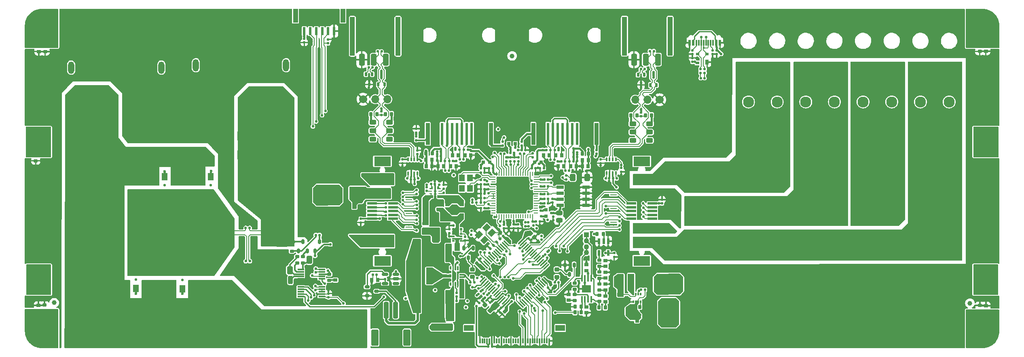
<source format=gbr>
%TF.GenerationSoftware,KiCad,Pcbnew,7.0.7*%
%TF.CreationDate,2024-04-13T02:06:31+02:00*%
%TF.ProjectId,smps_legged_robot,736d7073-5f6c-4656-9767-65645f726f62,1.0*%
%TF.SameCoordinates,PX7026f0PY568bc30*%
%TF.FileFunction,Copper,L1,Top*%
%TF.FilePolarity,Positive*%
%FSLAX46Y46*%
G04 Gerber Fmt 4.6, Leading zero omitted, Abs format (unit mm)*
G04 Created by KiCad (PCBNEW 7.0.7) date 2024-04-13 02:06:31*
%MOMM*%
%LPD*%
G01*
G04 APERTURE LIST*
G04 Aperture macros list*
%AMRoundRect*
0 Rectangle with rounded corners*
0 $1 Rounding radius*
0 $2 $3 $4 $5 $6 $7 $8 $9 X,Y pos of 4 corners*
0 Add a 4 corners polygon primitive as box body*
4,1,4,$2,$3,$4,$5,$6,$7,$8,$9,$2,$3,0*
0 Add four circle primitives for the rounded corners*
1,1,$1+$1,$2,$3*
1,1,$1+$1,$4,$5*
1,1,$1+$1,$6,$7*
1,1,$1+$1,$8,$9*
0 Add four rect primitives between the rounded corners*
20,1,$1+$1,$2,$3,$4,$5,0*
20,1,$1+$1,$4,$5,$6,$7,0*
20,1,$1+$1,$6,$7,$8,$9,0*
20,1,$1+$1,$8,$9,$2,$3,0*%
%AMRotRect*
0 Rectangle, with rotation*
0 The origin of the aperture is its center*
0 $1 length*
0 $2 width*
0 $3 Rotation angle, in degrees counterclockwise*
0 Add horizontal line*
21,1,$1,$2,0,0,$3*%
%AMFreePoly0*
4,1,11,1.015000,1.170000,0.435000,0.575000,0.435000,-0.575000,1.015000,-1.170000,1.015000,-1.945000,0.125000,-1.945000,-0.435000,-1.395000,-0.435000,1.395000,0.125000,1.945000,1.015000,1.945000,1.015000,1.170000,1.015000,1.170000,$1*%
%AMFreePoly1*
4,1,11,0.435000,1.395000,0.435000,-1.395000,-0.125000,-1.945000,-1.015000,-1.945000,-1.015000,-1.170000,-0.435000,-0.575000,-0.435000,0.575000,-1.015000,1.170000,-1.015000,1.945000,-0.125000,1.945000,0.435000,1.395000,0.435000,1.395000,$1*%
%AMFreePoly2*
4,1,13,0.200001,0.350501,0.200001,-0.124500,0.150001,-0.174500,-0.500000,-0.174500,-0.550000,-0.124500,-0.550000,0.000501,-0.500000,0.050501,-0.249998,0.050501,-0.199998,0.100501,-0.199998,0.350501,-0.149998,0.400501,0.150001,0.400501,0.200001,0.350501,0.200001,0.350501,$1*%
%AMFreePoly3*
4,1,13,0.250001,0.124500,0.250001,-0.350503,0.200001,-0.400503,-0.099998,-0.400501,-0.149998,-0.350501,-0.149998,-0.100501,-0.199998,-0.050501,-0.450000,-0.050501,-0.500000,-0.000501,-0.500000,0.124500,-0.450000,0.174500,0.200001,0.174500,0.250001,0.124500,0.250001,0.124500,$1*%
%AMFreePoly4*
4,1,13,0.500000,0.124500,0.500000,-0.000501,0.450000,-0.050501,0.199998,-0.050501,0.149998,-0.100501,0.149998,-0.350501,0.099998,-0.400501,-0.200001,-0.400503,-0.250001,-0.350503,-0.250001,0.124500,-0.200001,0.174500,0.450000,0.174500,0.500000,0.124500,0.500000,0.124500,$1*%
%AMFreePoly5*
4,1,13,0.149998,0.350501,0.149998,0.100501,0.199998,0.050501,0.450000,0.050501,0.500000,0.000501,0.500000,-0.124500,0.450000,-0.174500,-0.200001,-0.174500,-0.250001,-0.124500,-0.250001,0.350501,-0.200001,0.400501,0.099998,0.400501,0.149998,0.350501,0.149998,0.350501,$1*%
G04 Aperture macros list end*
%TA.AperFunction,ComponentPad*%
%ADD10C,0.550000*%
%TD*%
%TA.AperFunction,ComponentPad*%
%ADD11RoundRect,1.250000X2.250000X1.250000X-2.250000X1.250000X-2.250000X-1.250000X2.250000X-1.250000X0*%
%TD*%
%TA.AperFunction,ComponentPad*%
%ADD12O,1.300000X2.600000*%
%TD*%
%TA.AperFunction,SMDPad,CuDef*%
%ADD13R,1.200000X1.400000*%
%TD*%
%TA.AperFunction,SMDPad,CuDef*%
%ADD14RoundRect,0.137500X-0.137500X-0.137500X0.137500X-0.137500X0.137500X0.137500X-0.137500X0.137500X0*%
%TD*%
%TA.AperFunction,SMDPad,CuDef*%
%ADD15RoundRect,0.310000X0.310000X0.940000X-0.310000X0.940000X-0.310000X-0.940000X0.310000X-0.940000X0*%
%TD*%
%TA.AperFunction,SMDPad,CuDef*%
%ADD16RoundRect,0.275000X0.275000X3.825000X-0.275000X3.825000X-0.275000X-3.825000X0.275000X-3.825000X0*%
%TD*%
%TA.AperFunction,SMDPad,CuDef*%
%ADD17RoundRect,0.130000X0.130000X0.130000X-0.130000X0.130000X-0.130000X-0.130000X0.130000X-0.130000X0*%
%TD*%
%TA.AperFunction,ComponentPad*%
%ADD18C,2.000000*%
%TD*%
%TA.AperFunction,ComponentPad*%
%ADD19RoundRect,0.325000X-2.925000X-2.925000X2.925000X-2.925000X2.925000X2.925000X-2.925000X2.925000X0*%
%TD*%
%TA.AperFunction,FiducialPad,Global*%
%ADD20C,1.000000*%
%TD*%
%TA.AperFunction,SMDPad,CuDef*%
%ADD21RoundRect,0.137500X-0.137500X0.137500X-0.137500X-0.137500X0.137500X-0.137500X0.137500X0.137500X0*%
%TD*%
%TA.AperFunction,ComponentPad*%
%ADD22R,2.300000X2.300000*%
%TD*%
%TA.AperFunction,ComponentPad*%
%ADD23C,2.300000*%
%TD*%
%TA.AperFunction,SMDPad,CuDef*%
%ADD24R,1.400000X0.300000*%
%TD*%
%TA.AperFunction,SMDPad,CuDef*%
%ADD25RoundRect,0.175000X0.500000X-0.175000X0.500000X0.175000X-0.500000X0.175000X-0.500000X-0.175000X0*%
%TD*%
%TA.AperFunction,SMDPad,CuDef*%
%ADD26R,0.600000X0.250000*%
%TD*%
%TA.AperFunction,SMDPad,CuDef*%
%ADD27RoundRect,0.187500X0.262500X-0.187500X0.262500X0.187500X-0.262500X0.187500X-0.262500X-0.187500X0*%
%TD*%
%TA.AperFunction,SMDPad,CuDef*%
%ADD28FreePoly0,270.000000*%
%TD*%
%TA.AperFunction,SMDPad,CuDef*%
%ADD29FreePoly1,270.000000*%
%TD*%
%TA.AperFunction,SMDPad,CuDef*%
%ADD30R,0.650000X0.700000*%
%TD*%
%TA.AperFunction,SMDPad,CuDef*%
%ADD31RoundRect,0.322500X-0.752500X0.902500X-0.752500X-0.902500X0.752500X-0.902500X0.752500X0.902500X0*%
%TD*%
%TA.AperFunction,SMDPad,CuDef*%
%ADD32RoundRect,0.237500X0.237500X0.437500X-0.237500X0.437500X-0.237500X-0.437500X0.237500X-0.437500X0*%
%TD*%
%TA.AperFunction,SMDPad,CuDef*%
%ADD33RoundRect,0.137500X0.137500X-0.262500X0.137500X0.262500X-0.137500X0.262500X-0.137500X-0.262500X0*%
%TD*%
%TA.AperFunction,SMDPad,CuDef*%
%ADD34RoundRect,0.137500X0.137500X-0.137500X0.137500X0.137500X-0.137500X0.137500X-0.137500X-0.137500X0*%
%TD*%
%TA.AperFunction,ComponentPad*%
%ADD35C,0.700000*%
%TD*%
%TA.AperFunction,ComponentPad*%
%ADD36C,4.400000*%
%TD*%
%TA.AperFunction,SMDPad,CuDef*%
%ADD37RoundRect,0.130000X-0.130000X-0.130000X0.130000X-0.130000X0.130000X0.130000X-0.130000X0.130000X0*%
%TD*%
%TA.AperFunction,SMDPad,CuDef*%
%ADD38RoundRect,0.137500X0.000000X0.194454X-0.194454X0.000000X0.000000X-0.194454X0.194454X0.000000X0*%
%TD*%
%TA.AperFunction,SMDPad,CuDef*%
%ADD39RoundRect,0.187500X0.187500X0.262500X-0.187500X0.262500X-0.187500X-0.262500X0.187500X-0.262500X0*%
%TD*%
%TA.AperFunction,SMDPad,CuDef*%
%ADD40RoundRect,0.162500X-0.162500X-0.287500X0.162500X-0.287500X0.162500X0.287500X-0.162500X0.287500X0*%
%TD*%
%TA.AperFunction,SMDPad,CuDef*%
%ADD41RoundRect,0.300000X0.300000X0.550000X-0.300000X0.550000X-0.300000X-0.550000X0.300000X-0.550000X0*%
%TD*%
%TA.AperFunction,SMDPad,CuDef*%
%ADD42R,2.489200X5.588000*%
%TD*%
%TA.AperFunction,SMDPad,CuDef*%
%ADD43RoundRect,0.130000X0.000000X0.183848X-0.183848X0.000000X0.000000X-0.183848X0.183848X0.000000X0*%
%TD*%
%TA.AperFunction,SMDPad,CuDef*%
%ADD44RoundRect,0.130000X0.183848X0.000000X0.000000X0.183848X-0.183848X0.000000X0.000000X-0.183848X0*%
%TD*%
%TA.AperFunction,SMDPad,CuDef*%
%ADD45RoundRect,0.150000X0.150000X-0.350000X0.150000X0.350000X-0.150000X0.350000X-0.150000X-0.350000X0*%
%TD*%
%TA.AperFunction,SMDPad,CuDef*%
%ADD46R,0.980000X3.400000*%
%TD*%
%TA.AperFunction,SMDPad,CuDef*%
%ADD47RoundRect,0.187500X-0.262500X0.187500X-0.262500X-0.187500X0.262500X-0.187500X0.262500X0.187500X0*%
%TD*%
%TA.AperFunction,SMDPad,CuDef*%
%ADD48RoundRect,0.237500X0.237500X1.062500X-0.237500X1.062500X-0.237500X-1.062500X0.237500X-1.062500X0*%
%TD*%
%TA.AperFunction,SMDPad,CuDef*%
%ADD49RoundRect,0.218750X-0.256250X0.218750X-0.256250X-0.218750X0.256250X-0.218750X0.256250X0.218750X0*%
%TD*%
%TA.AperFunction,SMDPad,CuDef*%
%ADD50RoundRect,0.130000X0.130000X-0.130000X0.130000X0.130000X-0.130000X0.130000X-0.130000X-0.130000X0*%
%TD*%
%TA.AperFunction,SMDPad,CuDef*%
%ADD51R,1.525000X0.650000*%
%TD*%
%TA.AperFunction,SMDPad,CuDef*%
%ADD52RoundRect,0.137500X-0.137500X0.262500X-0.137500X-0.262500X0.137500X-0.262500X0.137500X0.262500X0*%
%TD*%
%TA.AperFunction,SMDPad,CuDef*%
%ADD53RoundRect,0.187500X0.462500X-0.187500X0.462500X0.187500X-0.462500X0.187500X-0.462500X-0.187500X0*%
%TD*%
%TA.AperFunction,SMDPad,CuDef*%
%ADD54RoundRect,0.130000X-0.130000X0.130000X-0.130000X-0.130000X0.130000X-0.130000X0.130000X0.130000X0*%
%TD*%
%TA.AperFunction,ComponentPad*%
%ADD55C,0.800000*%
%TD*%
%TA.AperFunction,ComponentPad*%
%ADD56C,6.400000*%
%TD*%
%TA.AperFunction,SMDPad,CuDef*%
%ADD57RoundRect,0.237500X-0.237500X-0.437500X0.237500X-0.437500X0.237500X0.437500X-0.237500X0.437500X0*%
%TD*%
%TA.AperFunction,SMDPad,CuDef*%
%ADD58RoundRect,0.137500X0.137500X0.137500X-0.137500X0.137500X-0.137500X-0.137500X0.137500X-0.137500X0*%
%TD*%
%TA.AperFunction,SMDPad,CuDef*%
%ADD59R,2.950000X2.020000*%
%TD*%
%TA.AperFunction,SMDPad,CuDef*%
%ADD60RoundRect,0.162500X0.162500X0.287500X-0.162500X0.287500X-0.162500X-0.287500X0.162500X-0.287500X0*%
%TD*%
%TA.AperFunction,SMDPad,CuDef*%
%ADD61RoundRect,0.250000X-0.450000X-0.250000X0.450000X-0.250000X0.450000X0.250000X-0.450000X0.250000X0*%
%TD*%
%TA.AperFunction,SMDPad,CuDef*%
%ADD62RoundRect,0.322500X-0.902500X-0.752500X0.902500X-0.752500X0.902500X0.752500X-0.902500X0.752500X0*%
%TD*%
%TA.AperFunction,SMDPad,CuDef*%
%ADD63RoundRect,0.162500X-0.287500X0.162500X-0.287500X-0.162500X0.287500X-0.162500X0.287500X0.162500X0*%
%TD*%
%TA.AperFunction,SMDPad,CuDef*%
%ADD64RoundRect,0.187500X-0.187500X-0.262500X0.187500X-0.262500X0.187500X0.262500X-0.187500X0.262500X0*%
%TD*%
%TA.AperFunction,SMDPad,CuDef*%
%ADD65RoundRect,0.162500X0.287500X-0.162500X0.287500X0.162500X-0.287500X0.162500X-0.287500X-0.162500X0*%
%TD*%
%TA.AperFunction,SMDPad,CuDef*%
%ADD66RoundRect,0.237500X-0.437500X0.237500X-0.437500X-0.237500X0.437500X-0.237500X0.437500X0.237500X0*%
%TD*%
%TA.AperFunction,SMDPad,CuDef*%
%ADD67R,1.143000X1.524000*%
%TD*%
%TA.AperFunction,SMDPad,CuDef*%
%ADD68R,6.959600X5.410200*%
%TD*%
%TA.AperFunction,SMDPad,CuDef*%
%ADD69RoundRect,0.237500X-0.237500X-1.062500X0.237500X-1.062500X0.237500X1.062500X-0.237500X1.062500X0*%
%TD*%
%TA.AperFunction,SMDPad,CuDef*%
%ADD70RoundRect,0.218750X0.335876X0.026517X0.026517X0.335876X-0.335876X-0.026517X-0.026517X-0.335876X0*%
%TD*%
%TA.AperFunction,SMDPad,CuDef*%
%ADD71RoundRect,0.075000X0.075000X-0.350000X0.075000X0.350000X-0.075000X0.350000X-0.075000X-0.350000X0*%
%TD*%
%TA.AperFunction,HeatsinkPad*%
%ADD72R,2.400000X1.600000*%
%TD*%
%TA.AperFunction,SMDPad,CuDef*%
%ADD73RoundRect,0.240000X0.360000X0.510000X-0.360000X0.510000X-0.360000X-0.510000X0.360000X-0.510000X0*%
%TD*%
%TA.AperFunction,SMDPad,CuDef*%
%ADD74RoundRect,0.150000X-0.350000X-0.150000X0.350000X-0.150000X0.350000X0.150000X-0.350000X0.150000X0*%
%TD*%
%TA.AperFunction,ComponentPad*%
%ADD75C,1.700000*%
%TD*%
%TA.AperFunction,ComponentPad*%
%ADD76O,1.700000X1.700000*%
%TD*%
%TA.AperFunction,SMDPad,CuDef*%
%ADD77C,0.200000*%
%TD*%
%TA.AperFunction,SMDPad,CuDef*%
%ADD78R,0.400000X0.200000*%
%TD*%
%TA.AperFunction,SMDPad,CuDef*%
%ADD79RoundRect,0.150000X-0.150000X0.350000X-0.150000X-0.350000X0.150000X-0.350000X0.150000X0.350000X0*%
%TD*%
%TA.AperFunction,ComponentPad*%
%ADD80R,1.100000X1.100000*%
%TD*%
%TA.AperFunction,ComponentPad*%
%ADD81C,1.100000*%
%TD*%
%TA.AperFunction,SMDPad,CuDef*%
%ADD82RoundRect,0.130000X-0.183848X0.000000X0.000000X-0.183848X0.183848X0.000000X0.000000X0.183848X0*%
%TD*%
%TA.AperFunction,SMDPad,CuDef*%
%ADD83R,0.475000X0.300000*%
%TD*%
%TA.AperFunction,SMDPad,CuDef*%
%ADD84RoundRect,0.137500X-0.194454X0.000000X0.000000X-0.194454X0.194454X0.000000X0.000000X0.194454X0*%
%TD*%
%TA.AperFunction,SMDPad,CuDef*%
%ADD85R,0.810000X4.600000*%
%TD*%
%TA.AperFunction,SMDPad,CuDef*%
%ADD86R,0.610000X4.600000*%
%TD*%
%TA.AperFunction,SMDPad,CuDef*%
%ADD87R,3.000000X4.900000*%
%TD*%
%TA.AperFunction,SMDPad,CuDef*%
%ADD88R,0.300000X1.000000*%
%TD*%
%TA.AperFunction,SMDPad,CuDef*%
%ADD89R,2.000000X1.300000*%
%TD*%
%TA.AperFunction,SMDPad,CuDef*%
%ADD90RoundRect,0.130000X0.000000X-0.183848X0.183848X0.000000X0.000000X0.183848X-0.183848X0.000000X0*%
%TD*%
%TA.AperFunction,SMDPad,CuDef*%
%ADD91R,0.600000X1.200000*%
%TD*%
%TA.AperFunction,SMDPad,CuDef*%
%ADD92RoundRect,0.237500X-1.062500X0.237500X-1.062500X-0.237500X1.062500X-0.237500X1.062500X0.237500X0*%
%TD*%
%TA.AperFunction,SMDPad,CuDef*%
%ADD93RoundRect,0.187500X-0.187500X-0.462500X0.187500X-0.462500X0.187500X0.462500X-0.187500X0.462500X0*%
%TD*%
%TA.AperFunction,SMDPad,CuDef*%
%ADD94RoundRect,0.140000X-0.021213X0.219203X-0.219203X0.021213X0.021213X-0.219203X0.219203X-0.021213X0*%
%TD*%
%TA.AperFunction,SMDPad,CuDef*%
%ADD95R,3.500000X2.000000*%
%TD*%
%TA.AperFunction,SMDPad,CuDef*%
%ADD96R,3.500000X1.300000*%
%TD*%
%TA.AperFunction,SMDPad,CuDef*%
%ADD97R,2.000000X0.500000*%
%TD*%
%TA.AperFunction,SMDPad,CuDef*%
%ADD98R,0.700000X1.000000*%
%TD*%
%TA.AperFunction,SMDPad,CuDef*%
%ADD99R,0.700000X0.600000*%
%TD*%
%TA.AperFunction,SMDPad,CuDef*%
%ADD100RoundRect,0.187500X-0.318198X-0.053033X-0.053033X-0.318198X0.318198X0.053033X0.053033X0.318198X0*%
%TD*%
%TA.AperFunction,SMDPad,CuDef*%
%ADD101R,0.609600X1.701800*%
%TD*%
%TA.AperFunction,SMDPad,CuDef*%
%ADD102R,0.990600X2.844800*%
%TD*%
%TA.AperFunction,SMDPad,CuDef*%
%ADD103RoundRect,0.237500X0.437500X-0.237500X0.437500X0.237500X-0.437500X0.237500X-0.437500X-0.237500X0*%
%TD*%
%TA.AperFunction,SMDPad,CuDef*%
%ADD104R,0.250000X0.600000*%
%TD*%
%TA.AperFunction,SMDPad,CuDef*%
%ADD105RoundRect,0.206521X0.268479X0.643479X-0.268479X0.643479X-0.268479X-0.643479X0.268479X-0.643479X0*%
%TD*%
%TA.AperFunction,SMDPad,CuDef*%
%ADD106R,0.300000X0.475000*%
%TD*%
%TA.AperFunction,SMDPad,CuDef*%
%ADD107R,0.850000X0.280000*%
%TD*%
%TA.AperFunction,SMDPad,CuDef*%
%ADD108R,0.280000X0.850000*%
%TD*%
%TA.AperFunction,SMDPad,CuDef*%
%ADD109R,6.100000X6.100000*%
%TD*%
%TA.AperFunction,SMDPad,CuDef*%
%ADD110RoundRect,0.250000X-0.250000X-1.500000X0.250000X-1.500000X0.250000X1.500000X-0.250000X1.500000X0*%
%TD*%
%TA.AperFunction,SMDPad,CuDef*%
%ADD111RoundRect,0.250001X-0.499999X-1.449999X0.499999X-1.449999X0.499999X1.449999X-0.499999X1.449999X0*%
%TD*%
%TA.AperFunction,SMDPad,CuDef*%
%ADD112R,0.600000X1.150000*%
%TD*%
%TA.AperFunction,SMDPad,CuDef*%
%ADD113R,0.300000X1.150000*%
%TD*%
%TA.AperFunction,ComponentPad*%
%ADD114O,1.000000X2.100000*%
%TD*%
%TA.AperFunction,ComponentPad*%
%ADD115O,1.000000X1.800000*%
%TD*%
%TA.AperFunction,SMDPad,CuDef*%
%ADD116R,2.020000X2.950000*%
%TD*%
%TA.AperFunction,SMDPad,CuDef*%
%ADD117FreePoly2,0.000000*%
%TD*%
%TA.AperFunction,SMDPad,CuDef*%
%ADD118FreePoly3,0.000000*%
%TD*%
%TA.AperFunction,SMDPad,CuDef*%
%ADD119FreePoly4,0.000000*%
%TD*%
%TA.AperFunction,SMDPad,CuDef*%
%ADD120FreePoly5,0.000000*%
%TD*%
%TA.AperFunction,SMDPad,CuDef*%
%ADD121R,0.350000X1.300000*%
%TD*%
%TA.AperFunction,SMDPad,CuDef*%
%ADD122RoundRect,0.150000X0.512500X0.150000X-0.512500X0.150000X-0.512500X-0.150000X0.512500X-0.150000X0*%
%TD*%
%TA.AperFunction,SMDPad,CuDef*%
%ADD123RotRect,1.150000X1.400000X315.000000*%
%TD*%
%TA.AperFunction,SMDPad,CuDef*%
%ADD124R,0.300000X0.875000*%
%TD*%
%TA.AperFunction,SMDPad,CuDef*%
%ADD125R,0.300000X0.825000*%
%TD*%
%TA.AperFunction,SMDPad,CuDef*%
%ADD126R,0.250000X1.375000*%
%TD*%
%TA.AperFunction,SMDPad,CuDef*%
%ADD127R,0.300000X0.725000*%
%TD*%
%TA.AperFunction,SMDPad,CuDef*%
%ADD128R,0.300000X1.525000*%
%TD*%
%TA.AperFunction,SMDPad,CuDef*%
%ADD129R,0.725000X0.550000*%
%TD*%
%TA.AperFunction,SMDPad,CuDef*%
%ADD130R,0.875000X0.450000*%
%TD*%
%TA.AperFunction,SMDPad,CuDef*%
%ADD131R,0.925000X0.300000*%
%TD*%
%TA.AperFunction,SMDPad,CuDef*%
%ADD132R,0.350000X0.500000*%
%TD*%
%TA.AperFunction,SMDPad,CuDef*%
%ADD133R,0.905000X0.550000*%
%TD*%
%TA.AperFunction,SMDPad,CuDef*%
%ADD134R,0.950000X0.300000*%
%TD*%
%TA.AperFunction,SMDPad,CuDef*%
%ADD135R,0.440000X1.050000*%
%TD*%
%TA.AperFunction,SMDPad,CuDef*%
%ADD136R,0.700000X0.650000*%
%TD*%
%TA.AperFunction,SMDPad,CuDef*%
%ADD137RoundRect,0.300000X-0.300000X-0.550000X0.300000X-0.550000X0.300000X0.550000X-0.300000X0.550000X0*%
%TD*%
%TA.AperFunction,SMDPad,CuDef*%
%ADD138RoundRect,0.140000X0.021213X-0.219203X0.219203X-0.021213X-0.021213X0.219203X-0.219203X0.021213X0*%
%TD*%
%TA.AperFunction,SMDPad,CuDef*%
%ADD139R,0.711200X3.073400*%
%TD*%
%TA.AperFunction,SMDPad,CuDef*%
%ADD140RoundRect,0.075000X-0.548008X0.441942X0.441942X-0.548008X0.548008X-0.441942X-0.441942X0.548008X0*%
%TD*%
%TA.AperFunction,SMDPad,CuDef*%
%ADD141RoundRect,0.075000X-0.548008X-0.441942X-0.441942X-0.548008X0.548008X0.441942X0.441942X0.548008X0*%
%TD*%
%TA.AperFunction,SMDPad,CuDef*%
%ADD142R,0.450000X1.400000*%
%TD*%
%TA.AperFunction,SMDPad,CuDef*%
%ADD143R,1.890000X1.570000*%
%TD*%
%TA.AperFunction,SMDPad,CuDef*%
%ADD144RoundRect,0.137500X0.000000X-0.194454X0.194454X0.000000X0.000000X0.194454X-0.194454X0.000000X0*%
%TD*%
%TA.AperFunction,ViaPad*%
%ADD145C,0.550000*%
%TD*%
%TA.AperFunction,ViaPad*%
%ADD146C,0.600000*%
%TD*%
%TA.AperFunction,Conductor*%
%ADD147C,0.200000*%
%TD*%
%TA.AperFunction,Conductor*%
%ADD148C,0.350000*%
%TD*%
%TA.AperFunction,Conductor*%
%ADD149C,0.300000*%
%TD*%
%TA.AperFunction,Conductor*%
%ADD150C,0.250000*%
%TD*%
%TA.AperFunction,Conductor*%
%ADD151C,0.400000*%
%TD*%
%TA.AperFunction,Conductor*%
%ADD152C,0.500000*%
%TD*%
G04 APERTURE END LIST*
D10*
%TO.P,J502,1,Pin_1*%
%TO.N,GND*%
X68710000Y15440000D03*
X68710000Y15940000D03*
X68710000Y16440000D03*
X68710000Y16940000D03*
X68710000Y17440000D03*
X68710000Y17940000D03*
X68310000Y14690000D03*
X68310000Y15190000D03*
X68310000Y15690000D03*
X68310000Y16190000D03*
X68310000Y16690000D03*
X68310000Y17190000D03*
X68310000Y17690000D03*
X68310000Y18190000D03*
X67910000Y14440000D03*
X67910000Y14940000D03*
X67910000Y15440000D03*
X67910000Y15940000D03*
X67910000Y16440000D03*
X67910000Y16940000D03*
X67910000Y17440000D03*
X67910000Y17940000D03*
X67910000Y18440000D03*
X67510000Y14690000D03*
X67510000Y15190000D03*
X67510000Y15690000D03*
X67510000Y17690000D03*
X67510000Y18190000D03*
X67510000Y18690000D03*
X67110000Y14440000D03*
X67110000Y14940000D03*
X67110000Y18440000D03*
X66710000Y14690000D03*
X66710000Y18690000D03*
X66310000Y14440000D03*
X65910000Y18690000D03*
X65510000Y14440000D03*
D11*
X65500000Y16600000D03*
D10*
X65110000Y18690000D03*
X64710000Y14440000D03*
X64310000Y14690000D03*
X64310000Y18690000D03*
X63910000Y14440000D03*
X63910000Y14940000D03*
X63910000Y18440000D03*
X63510000Y14690000D03*
X63510000Y15190000D03*
X63510000Y15690000D03*
X63510000Y17690000D03*
X63510000Y18190000D03*
X63510000Y18690000D03*
X63110000Y14440000D03*
X63110000Y14940000D03*
X63110000Y15440000D03*
X63110000Y15940000D03*
X63110000Y16440000D03*
X63110000Y16940000D03*
X63110000Y17440000D03*
X63110000Y17940000D03*
X63110000Y18440000D03*
X62710000Y14690000D03*
X62710000Y15190000D03*
X62710000Y15690000D03*
X62710000Y16190000D03*
X62710000Y16690000D03*
X62710000Y17190000D03*
X62710000Y17690000D03*
X62710000Y18190000D03*
X62310000Y15440000D03*
X62310000Y15940000D03*
X62310000Y16440000D03*
X62310000Y16940000D03*
X62310000Y17440000D03*
X62310000Y17940000D03*
%TO.P,J502,2,Pin_2*%
%TO.N,+VIN*%
X57810000Y15440000D03*
X57810000Y15940000D03*
X57810000Y16440000D03*
X57810000Y16940000D03*
X57810000Y17440000D03*
X57810000Y17940000D03*
X57410000Y14690000D03*
X57410000Y15190000D03*
X57410000Y15690000D03*
X57410000Y16190000D03*
X57410000Y16690000D03*
X57410000Y17190000D03*
X57410000Y17690000D03*
X57410000Y18190000D03*
X57010000Y14440000D03*
X57010000Y14940000D03*
X57010000Y15440000D03*
X57010000Y15940000D03*
X57010000Y16440000D03*
X57010000Y16940000D03*
X57010000Y17440000D03*
X57010000Y17940000D03*
X57010000Y18440000D03*
X56610000Y14690000D03*
X56610000Y15190000D03*
X56610000Y15690000D03*
X56610000Y17690000D03*
X56610000Y18190000D03*
X56610000Y18690000D03*
X56210000Y14440000D03*
X56210000Y14940000D03*
X56210000Y18440000D03*
X55810000Y14690000D03*
X55810000Y18690000D03*
X55410000Y14440000D03*
X55010000Y18690000D03*
X54610000Y14440000D03*
D11*
X54600000Y16600000D03*
D10*
X54210000Y18690000D03*
X53810000Y14440000D03*
X53410000Y14690000D03*
X53410000Y18690000D03*
X53010000Y14440000D03*
X53010000Y14940000D03*
X53010000Y18440000D03*
X52610000Y14690000D03*
X52610000Y15190000D03*
X52610000Y15690000D03*
X52610000Y17690000D03*
X52610000Y18190000D03*
X52610000Y18690000D03*
X52210000Y14440000D03*
X52210000Y14940000D03*
X52210000Y15440000D03*
X52210000Y15940000D03*
X52210000Y16440000D03*
X52210000Y16940000D03*
X52210000Y17440000D03*
X52210000Y17940000D03*
X52210000Y18440000D03*
X51810000Y14690000D03*
X51810000Y15190000D03*
X51810000Y15690000D03*
X51810000Y16190000D03*
X51810000Y16690000D03*
X51810000Y17190000D03*
X51810000Y17690000D03*
X51810000Y18190000D03*
X51410000Y15440000D03*
X51410000Y15940000D03*
X51410000Y16440000D03*
X51410000Y16940000D03*
X51410000Y17440000D03*
X51410000Y17940000D03*
D12*
%TO.P,J502,S1*%
%TO.N,N/C*%
X50600000Y25500000D03*
%TO.P,J502,S2*%
X69500000Y25500000D03*
%TD*%
D13*
%TO.P,Y1101,1,1*%
%TO.N,Net-(IC1101A-OSCO)*%
X134125000Y150000D03*
%TO.P,Y1101,2,2*%
%TO.N,GND*%
X134125000Y2350000D03*
%TO.P,Y1101,3,3*%
%TO.N,Net-(IC1101A-OSCI)*%
X132425000Y2350000D03*
%TO.P,Y1101,4*%
%TO.N,N/C*%
X132425000Y150000D03*
%TD*%
D14*
%TO.P,R1115,1*%
%TO.N,GND*%
X136360000Y-1900000D03*
%TO.P,R1115,2*%
%TO.N,Net-(IC1101A-FXSDA{slash}FXLOSA{slash}~{FXSDENA})*%
X137160000Y-1900000D03*
%TD*%
D15*
%TO.P,J1104,1,Pin_1*%
%TO.N,GND*%
X168425000Y27165000D03*
%TO.P,J1104,2,Pin_2*%
%TO.N,/Project Architecture/Connectors - Communication/FDCAN1_P*%
X170925000Y27165000D03*
%TO.P,J1104,3,Pin_3*%
%TO.N,/Project Architecture/Connectors - Communication/FDCAN1_N*%
X173425000Y27165000D03*
D16*
%TO.P,J1104,MP1*%
%TO.N,N/C*%
X166455000Y32095000D03*
%TO.P,J1104,MP2*%
X175995000Y32095000D03*
%TD*%
D17*
%TO.P,C1145,1*%
%TO.N,+3V3_B*%
X128015000Y6890000D03*
%TO.P,C1145,2*%
%TO.N,GND*%
X127215000Y6890000D03*
%TD*%
D10*
%TO.P,J304,1,1*%
%TO.N,/Project Architecture/Connectors - Rail Out 1/RAIL4*%
X216350000Y13200000D03*
X216350000Y11270000D03*
X216350000Y10760000D03*
X216350000Y10250000D03*
X216350000Y9740000D03*
X216350000Y9230000D03*
X216350000Y7300000D03*
X216800000Y11015000D03*
X216800000Y10505000D03*
X216800000Y9995000D03*
X216800000Y9485000D03*
D18*
X217150000Y12400000D03*
X217150000Y8100000D03*
D10*
X217250000Y11270000D03*
X217250000Y10760000D03*
X217250000Y10250000D03*
X217250000Y9740000D03*
X217250000Y9230000D03*
X218280000Y13200000D03*
X218280000Y12300000D03*
X218280000Y8200000D03*
X218280000Y7300000D03*
X218535000Y12750000D03*
X218535000Y7750000D03*
X218790000Y13200000D03*
X218790000Y12300000D03*
X218790000Y8200000D03*
X218790000Y7300000D03*
X219045000Y12750000D03*
X219045000Y7750000D03*
X219300000Y13200000D03*
X219300000Y12300000D03*
D19*
X219300000Y10250000D03*
D10*
X219300000Y8200000D03*
X219300000Y7300000D03*
X219555000Y12750000D03*
X219555000Y7750000D03*
X219810000Y13200000D03*
X219810000Y12300000D03*
X219810000Y8200000D03*
X219810000Y7300000D03*
X220065000Y12750000D03*
X220065000Y7750000D03*
X220320000Y13200000D03*
X220320000Y12300000D03*
X220320000Y8200000D03*
X220320000Y7300000D03*
X221350000Y11270000D03*
X221350000Y10760000D03*
X221350000Y10250000D03*
X221350000Y9740000D03*
X221350000Y9230000D03*
D18*
X221450000Y12400000D03*
X221450000Y8100000D03*
D10*
X221800000Y11015000D03*
X221800000Y10505000D03*
X221800000Y9995000D03*
X221800000Y9485000D03*
X222250000Y13200000D03*
X222250000Y11270000D03*
X222250000Y10760000D03*
X222250000Y10250000D03*
X222250000Y9740000D03*
X222250000Y9230000D03*
X222250000Y7300000D03*
%TD*%
D20*
%TO.P,FM2204,*%
%TO.N,*%
X142910000Y27950000D03*
%TD*%
D21*
%TO.P,R1132,1*%
%TO.N,Net-(J1107-Pad1)*%
X144895000Y9960000D03*
%TO.P,R1132,2*%
%TO.N,/Project Architecture/Connectors - Communication/LED_ON1*%
X144895000Y9160000D03*
%TD*%
D22*
%TO.P,Molex_602,1,Vout*%
%TO.N,/Project Architecture/Connectors - Rail Out 1/RAIL1*%
X228400000Y23800000D03*
D23*
%TO.P,Molex_602,2,GND*%
%TO.N,GND*%
X228400000Y18300000D03*
%TD*%
D24*
%TO.P,IC1501,1,EN*%
%TO.N,Net-(IC1501-EN)*%
X98675000Y-16850000D03*
%TO.P,IC1501,2,VREF*%
%TO.N,Net-(IC1501-VREF)*%
X98675000Y-17350000D03*
%TO.P,IC1501,3,PROG*%
%TO.N,Net-(IC1501-PROG)*%
X98675000Y-17850000D03*
%TO.P,IC1501,4,TIMER*%
%TO.N,/Project Architecture/Power - Precharge/TIMER*%
X98675000Y-18350000D03*
%TO.P,IC1501,5,GND*%
%TO.N,GND*%
X98675000Y-18850000D03*
%TO.P,IC1501,6,PG*%
%TO.N,/Project Architecture/MCU - Unit/PRE_FLT*%
X103075000Y-18850000D03*
%TO.P,IC1501,7,OUT*%
%TO.N,+VIN*%
X103075000Y-18350000D03*
%TO.P,IC1501,8,GATE*%
%TO.N,/Project Architecture/Power - Precharge/PRE_G*%
X103075000Y-17850000D03*
%TO.P,IC1501,9,SENSE*%
%TO.N,/Project Architecture/Power - Precharge/shunt-*%
X103075000Y-17350000D03*
%TO.P,IC1501,10,VCC*%
%TO.N,/Project Architecture/Power - Precharge/shunt+*%
X103075000Y-16850000D03*
%TD*%
D14*
%TO.P,R805,1*%
%TO.N,Net-(U801-MODE)*%
X131457100Y-8441000D03*
%TO.P,R805,2*%
%TO.N,Net-(U801-PR1)*%
X132257100Y-8441000D03*
%TD*%
D25*
%TO.P,C817,1*%
%TO.N,Net-(U801-MODE)*%
X127750000Y-4275000D03*
%TO.P,C817,2*%
%TO.N,GND*%
X127750000Y-2675000D03*
%TD*%
D17*
%TO.P,C816,1*%
%TO.N,Net-(U801-MODE)*%
X128125000Y-5325000D03*
%TO.P,C816,2*%
%TO.N,GND*%
X127325000Y-5325000D03*
%TD*%
D26*
%TO.P,D1001,1,K*%
%TO.N,/Project Architecture/MCU - Unit/~{ALERT}_B*%
X120875000Y-6500000D03*
%TO.P,D1001,2,K*%
%TO.N,/Project Architecture/MCU - Unit/~{FAULT0}_B*%
X120875000Y-7000000D03*
%TO.P,D1001,3,A*%
%TO.N,GND*%
X120875000Y-7500000D03*
%TO.P,D1001,4,K*%
%TO.N,unconnected-(D1001-K-Pad4)*%
X120875000Y-8000000D03*
%TO.P,D1001,5,K*%
%TO.N,/Project Architecture/MCU - Unit/MB_SHDN_VB*%
X120875000Y-8500000D03*
%TO.P,D1001,6,K*%
X121725000Y-8500000D03*
%TO.P,D1001,7,K*%
%TO.N,unconnected-(D1001-K-Pad4)*%
X121725000Y-8000000D03*
%TO.P,D1001,8,A*%
%TO.N,GND*%
X121725000Y-7500000D03*
%TO.P,D1001,9,K*%
%TO.N,/Project Architecture/MCU - Unit/~{FAULT0}_B*%
X121725000Y-7000000D03*
%TO.P,D1001,10,K*%
%TO.N,/Project Architecture/MCU - Unit/~{ALERT}_B*%
X121725000Y-6500000D03*
%TD*%
D27*
%TO.P,C2103,1*%
%TO.N,Net-(C2103-Pad1)*%
X43090000Y-16310000D03*
%TO.P,C2103,2*%
%TO.N,GND*%
X43090000Y-15110000D03*
%TD*%
D28*
%TO.P,L803,1,1*%
%TO.N,Net-(U802-SW)*%
X130850000Y-2585000D03*
D29*
%TO.P,L803,2,2*%
%TO.N,Net-(U801-MODE)*%
X130850000Y-6115000D03*
%TD*%
D30*
%TO.P,FB1101,1*%
%TO.N,+3V3*%
X142240000Y9540000D03*
%TO.P,FB1101,2*%
%TO.N,Net-(IC1101A-VDD33BIAS)*%
X143590000Y9540000D03*
%TD*%
D31*
%TO.P,D504,1,A1*%
%TO.N,GND*%
X71050000Y10850000D03*
%TO.P,D504,2,A2*%
%TO.N,+VIN*%
X71050000Y7700000D03*
%TD*%
D32*
%TO.P,C802,1*%
%TO.N,Net-(IC1201-EP)*%
X129558000Y-22270000D03*
%TO.P,C802,2*%
%TO.N,GND*%
X128058000Y-22270000D03*
%TD*%
D33*
%TO.P,D1102,1,K1*%
%TO.N,/Project Architecture/Connectors - Communication/FDCAN1_P*%
X171860000Y21858173D03*
%TO.P,D1102,2,K2*%
%TO.N,/Project Architecture/Connectors - Communication/FDCAN1_N*%
X173160000Y21858173D03*
%TO.P,D1102,3,CC*%
%TO.N,GND*%
X172510000Y24008173D03*
%TD*%
D32*
%TO.P,C805,1*%
%TO.N,GND*%
X124708000Y-11320000D03*
%TO.P,C805,2*%
%TO.N,+12V*%
X123208000Y-11320000D03*
%TD*%
D34*
%TO.P,R402,1*%
%TO.N,GND*%
X184882500Y28322500D03*
%TO.P,R402,2*%
%TO.N,Net-(J403-CC1)*%
X184882500Y29122500D03*
%TD*%
D17*
%TO.P,C1127,1*%
%TO.N,+3V3_B*%
X138887500Y4387500D03*
%TO.P,C1127,2*%
%TO.N,GND*%
X138087500Y4387500D03*
%TD*%
D35*
%TO.P,H2101,1,1*%
%TO.N,Net-(C2102-Pad1)*%
X240410000Y10390000D03*
X240893274Y11556726D03*
X240893274Y9223274D03*
X242060000Y12040000D03*
D36*
X242060000Y10390000D03*
D35*
X242060000Y8740000D03*
X243226726Y11556726D03*
X243226726Y9223274D03*
X243710000Y10390000D03*
%TD*%
D34*
%TO.P,R1130,1*%
%TO.N,GND*%
X151400000Y-2840000D03*
%TO.P,R1130,2*%
%TO.N,Net-(IC1102-~{WC})*%
X151400000Y-2040000D03*
%TD*%
D37*
%TO.P,C1709,1*%
%TO.N,+5V*%
X137930000Y-33050000D03*
%TO.P,C1709,2*%
%TO.N,GND*%
X138730000Y-33050000D03*
%TD*%
%TO.P,C1126,1*%
%TO.N,+3V3_A*%
X147035000Y4380000D03*
%TO.P,C1126,2*%
%TO.N,GND*%
X147835000Y4380000D03*
%TD*%
%TO.P,C1133,1*%
%TO.N,Net-(IC1101A-OSCO)*%
X136360000Y1885000D03*
%TO.P,C1133,2*%
%TO.N,GND*%
X137160000Y1885000D03*
%TD*%
D38*
%TO.P,R401,1*%
%TO.N,/Project Architecture/MCU - Unit/PRE_FLT*%
X137765000Y-22215000D03*
%TO.P,R401,2*%
%TO.N,+3V3*%
X137199314Y-22780686D03*
%TD*%
D39*
%TO.P,C1141,1*%
%TO.N,Net-(J1107-RCT)*%
X158845000Y4780000D03*
%TO.P,C1141,2*%
%TO.N,GND*%
X157645000Y4780000D03*
%TD*%
D40*
%TO.P,R1705,1*%
%TO.N,GND*%
X156065000Y-24685000D03*
%TO.P,R1705,2*%
%TO.N,Net-(IC1701-~{SHUTDOWN})*%
X157365000Y-24685000D03*
%TD*%
D21*
%TO.P,R1101,1*%
%TO.N,/Project Architecture/Connectors - Communication/FDCAN2_S*%
X119975000Y6225000D03*
%TO.P,R1101,2*%
%TO.N,GND*%
X119975000Y5425000D03*
%TD*%
D41*
%TO.P,R1502,1*%
%TO.N,GND*%
X102900000Y-14850000D03*
%TO.P,R1502,2*%
%TO.N,Net-(IC1501-EN)*%
X100450000Y-14850000D03*
%TD*%
D37*
%TO.P,C1117,1*%
%TO.N,+3V3*%
X142555000Y7613000D03*
%TO.P,C1117,2*%
%TO.N,GND*%
X143355000Y7613000D03*
%TD*%
D42*
%TO.P,R1505,1*%
%TO.N,+VBAT*%
X91639400Y-9150000D03*
%TO.P,R1505,2*%
%TO.N,/Project Architecture/Power - Precharge/PRE_D*%
X83460600Y-9150000D03*
%TD*%
D43*
%TO.P,C412,1*%
%TO.N,+3V3*%
X136607843Y-23372157D03*
%TO.P,C412,2*%
%TO.N,GND*%
X136042157Y-23937843D03*
%TD*%
D44*
%TO.P,C413,1*%
%TO.N,+3.3VA*%
X138915000Y-24395000D03*
%TO.P,C413,2*%
%TO.N,GND*%
X138349314Y-23829314D03*
%TD*%
D21*
%TO.P,R408,1*%
%TO.N,/Project Architecture/MCU - Unit/USB_C-*%
X182370000Y25199999D03*
%TO.P,R408,2*%
%TO.N,/Project Architecture/MCU - Unit/USB-*%
X182370000Y24399999D03*
%TD*%
D45*
%TO.P,Q1102,1,G*%
%TO.N,/Project Architecture/MCU - Unit/PRE_EN*%
X101675000Y-13000000D03*
%TO.P,Q1102,2,S*%
%TO.N,GND*%
X103575000Y-13000000D03*
%TO.P,Q1102,3,D*%
%TO.N,Net-(Q1102-D)*%
X102625000Y-11000000D03*
%TD*%
D17*
%TO.P,C818,1*%
%TO.N,Net-(U801-MODE)*%
X128125000Y-6200000D03*
%TO.P,C818,2*%
%TO.N,GND*%
X127325000Y-6200000D03*
%TD*%
D32*
%TO.P,C1204,1*%
%TO.N,Net-(IC1201-EP)*%
X129558000Y-14220000D03*
%TO.P,C1204,2*%
%TO.N,GND*%
X128058000Y-14220000D03*
%TD*%
D34*
%TO.P,R1133,1*%
%TO.N,Net-(J1108-Pad12)*%
X140905000Y9160000D03*
%TO.P,R1133,2*%
%TO.N,/Project Architecture/Connectors - Communication/LED_CAT2*%
X140905000Y9960000D03*
%TD*%
D46*
%TO.P,L801,1,1*%
%TO.N,Net-(IC1201-LX)*%
X125483000Y-18230000D03*
%TO.P,L801,2,2*%
%TO.N,+12V*%
X123113000Y-18230000D03*
%TD*%
D47*
%TO.P,C2102,1*%
%TO.N,Net-(C2102-Pad1)*%
X241360000Y7140000D03*
%TO.P,C2102,2*%
%TO.N,GND*%
X241360000Y5940000D03*
%TD*%
D48*
%TO.P,C1207,1*%
%TO.N,GND*%
X125908000Y-22820000D03*
%TO.P,C1207,2*%
%TO.N,+12V*%
X123108000Y-22820000D03*
%TD*%
D17*
%TO.P,C1116,1*%
%TO.N,+3V3*%
X137160000Y-3990000D03*
%TO.P,C1116,2*%
%TO.N,GND*%
X136360000Y-3990000D03*
%TD*%
D49*
%TO.P,D1504,1,K*%
%TO.N,Net-(D1504-K)*%
X134560000Y-16862500D03*
%TO.P,D1504,2,A*%
%TO.N,Net-(D1504-A)*%
X134560000Y-18437500D03*
%TD*%
D50*
%TO.P,C901,1*%
%TO.N,+12V*%
X174290000Y-3010000D03*
%TO.P,C901,2*%
%TO.N,GND*%
X174290000Y-2210000D03*
%TD*%
D51*
%TO.P,IC1102,1,NC_1*%
%TO.N,GND*%
X158374000Y-3430000D03*
%TO.P,IC1102,2,NC_2*%
X158374000Y-2160000D03*
%TO.P,IC1102,3,NC_3*%
X158374000Y-890000D03*
%TO.P,IC1102,4,VSS*%
X158374000Y380000D03*
%TO.P,IC1102,5,SDA*%
%TO.N,Net-(IC1101A-EESCL{slash}TCK)*%
X152950000Y380000D03*
%TO.P,IC1102,6,SCL*%
%TO.N,Net-(IC1101A-EESDA{slash}TMS)*%
X152950000Y-890000D03*
%TO.P,IC1102,7,~{WC}*%
%TO.N,Net-(IC1102-~{WC})*%
X152950000Y-2160000D03*
%TO.P,IC1102,8,VCC*%
%TO.N,+3V3*%
X152950000Y-3430000D03*
%TD*%
D40*
%TO.P,R801,1*%
%TO.N,Net-(IC801-MODE{slash}S-CONF)*%
X169670000Y-24710000D03*
%TO.P,R801,2*%
%TO.N,GND*%
X170970000Y-24710000D03*
%TD*%
D52*
%TO.P,D1104,1,K1*%
%TO.N,/Project Architecture/Connectors - Communication/FDCAN2_P*%
X113614999Y24115699D03*
%TO.P,D1104,2,K2*%
%TO.N,/Project Architecture/Connectors - Communication/FDCAN2_N*%
X112314999Y24115699D03*
%TO.P,D1104,3,CC*%
%TO.N,GND*%
X112964999Y21965699D03*
%TD*%
D53*
%TO.P,FB1201,1*%
%TO.N,+VIN*%
X129758000Y-29120000D03*
%TO.P,FB1201,2*%
%TO.N,Net-(IC1201-EP)*%
X129758000Y-27320000D03*
%TD*%
D17*
%TO.P,C1111,1*%
%TO.N,Net-(C1111-Pad1)*%
X137160000Y-940000D03*
%TO.P,C1111,2*%
%TO.N,GND*%
X136360000Y-940000D03*
%TD*%
%TO.P,C1105,1*%
%TO.N,+5V*%
X164050000Y2230000D03*
%TO.P,C1105,2*%
%TO.N,GND*%
X163250000Y2230000D03*
%TD*%
D54*
%TO.P,C417,1*%
%TO.N,VBUS*%
X185712500Y29117500D03*
%TO.P,C417,2*%
%TO.N,GND*%
X185712500Y28317500D03*
%TD*%
D55*
%TO.P,H2201,1,1*%
%TO.N,Net-(C2201-Pad1)*%
X42010000Y34340000D03*
X42712944Y36037056D03*
X42712944Y32642944D03*
X44410000Y36740000D03*
D56*
X44410000Y34340000D03*
D55*
X44410000Y31940000D03*
X46107056Y36037056D03*
X46107056Y32642944D03*
X46810000Y34340000D03*
%TD*%
D57*
%TO.P,C1205,1*%
%TO.N,Net-(IC1201-BIAS)*%
X132358000Y-22245000D03*
%TO.P,C1205,2*%
%TO.N,GND*%
X133858000Y-22245000D03*
%TD*%
D58*
%TO.P,R1135,1*%
%TO.N,GND*%
X145705000Y8180000D03*
%TO.P,R1135,2*%
%TO.N,/Project Architecture/Connectors - Communication/LED_ON1*%
X144905000Y8180000D03*
%TD*%
D37*
%TO.P,C1136,1*%
%TO.N,Net-(IC1101A-OSCI)*%
X136360000Y3460000D03*
%TO.P,C1136,2*%
%TO.N,GND*%
X137160000Y3460000D03*
%TD*%
D14*
%TO.P,R806,1*%
%TO.N,/Project Architecture/Power - Local Generation/3V3_GD*%
X169920000Y-21135000D03*
%TO.P,R806,2*%
%TO.N,+5V*%
X170720000Y-21135000D03*
%TD*%
D59*
%TO.P,F1301,1,1*%
%TO.N,+VIN*%
X175650000Y-24970000D03*
%TO.P,F1301,2,2*%
%TO.N,Net-(C1302-Pad1)*%
X175650000Y-19970000D03*
%TD*%
D54*
%TO.P,C1128,1*%
%TO.N,+3V3*%
X141210000Y-7440000D03*
%TO.P,C1128,2*%
%TO.N,GND*%
X141210000Y-8240000D03*
%TD*%
D47*
%TO.P,C2105,1*%
%TO.N,Net-(C2105-Pad1)*%
X44490000Y7190000D03*
%TO.P,C2105,2*%
%TO.N,GND*%
X44490000Y5990000D03*
%TD*%
D60*
%TO.P,R1127,1*%
%TO.N,+3V3_B*%
X126195000Y7470000D03*
%TO.P,R1127,2*%
%TO.N,Net-(J1108-RCT)*%
X124895000Y7470000D03*
%TD*%
D61*
%TO.P,SW1103,1,A*%
%TO.N,Net-(SW1103A-A)*%
X113765000Y13990000D03*
%TO.P,SW1103,2,B*%
%TO.N,/Project Architecture/Connectors - Communication/FDCAN2_P*%
X113765000Y12240000D03*
%TO.P,SW1103,3,C*%
%TO.N,unconnected-(SW1103A-C-Pad3)*%
X113765000Y10490000D03*
%TO.P,SW1103,4,A*%
%TO.N,Net-(SW1103B-A)*%
X117265000Y13990000D03*
%TO.P,SW1103,5,B*%
%TO.N,/Project Architecture/Connectors - Communication/FDCAN2_N*%
X117265000Y12240000D03*
%TO.P,SW1103,6,C*%
%TO.N,unconnected-(SW1103B-C-Pad6)*%
X117265000Y10490000D03*
%TD*%
D62*
%TO.P,D501,1,A1*%
%TO.N,GND*%
X83475000Y7150000D03*
%TO.P,D501,2,A2*%
%TO.N,+VBAT*%
X86625000Y7150000D03*
%TD*%
D21*
%TO.P,R1114,1*%
%TO.N,/Project Architecture/Connectors - Communication/IRQ*%
X145685000Y-7000000D03*
%TO.P,R1114,2*%
%TO.N,+3V3*%
X145685000Y-7800000D03*
%TD*%
D63*
%TO.P,R1704,1*%
%TO.N,Net-(C1702-Pad1)*%
X161150000Y-17420000D03*
%TO.P,R1704,2*%
%TO.N,Net-(C1703-Pad1)*%
X161150000Y-18720000D03*
%TD*%
D40*
%TO.P,R1139,1*%
%TO.N,Net-(C1150-Pad1)*%
X116385000Y15720000D03*
%TO.P,R1139,2*%
%TO.N,Net-(SW1103B-A)*%
X117685000Y15720000D03*
%TD*%
D39*
%TO.P,C1130,1*%
%TO.N,/Project Architecture/Connectors - Communication/TXB_P*%
X128585000Y4815000D03*
%TO.P,C1130,2*%
%TO.N,GND*%
X127385000Y4815000D03*
%TD*%
D58*
%TO.P,R1123,1*%
%TO.N,+3V3_A*%
X155735000Y5820000D03*
%TO.P,R1123,2*%
%TO.N,/Project Architecture/Connectors - Communication/RXA_N*%
X154935000Y5820000D03*
%TD*%
D64*
%TO.P,C1138,1*%
%TO.N,/Project Architecture/Connectors - Communication/RXB_N*%
X133045000Y7115000D03*
%TO.P,C1138,2*%
%TO.N,GND*%
X134245000Y7115000D03*
%TD*%
D35*
%TO.P,H2103,1,1*%
%TO.N,Net-(C2105-Pad1)*%
X42110000Y10390000D03*
X42593274Y11556726D03*
X42593274Y9223274D03*
X43760000Y12040000D03*
D36*
X43760000Y10390000D03*
D35*
X43760000Y8740000D03*
X44926726Y11556726D03*
X44926726Y9223274D03*
X45410000Y10390000D03*
%TD*%
%TO.P,H2104,1,1*%
%TO.N,Net-(C2103-Pad1)*%
X42110000Y-19610000D03*
X42593274Y-18443274D03*
X42593274Y-20776726D03*
X43760000Y-17960000D03*
D36*
X43760000Y-19610000D03*
D35*
X43760000Y-21260000D03*
X44926726Y-18443274D03*
X44926726Y-20776726D03*
X45410000Y-19610000D03*
%TD*%
D65*
%TO.P,R1501,1*%
%TO.N,Net-(IC1501-EN)*%
X99100000Y-15500000D03*
%TO.P,R1501,2*%
%TO.N,Net-(Q1101-S)*%
X99100000Y-14200000D03*
%TD*%
D66*
%TO.P,C1148,1*%
%TO.N,+3V3*%
X152785000Y-5030000D03*
%TO.P,C1148,2*%
%TO.N,GND*%
X152785000Y-6530000D03*
%TD*%
D21*
%TO.P,R407,1*%
%TO.N,/Project Architecture/MCU - Unit/USB_C+*%
X183210000Y25199999D03*
%TO.P,R407,2*%
%TO.N,/Project Architecture/MCU - Unit/USB+*%
X183210000Y24399999D03*
%TD*%
D61*
%TO.P,SW1101,1,A*%
%TO.N,Net-(SW1101A-A)*%
X168190000Y13722183D03*
%TO.P,SW1101,2,B*%
%TO.N,/Project Architecture/Connectors - Communication/FDCAN1_P*%
X168190000Y11972183D03*
%TO.P,SW1101,3,C*%
%TO.N,unconnected-(SW1101A-C-Pad3)*%
X168190000Y10222183D03*
%TO.P,SW1101,4,A*%
%TO.N,Net-(SW1101B-A)*%
X171690000Y13722183D03*
%TO.P,SW1101,5,B*%
%TO.N,/Project Architecture/Connectors - Communication/FDCAN1_N*%
X171690000Y11972183D03*
%TO.P,SW1101,6,C*%
%TO.N,unconnected-(SW1101B-C-Pad6)*%
X171690000Y10222183D03*
%TD*%
D20*
%TO.P,FM2206,*%
%TO.N,*%
X238750000Y-23950000D03*
%TD*%
D21*
%TO.P,R403,1*%
%TO.N,Net-(J403-CC2)*%
X180672500Y29132500D03*
%TO.P,R403,2*%
%TO.N,GND*%
X180672500Y28332500D03*
%TD*%
D67*
%TO.P,Q1201,1*%
%TO.N,Net-(Q1201-Pad1)*%
X70149999Y2625100D03*
%TO.P,Q1201,2*%
%TO.N,+VIN*%
X68149998Y2625100D03*
%TO.P,Q1201,3*%
X66149999Y2625100D03*
%TO.P,Q1201,4*%
X64149998Y2625100D03*
D68*
%TO.P,Q1201,5*%
%TO.N,/Project Architecture/Power - Precharge/PRE_D*%
X67150000Y-2899400D03*
%TD*%
D33*
%TO.P,D1105,1,K1*%
%TO.N,/Project Architecture/Connectors - Communication/FDCAN2_P*%
X114904999Y21963199D03*
%TO.P,D1105,2,K2*%
%TO.N,/Project Architecture/Connectors - Communication/FDCAN2_N*%
X116204999Y21963199D03*
%TO.P,D1105,3,CC*%
%TO.N,GND*%
X115554999Y24113199D03*
%TD*%
D65*
%TO.P,R2202,1*%
%TO.N,Net-(C2202-Pad1)*%
X45040000Y-25650000D03*
%TO.P,R2202,2*%
%TO.N,GND*%
X45040000Y-24350000D03*
%TD*%
D17*
%TO.P,C1114,1*%
%TO.N,Net-(C1111-Pad1)*%
X137160000Y10000D03*
%TO.P,C1114,2*%
%TO.N,GND*%
X136360000Y10000D03*
%TD*%
D69*
%TO.P,C806,1*%
%TO.N,GND*%
X165445000Y-25760000D03*
%TO.P,C806,2*%
%TO.N,+5V*%
X168245000Y-25760000D03*
%TD*%
D70*
%TO.P,FB401,1*%
%TO.N,+3.3VA*%
X138351847Y-25471847D03*
%TO.P,FB401,2*%
%TO.N,+3V3*%
X137238153Y-24358153D03*
%TD*%
D39*
%TO.P,C1802,1*%
%TO.N,+5V*%
X114750000Y-19050000D03*
%TO.P,C1802,2*%
%TO.N,GND*%
X113550000Y-19050000D03*
%TD*%
D37*
%TO.P,C1146,1*%
%TO.N,+3V3_A*%
X155735000Y6790000D03*
%TO.P,C1146,2*%
%TO.N,GND*%
X156535000Y6790000D03*
%TD*%
D55*
%TO.P,H2204,1,1*%
%TO.N,Net-(C2204-Pad1)*%
X239010000Y34340000D03*
X239712944Y36037056D03*
X239712944Y32642944D03*
X241410000Y36740000D03*
D56*
X241410000Y34340000D03*
D55*
X241410000Y31940000D03*
X243107056Y36037056D03*
X243107056Y32642944D03*
X243810000Y34340000D03*
%TD*%
D27*
%TO.P,C1704,1*%
%TO.N,Net-(C1704-Pad1)*%
X162480000Y-21160000D03*
%TO.P,C1704,2*%
%TO.N,GND*%
X162480000Y-19960000D03*
%TD*%
D63*
%TO.P,R2204,1*%
%TO.N,Net-(C2204-Pad1)*%
X240810000Y30200000D03*
%TO.P,R2204,2*%
%TO.N,GND*%
X240810000Y28900000D03*
%TD*%
D22*
%TO.P,Molex_604,1,Vout*%
%TO.N,/Project Architecture/Connectors - Rail Out 1/RAIL2*%
X192400000Y23800000D03*
D23*
%TO.P,Molex_604,2,GND*%
%TO.N,GND*%
X192400000Y18300000D03*
%TD*%
D65*
%TO.P,R1103,1*%
%TO.N,Net-(Q1101-G)*%
X96800000Y-13025000D03*
%TO.P,R1103,2*%
%TO.N,+VBAT*%
X96800000Y-11725000D03*
%TD*%
D50*
%TO.P,C808,1*%
%TO.N,VBUS*%
X129730500Y-9245000D03*
%TO.P,C808,2*%
%TO.N,GND*%
X129730500Y-8445000D03*
%TD*%
D37*
%TO.P,C1121,1*%
%TO.N,+3V3*%
X149660000Y-2990000D03*
%TO.P,C1121,2*%
%TO.N,GND*%
X150460000Y-2990000D03*
%TD*%
D71*
%TO.P,U1102,1,TXD*%
%TO.N,/Project Architecture/Connectors - Communication/FDCAN1_TX*%
X162675000Y3340000D03*
%TO.P,U1102,2,GND*%
%TO.N,GND*%
X163325000Y3340000D03*
%TO.P,U1102,3,VCC*%
%TO.N,+5V*%
X163975000Y3340000D03*
%TO.P,U1102,4,RXD*%
%TO.N,/Project Architecture/Connectors - Communication/FDCAN1_RX*%
X164625000Y3340000D03*
%TO.P,U1102,5,VIO*%
%TO.N,+3V3*%
X164625000Y6240000D03*
%TO.P,U1102,6,CANL*%
%TO.N,/Project Architecture/Connectors - Communication/FDCAN1_N*%
X163975000Y6240000D03*
%TO.P,U1102,7,CANH*%
%TO.N,/Project Architecture/Connectors - Communication/FDCAN1_P*%
X163325000Y6240000D03*
%TO.P,U1102,8,S*%
%TO.N,/Project Architecture/Connectors - Communication/FDCAN1_S*%
X162675000Y6240000D03*
D10*
%TO.P,U1102,9,PAD*%
%TO.N,GND*%
X163650000Y4290000D03*
X162750000Y4790000D03*
D72*
X163650000Y4790000D03*
D10*
X164550000Y4790000D03*
X163650000Y5290000D03*
%TD*%
D21*
%TO.P,R1116,1*%
%TO.N,GND*%
X143385000Y6648000D03*
%TO.P,R1116,2*%
%TO.N,Net-(IC1101A-RBIAS)*%
X143385000Y5848000D03*
%TD*%
D50*
%TO.P,C2001,1*%
%TO.N,+3V3*%
X104475000Y-22725000D03*
%TO.P,C2001,2*%
%TO.N,GND*%
X104475000Y-21925000D03*
%TD*%
D73*
%TO.P,D1107,1,K*%
%TO.N,GND*%
X158605000Y2447500D03*
%TO.P,D1107,2,A*%
%TO.N,Net-(D1107-A)*%
X155605000Y2447500D03*
%TD*%
D54*
%TO.P,C1115,1*%
%TO.N,GND*%
X144235000Y6648000D03*
%TO.P,C1115,2*%
%TO.N,Net-(IC1101A-VDD12TX1)*%
X144235000Y5848000D03*
%TD*%
D10*
%TO.P,J501,1,Pin_1*%
%TO.N,GND*%
X83910000Y15440000D03*
X83910000Y15940000D03*
X83910000Y16440000D03*
X83910000Y16940000D03*
X83910000Y17440000D03*
X83910000Y17940000D03*
X83510000Y14690000D03*
X83510000Y15190000D03*
X83510000Y15690000D03*
X83510000Y16190000D03*
X83510000Y16690000D03*
X83510000Y17190000D03*
X83510000Y17690000D03*
X83510000Y18190000D03*
X83110000Y14440000D03*
X83110000Y14940000D03*
X83110000Y15440000D03*
X83110000Y15940000D03*
X83110000Y16440000D03*
X83110000Y16940000D03*
X83110000Y17440000D03*
X83110000Y17940000D03*
X83110000Y18440000D03*
X82710000Y14690000D03*
X82710000Y15190000D03*
X82710000Y15690000D03*
X82710000Y17690000D03*
X82710000Y18190000D03*
X82710000Y18690000D03*
X82310000Y14440000D03*
X82310000Y14940000D03*
X82310000Y18440000D03*
X81910000Y14690000D03*
X81910000Y18690000D03*
X81510000Y14440000D03*
X81110000Y18690000D03*
X80710000Y14440000D03*
D11*
X80700000Y16600000D03*
D10*
X80310000Y18690000D03*
X79910000Y14440000D03*
X79510000Y14690000D03*
X79510000Y18690000D03*
X79110000Y14440000D03*
X79110000Y14940000D03*
X79110000Y18440000D03*
X78710000Y14690000D03*
X78710000Y15190000D03*
X78710000Y15690000D03*
X78710000Y17690000D03*
X78710000Y18190000D03*
X78710000Y18690000D03*
X78310000Y14440000D03*
X78310000Y14940000D03*
X78310000Y15440000D03*
X78310000Y15940000D03*
X78310000Y16440000D03*
X78310000Y16940000D03*
X78310000Y17440000D03*
X78310000Y17940000D03*
X78310000Y18440000D03*
X77910000Y14690000D03*
X77910000Y15190000D03*
X77910000Y15690000D03*
X77910000Y16190000D03*
X77910000Y16690000D03*
X77910000Y17190000D03*
X77910000Y17690000D03*
X77910000Y18190000D03*
X77510000Y15440000D03*
X77510000Y15940000D03*
X77510000Y16440000D03*
X77510000Y16940000D03*
X77510000Y17440000D03*
X77510000Y17940000D03*
%TO.P,J501,2,Pin_2*%
%TO.N,+VBAT*%
X94810000Y15440000D03*
X94810000Y15940000D03*
X94810000Y16440000D03*
X94810000Y16940000D03*
X94810000Y17440000D03*
X94810000Y17940000D03*
X94410000Y14690000D03*
X94410000Y15190000D03*
X94410000Y15690000D03*
X94410000Y16190000D03*
X94410000Y16690000D03*
X94410000Y17190000D03*
X94410000Y17690000D03*
X94410000Y18190000D03*
X94010000Y14440000D03*
X94010000Y14940000D03*
X94010000Y15440000D03*
X94010000Y15940000D03*
X94010000Y16440000D03*
X94010000Y16940000D03*
X94010000Y17440000D03*
X94010000Y17940000D03*
X94010000Y18440000D03*
X93610000Y14690000D03*
X93610000Y15190000D03*
X93610000Y15690000D03*
X93610000Y17690000D03*
X93610000Y18190000D03*
X93610000Y18690000D03*
X93210000Y14440000D03*
X93210000Y14940000D03*
X93210000Y18440000D03*
X92810000Y14690000D03*
X92810000Y18690000D03*
X92410000Y14440000D03*
X92010000Y18690000D03*
X91610000Y14440000D03*
D11*
X91600000Y16600000D03*
D10*
X91210000Y18690000D03*
X90810000Y14440000D03*
X90410000Y14690000D03*
X90410000Y18690000D03*
X90010000Y14440000D03*
X90010000Y14940000D03*
X90010000Y18440000D03*
X89610000Y14690000D03*
X89610000Y15190000D03*
X89610000Y15690000D03*
X89610000Y17690000D03*
X89610000Y18190000D03*
X89610000Y18690000D03*
X89210000Y14440000D03*
X89210000Y14940000D03*
X89210000Y15440000D03*
X89210000Y15940000D03*
X89210000Y16440000D03*
X89210000Y16940000D03*
X89210000Y17440000D03*
X89210000Y17940000D03*
X89210000Y18440000D03*
X88810000Y14690000D03*
X88810000Y15190000D03*
X88810000Y15690000D03*
X88810000Y16190000D03*
X88810000Y16690000D03*
X88810000Y17190000D03*
X88810000Y17690000D03*
X88810000Y18190000D03*
X88410000Y15440000D03*
X88410000Y15940000D03*
X88410000Y16440000D03*
X88410000Y16940000D03*
X88410000Y17440000D03*
X88410000Y17940000D03*
D12*
%TO.P,J501,S1*%
%TO.N,N/C*%
X95600000Y26000000D03*
%TO.P,J501,S2*%
X76700000Y26000000D03*
%TD*%
D58*
%TO.P,R1113,1*%
%TO.N,Net-(IC1101A-RST#)*%
X135400000Y-2850000D03*
%TO.P,R1113,2*%
%TO.N,+3V3*%
X134600000Y-2850000D03*
%TD*%
D21*
%TO.P,R1125,1*%
%TO.N,Net-(D1107-A)*%
X154225000Y2850000D03*
%TO.P,R1125,2*%
%TO.N,Net-(IC1101A-RUNLED{slash}~{E2PSIZE})*%
X154225000Y2050000D03*
%TD*%
D35*
%TO.P,H2102,1,1*%
%TO.N,Net-(C2104-Pad1)*%
X240410000Y-19610000D03*
X240893274Y-18443274D03*
X240893274Y-20776726D03*
X242060000Y-17960000D03*
D36*
X242060000Y-19610000D03*
D35*
X242060000Y-21260000D03*
X243226726Y-18443274D03*
X243226726Y-20776726D03*
X243710000Y-19610000D03*
%TD*%
D54*
%TO.P,C1102,1*%
%TO.N,+3V3*%
X165780000Y4435000D03*
%TO.P,C1102,2*%
%TO.N,GND*%
X165780000Y3635000D03*
%TD*%
D26*
%TO.P,D901,1,K*%
%TO.N,/Project Architecture/MCU - Unit/~{ALERT}_A*%
X164575000Y-2700000D03*
%TO.P,D901,2,K*%
%TO.N,/Project Architecture/MCU - Unit/~{FAULT0}_A*%
X164575000Y-2200000D03*
%TO.P,D901,3,A*%
%TO.N,GND*%
X164575000Y-1700000D03*
%TO.P,D901,4,K*%
%TO.N,unconnected-(D901-K-Pad4)*%
X164575000Y-1200000D03*
%TO.P,D901,5,K*%
%TO.N,/Project Architecture/MCU - Unit/MA_SHDN_VB*%
X164575000Y-700000D03*
%TO.P,D901,6,K*%
X163725000Y-700000D03*
%TO.P,D901,7,K*%
%TO.N,unconnected-(D901-K-Pad4)*%
X163725000Y-1200000D03*
%TO.P,D901,8,A*%
%TO.N,GND*%
X163725000Y-1700000D03*
%TO.P,D901,9,K*%
%TO.N,/Project Architecture/MCU - Unit/~{FAULT0}_A*%
X163725000Y-2200000D03*
%TO.P,D901,10,K*%
%TO.N,/Project Architecture/MCU - Unit/~{ALERT}_A*%
X163725000Y-2700000D03*
%TD*%
D58*
%TO.P,R1124,1*%
%TO.N,+3V3_B*%
X133625000Y8245000D03*
%TO.P,R1124,2*%
%TO.N,/Project Architecture/Connectors - Communication/RXB_N*%
X132825000Y8245000D03*
%TD*%
D17*
%TO.P,C1139,1*%
%TO.N,+3V3_B*%
X128015000Y7820000D03*
%TO.P,C1139,2*%
%TO.N,GND*%
X127215000Y7820000D03*
%TD*%
D27*
%TO.P,C1503,1*%
%TO.N,Net-(C1503-Pad1)*%
X105900000Y-19100000D03*
%TO.P,C1503,2*%
%TO.N,GND*%
X105900000Y-17900000D03*
%TD*%
D74*
%TO.P,Q1401,1,G*%
%TO.N,Net-(Q1401-G)*%
X112550000Y-20500000D03*
%TO.P,Q1401,2,S*%
%TO.N,GND*%
X112550000Y-22400000D03*
%TO.P,Q1401,3,D*%
%TO.N,Net-(J1801-Pin_2)*%
X114550000Y-21450000D03*
%TD*%
D39*
%TO.P,C1143,1*%
%TO.N,Net-(J1107-RCT)*%
X158855000Y6100000D03*
%TO.P,C1143,2*%
%TO.N,GND*%
X157655000Y6100000D03*
%TD*%
D47*
%TO.P,C2201,1*%
%TO.N,Net-(C2201-Pad1)*%
X43840000Y30080000D03*
%TO.P,C2201,2*%
%TO.N,GND*%
X43840000Y28880000D03*
%TD*%
D75*
%TO.P,J1109,1,Pin_1*%
%TO.N,GND*%
X111705000Y18860000D03*
D76*
%TO.P,J1109,2,Pin_2*%
%TO.N,/Project Architecture/Connectors - Communication/FDCAN2_P*%
X114245000Y18860000D03*
%TO.P,J1109,3,Pin_3*%
%TO.N,/Project Architecture/Connectors - Communication/FDCAN2_N*%
X116785000Y18860000D03*
%TD*%
D64*
%TO.P,C1137,1*%
%TO.N,/Project Architecture/Connectors - Communication/RXA_N*%
X155155000Y4780000D03*
%TO.P,C1137,2*%
%TO.N,GND*%
X156355000Y4780000D03*
%TD*%
D40*
%TO.P,R1126,1*%
%TO.N,+3V3_A*%
X157585000Y7410000D03*
%TO.P,R1126,2*%
%TO.N,Net-(J1107-RCT)*%
X158885000Y7410000D03*
%TD*%
D77*
%TO.P,NT1101,1,1*%
%TO.N,/Project Architecture/Power - Precharge/shunt+*%
X88150000Y-8750000D03*
D78*
X88350000Y-8750000D03*
D77*
%TO.P,NT1101,2,2*%
%TO.N,+VBAT*%
X88550000Y-8750000D03*
%TD*%
D37*
%TO.P,C1140,1*%
%TO.N,+3V3_A*%
X155725000Y7710000D03*
%TO.P,C1140,2*%
%TO.N,GND*%
X156525000Y7710000D03*
%TD*%
D26*
%TO.P,D1301,1,K*%
%TO.N,/Project Architecture/MCU - Unit/RUN1_A*%
X164575000Y-8500000D03*
%TO.P,D1301,2,K*%
%TO.N,/Project Architecture/MCU - Unit/RUN0_A*%
X164575000Y-8000000D03*
%TO.P,D1301,3,A*%
%TO.N,GND*%
X164575000Y-7500000D03*
%TO.P,D1301,4,K*%
%TO.N,unconnected-(D1301-K-Pad4)*%
X164575000Y-7000000D03*
%TO.P,D1301,5,K*%
%TO.N,/Project Architecture/MCU - Unit/~{FAULT1}_A*%
X164575000Y-6500000D03*
%TO.P,D1301,6,K*%
X163725000Y-6500000D03*
%TO.P,D1301,7,K*%
%TO.N,unconnected-(D1301-K-Pad4)*%
X163725000Y-7000000D03*
%TO.P,D1301,8,A*%
%TO.N,GND*%
X163725000Y-7500000D03*
%TO.P,D1301,9,K*%
%TO.N,/Project Architecture/MCU - Unit/RUN0_A*%
X163725000Y-8000000D03*
%TO.P,D1301,10,K*%
%TO.N,/Project Architecture/MCU - Unit/RUN1_A*%
X163725000Y-8500000D03*
%TD*%
D75*
%TO.P,J1110,1,Pin_1*%
%TO.N,GND*%
X173790000Y18746017D03*
D76*
%TO.P,J1110,2,Pin_2*%
%TO.N,/Project Architecture/Connectors - Communication/FDCAN1_N*%
X171250000Y18746017D03*
%TO.P,J1110,3,Pin_3*%
%TO.N,/Project Architecture/Connectors - Communication/FDCAN1_P*%
X168710000Y18746017D03*
%TD*%
D27*
%TO.P,C1702,1*%
%TO.N,Net-(C1702-Pad1)*%
X162480000Y-16180000D03*
%TO.P,C1702,2*%
%TO.N,GND*%
X162480000Y-14980000D03*
%TD*%
D77*
%TO.P,NT1103,1,1*%
%TO.N,/Project Architecture/Power - Precharge/PRE_D*%
X86550000Y-8750000D03*
D78*
X86750000Y-8750000D03*
D77*
%TO.P,NT1103,2,2*%
%TO.N,/Project Architecture/Power - Precharge/shunt-*%
X86950000Y-8750000D03*
%TD*%
D39*
%TO.P,C1134,1*%
%TO.N,/Project Architecture/Connectors - Communication/RXA_P*%
X153765000Y4780000D03*
%TO.P,C1134,2*%
%TO.N,GND*%
X152565000Y4780000D03*
%TD*%
D79*
%TO.P,Q1502,1,G*%
%TO.N,/Project Architecture/Interface - LED/LED1*%
X155890000Y-15920000D03*
%TO.P,Q1502,2,S*%
%TO.N,GND*%
X153990000Y-15920000D03*
%TO.P,Q1502,3,D*%
%TO.N,Net-(D1505-K)*%
X154940000Y-17920000D03*
%TD*%
D50*
%TO.P,C809,1*%
%TO.N,Net-(U801-MODE)*%
X130640500Y-8445000D03*
%TO.P,C809,2*%
%TO.N,GND*%
X130640500Y-7645000D03*
%TD*%
D80*
%TO.P,J1701,1,1*%
%TO.N,Net-(IC1701-VO+)*%
X158445000Y-9605000D03*
D81*
%TO.P,J1701,2,2*%
X158445000Y-10855000D03*
%TO.P,J1701,3,3*%
%TO.N,Net-(IC1701-VO-)*%
X158445000Y-12105000D03*
%TO.P,J1701,4,4*%
X158445000Y-13355000D03*
%TD*%
D49*
%TO.P,D1505,1,K*%
%TO.N,Net-(D1505-K)*%
X152270000Y-16872500D03*
%TO.P,D1505,2,A*%
%TO.N,Net-(D1505-A)*%
X152270000Y-18447500D03*
%TD*%
D39*
%TO.P,C1401,1*%
%TO.N,Net-(C1401-Pad1)*%
X109850000Y-3600000D03*
%TO.P,C1401,2*%
%TO.N,GND*%
X108650000Y-3600000D03*
%TD*%
D22*
%TO.P,Molex_601,1,Vout*%
%TO.N,/Project Architecture/Connectors - Rail Out 1/RAIL1*%
X234400000Y23800000D03*
D23*
%TO.P,Molex_601,2,GND*%
%TO.N,GND*%
X234400000Y18300000D03*
%TD*%
D82*
%TO.P,C416,1*%
%TO.N,+3.3VA*%
X140039314Y-24389314D03*
%TO.P,C416,2*%
%TO.N,GND*%
X140605000Y-24955000D03*
%TD*%
D79*
%TO.P,Q1501,1,G*%
%TO.N,VBUS*%
X134730000Y-12410000D03*
%TO.P,Q1501,2,S*%
%TO.N,GND*%
X132830000Y-12410000D03*
%TO.P,Q1501,3,D*%
%TO.N,Net-(D1504-K)*%
X133780000Y-14410000D03*
%TD*%
D83*
%TO.P,U801,1,GND*%
%TO.N,GND*%
X132251000Y-10900000D03*
%TO.P,U801,2,VOUT*%
%TO.N,+5V*%
X132251000Y-10400000D03*
%TO.P,U801,3,VIN1*%
%TO.N,Net-(U801-MODE)*%
X132251000Y-9900000D03*
%TO.P,U801,4,PR1*%
%TO.N,Net-(U801-PR1)*%
X132251000Y-9400000D03*
%TO.P,U801,5,MODE*%
%TO.N,Net-(U801-MODE)*%
X130575000Y-9400000D03*
%TO.P,U801,6,VIN2*%
%TO.N,VBUS*%
X130575000Y-9900000D03*
%TO.P,U801,7,VOUT*%
%TO.N,+5V*%
X130575000Y-10400000D03*
%TO.P,U801,8,ST*%
%TO.N,unconnected-(U801-ST-Pad8)*%
X130575000Y-10900000D03*
%TD*%
D84*
%TO.P,R406,1*%
%TO.N,/Project Architecture/Interface - Display/SPI2_MISO*%
X147017157Y-24467157D03*
%TO.P,R406,2*%
%TO.N,+3V3*%
X147582843Y-25032843D03*
%TD*%
D22*
%TO.P,Molex_607,1,Vout*%
%TO.N,/Project Architecture/Connectors - Rail Out 1/RAIL4*%
X222409250Y23800000D03*
D23*
%TO.P,Molex_607,2,GND*%
%TO.N,GND*%
X222409250Y18300000D03*
%TD*%
D31*
%TO.P,D503,1,A1*%
%TO.N,GND*%
X75050000Y10850000D03*
%TO.P,D503,2,A2*%
%TO.N,+VIN*%
X75050000Y7700000D03*
%TD*%
D14*
%TO.P,R802,1*%
%TO.N,/Project Architecture/Power - Local Generation/MODE_5V*%
X125950000Y1100000D03*
%TO.P,R802,2*%
%TO.N,GND*%
X126750000Y1100000D03*
%TD*%
D22*
%TO.P,Molex_605,1,Vout*%
%TO.N,/Project Architecture/Connectors - Rail Out 1/RAIL3*%
X210400000Y23800000D03*
D23*
%TO.P,Molex_605,2,GND*%
%TO.N,GND*%
X210400000Y18300000D03*
%TD*%
D85*
%TO.P,J1107,1*%
%TO.N,Net-(J1107-Pad1)*%
X147355000Y11590000D03*
%TO.P,J1107,2*%
%TO.N,GND*%
X149195000Y11590000D03*
D86*
%TO.P,J1107,3,TD+*%
%TO.N,/Project Architecture/Connectors - Communication/TXA_P*%
X150395000Y11590000D03*
%TO.P,J1107,4,TCT*%
%TO.N,Net-(J1107-RCT)*%
X151415000Y11590000D03*
%TO.P,J1107,5,TD-*%
%TO.N,/Project Architecture/Connectors - Communication/TXA_N*%
X152435000Y11590000D03*
%TO.P,J1107,6,RD+*%
%TO.N,/Project Architecture/Connectors - Communication/RXA_P*%
X153455000Y11590000D03*
%TO.P,J1107,7,RCT*%
%TO.N,Net-(J1107-RCT)*%
X154475000Y11590000D03*
%TO.P,J1107,8,RD-*%
%TO.N,/Project Architecture/Connectors - Communication/RXA_N*%
X155495000Y11590000D03*
%TO.P,J1107,9,NC*%
%TO.N,unconnected-(J1107-NC-Pad9)*%
X156515000Y11590000D03*
%TO.P,J1107,10*%
%TO.N,GND*%
X157535000Y11590000D03*
D85*
%TO.P,J1107,11*%
X158735000Y11590000D03*
%TO.P,J1107,12*%
%TO.N,Net-(J1107-Pad12)*%
X160575000Y11590000D03*
D87*
%TO.P,J1107,SH*%
%TO.N,GND*%
X145045000Y32280000D03*
X162885000Y32280000D03*
%TD*%
D27*
%TO.P,C2202,1*%
%TO.N,Net-(C2202-Pad1)*%
X43750000Y-25600000D03*
%TO.P,C2202,2*%
%TO.N,GND*%
X43750000Y-24400000D03*
%TD*%
D14*
%TO.P,R1117,1*%
%TO.N,+3V3_A*%
X150095000Y8220000D03*
%TO.P,R1117,2*%
%TO.N,/Project Architecture/Connectors - Communication/TXA_P*%
X150895000Y8220000D03*
%TD*%
D26*
%TO.P,D2501,1,K*%
%TO.N,/Project Architecture/MCU - Unit/RUN1_B*%
X120875000Y-700000D03*
%TO.P,D2501,2,K*%
%TO.N,/Project Architecture/MCU - Unit/RUN0_B*%
X120875000Y-1200000D03*
%TO.P,D2501,3,A*%
%TO.N,GND*%
X120875000Y-1700000D03*
%TO.P,D2501,4,K*%
%TO.N,unconnected-(D2501-K-Pad4)*%
X120875000Y-2200000D03*
%TO.P,D2501,5,K*%
%TO.N,/Project Architecture/MCU - Unit/~{FAULT1}_B*%
X120875000Y-2700000D03*
%TO.P,D2501,6,K*%
X121725000Y-2700000D03*
%TO.P,D2501,7,K*%
%TO.N,unconnected-(D2501-K-Pad4)*%
X121725000Y-2200000D03*
%TO.P,D2501,8,A*%
%TO.N,GND*%
X121725000Y-1700000D03*
%TO.P,D2501,9,K*%
%TO.N,/Project Architecture/MCU - Unit/RUN0_B*%
X121725000Y-1200000D03*
%TO.P,D2501,10,K*%
%TO.N,/Project Architecture/MCU - Unit/RUN1_B*%
X121725000Y-700000D03*
%TD*%
D60*
%TO.P,R1708,1*%
%TO.N,Net-(C1706-Pad2)*%
X162415000Y-24860000D03*
%TO.P,R1708,2*%
%TO.N,Net-(IC1701-IN-)*%
X161115000Y-24860000D03*
%TD*%
D88*
%TO.P,J1702,1,1*%
%TO.N,GND*%
X150675000Y-31875000D03*
%TO.P,J1702,2,2*%
%TO.N,/Project Architecture/Interface - Display/NRST*%
X150175000Y-31875000D03*
%TO.P,J1702,3,3*%
%TO.N,/Project Architecture/Interface - Display/INT*%
X149675000Y-31875000D03*
%TO.P,J1702,4,4*%
%TO.N,/Project Architecture/Interface - Display/SPI2_NSS*%
X149175000Y-31875000D03*
%TO.P,J1702,5,5*%
%TO.N,GND*%
X148675000Y-31875000D03*
%TO.P,J1702,6,6*%
%TO.N,/Project Architecture/Interface - Display/SPI2_MOSI*%
X148175000Y-31875000D03*
%TO.P,J1702,7,7*%
%TO.N,/Project Architecture/Interface - Display/SPI2_MISO*%
X147675000Y-31875000D03*
%TO.P,J1702,8,8*%
%TO.N,/Project Architecture/Interface - Display/SPI2_SCK*%
X147175000Y-31875000D03*
%TO.P,J1702,9,9*%
%TO.N,GND*%
X146675000Y-31875000D03*
%TO.P,J1702,10,10*%
%TO.N,/Project Architecture/Interface - Display/APWM*%
X146175000Y-31875000D03*
%TO.P,J1702,11,11*%
%TO.N,GND*%
X145675000Y-31875000D03*
%TO.P,J1702,12,12*%
%TO.N,/Project Architecture/Interface - Display/nSHDN*%
X145175000Y-31875000D03*
%TO.P,J1702,13,13*%
%TO.N,GND*%
X144675000Y-31875000D03*
%TO.P,J1702,14,14*%
%TO.N,unconnected-(J1702-Pad14)*%
X144175000Y-31875000D03*
%TO.P,J1702,15,15*%
%TO.N,unconnected-(J1702-Pad15)*%
X143675000Y-31875000D03*
%TO.P,J1702,16,16*%
%TO.N,unconnected-(J1702-Pad16)*%
X143175000Y-31875000D03*
%TO.P,J1702,17,17*%
%TO.N,GND*%
X142675000Y-31875000D03*
%TO.P,J1702,18,18*%
%TO.N,unconnected-(J1702-Pad18)*%
X142175000Y-31875000D03*
%TO.P,J1702,19,19*%
%TO.N,unconnected-(J1702-Pad19)*%
X141675000Y-31875000D03*
%TO.P,J1702,20,20*%
%TO.N,unconnected-(J1702-Pad20)*%
X141175000Y-31875000D03*
%TO.P,J1702,21,21*%
%TO.N,GND*%
X140675000Y-31875000D03*
%TO.P,J1702,22,22*%
%TO.N,unconnected-(J1702-Pad22)*%
X140175000Y-31875000D03*
%TO.P,J1702,23,23*%
%TO.N,unconnected-(J1702-Pad23)*%
X139675000Y-31875000D03*
%TO.P,J1702,24,24*%
%TO.N,GND*%
X139175000Y-31875000D03*
%TO.P,J1702,25,25*%
X138675000Y-31875000D03*
%TO.P,J1702,26,26*%
%TO.N,+5V*%
X138175000Y-31875000D03*
%TO.P,J1702,27,27*%
X137675000Y-31875000D03*
%TO.P,J1702,28,28*%
%TO.N,unconnected-(J1702-Pad28)*%
X137175000Y-31875000D03*
%TO.P,J1702,29,29*%
%TO.N,unconnected-(J1702-Pad29)*%
X136675000Y-31875000D03*
%TO.P,J1702,30,30*%
%TO.N,GND*%
X136175000Y-31875000D03*
D89*
%TO.P,J1702,MP1,MP1*%
%TO.N,unconnected-(J1702-PadMP1)*%
X152975000Y-29175000D03*
%TO.P,J1702,MP2,MP2*%
%TO.N,unconnected-(J1702-PadMP2)*%
X133875000Y-29175000D03*
%TD*%
D10*
%TO.P,J303,1,1*%
%TO.N,/Project Architecture/Connectors - Rail Out 1/RAIL3*%
X204350000Y13200000D03*
X204350000Y11270000D03*
X204350000Y10760000D03*
X204350000Y10250000D03*
X204350000Y9740000D03*
X204350000Y9230000D03*
X204350000Y7300000D03*
X204800000Y11015000D03*
X204800000Y10505000D03*
X204800000Y9995000D03*
X204800000Y9485000D03*
D18*
X205150000Y12400000D03*
X205150000Y8100000D03*
D10*
X205250000Y11270000D03*
X205250000Y10760000D03*
X205250000Y10250000D03*
X205250000Y9740000D03*
X205250000Y9230000D03*
X206280000Y13200000D03*
X206280000Y12300000D03*
X206280000Y8200000D03*
X206280000Y7300000D03*
X206535000Y12750000D03*
X206535000Y7750000D03*
X206790000Y13200000D03*
X206790000Y12300000D03*
X206790000Y8200000D03*
X206790000Y7300000D03*
X207045000Y12750000D03*
X207045000Y7750000D03*
X207300000Y13200000D03*
X207300000Y12300000D03*
D19*
X207300000Y10250000D03*
D10*
X207300000Y8200000D03*
X207300000Y7300000D03*
X207555000Y12750000D03*
X207555000Y7750000D03*
X207810000Y13200000D03*
X207810000Y12300000D03*
X207810000Y8200000D03*
X207810000Y7300000D03*
X208065000Y12750000D03*
X208065000Y7750000D03*
X208320000Y13200000D03*
X208320000Y12300000D03*
X208320000Y8200000D03*
X208320000Y7300000D03*
X209350000Y11270000D03*
X209350000Y10760000D03*
X209350000Y10250000D03*
X209350000Y9740000D03*
X209350000Y9230000D03*
D18*
X209450000Y12400000D03*
X209450000Y8100000D03*
D10*
X209800000Y11015000D03*
X209800000Y10505000D03*
X209800000Y9995000D03*
X209800000Y9485000D03*
X210250000Y13200000D03*
X210250000Y11270000D03*
X210250000Y10760000D03*
X210250000Y10250000D03*
X210250000Y9740000D03*
X210250000Y9230000D03*
X210250000Y7300000D03*
%TD*%
D21*
%TO.P,R804,1*%
%TO.N,Net-(U801-PR1)*%
X133090000Y-9980000D03*
%TO.P,R804,2*%
%TO.N,GND*%
X133090000Y-10780000D03*
%TD*%
D39*
%TO.P,C1302,1*%
%TO.N,Net-(C1302-Pad1)*%
X172970000Y-19980000D03*
%TO.P,C1302,2*%
%TO.N,GND*%
X171770000Y-19980000D03*
%TD*%
D40*
%TO.P,R1701,1*%
%TO.N,/Project Architecture/Interface - Display/APWM*%
X160700000Y-9460000D03*
%TO.P,R1701,2*%
%TO.N,Net-(R1701-Pad2)*%
X162000000Y-9460000D03*
%TD*%
D90*
%TO.P,C409,1*%
%TO.N,+3V3*%
X141062157Y-9882843D03*
%TO.P,C409,2*%
%TO.N,GND*%
X141627843Y-9317157D03*
%TD*%
D85*
%TO.P,J1108,1*%
%TO.N,Net-(J1108-Pad1)*%
X125245000Y11590000D03*
%TO.P,J1108,2*%
%TO.N,GND*%
X127085000Y11590000D03*
D86*
%TO.P,J1108,3,TD+*%
%TO.N,/Project Architecture/Connectors - Communication/TXB_P*%
X128285000Y11590000D03*
%TO.P,J1108,4,TCT*%
%TO.N,Net-(J1108-RCT)*%
X129305000Y11590000D03*
%TO.P,J1108,5,TD-*%
%TO.N,/Project Architecture/Connectors - Communication/TXB_N*%
X130325000Y11590000D03*
%TO.P,J1108,6,RD+*%
%TO.N,/Project Architecture/Connectors - Communication/RXB_P*%
X131345000Y11590000D03*
%TO.P,J1108,7,RCT*%
%TO.N,Net-(J1108-RCT)*%
X132365000Y11590000D03*
%TO.P,J1108,8,RD-*%
%TO.N,/Project Architecture/Connectors - Communication/RXB_N*%
X133385000Y11590000D03*
%TO.P,J1108,9,NC*%
%TO.N,unconnected-(J1108-NC-Pad9)*%
X134405000Y11590000D03*
%TO.P,J1108,10*%
%TO.N,GND*%
X135425000Y11590000D03*
D85*
%TO.P,J1108,11*%
X136625000Y11590000D03*
%TO.P,J1108,12*%
%TO.N,Net-(J1108-Pad12)*%
X138465000Y11590000D03*
D87*
%TO.P,J1108,SH*%
%TO.N,GND*%
X122935000Y32280000D03*
X140775000Y32280000D03*
%TD*%
D91*
%TO.P,U1701,1*%
%TO.N,GND*%
X163020000Y-10930000D03*
%TO.P,U1701,2*%
%TO.N,Net-(R1701-Pad2)*%
X162070000Y-10930000D03*
%TO.P,U1701,3,GND*%
%TO.N,GND*%
X161120000Y-10930000D03*
%TO.P,U1701,4*%
%TO.N,Net-(R1703-Pad1)*%
X161120000Y-13430000D03*
%TO.P,U1701,5,VCC*%
%TO.N,+3V3*%
X163020000Y-13430000D03*
%TD*%
D34*
%TO.P,R1105,1*%
%TO.N,GND*%
X104850000Y-12400000D03*
%TO.P,R1105,2*%
%TO.N,/Project Architecture/MCU - Unit/PRE_EN*%
X104850000Y-11600000D03*
%TD*%
D14*
%TO.P,R1122,1*%
%TO.N,+3V3_B*%
X131075000Y8245000D03*
%TO.P,R1122,2*%
%TO.N,/Project Architecture/Connectors - Communication/RXB_P*%
X131875000Y8245000D03*
%TD*%
D47*
%TO.P,C1706,1*%
%TO.N,Net-(C1704-Pad1)*%
X162465000Y-22435000D03*
%TO.P,C1706,2*%
%TO.N,Net-(C1706-Pad2)*%
X162465000Y-23635000D03*
%TD*%
D54*
%TO.P,C1124,1*%
%TO.N,Net-(C1111-Pad1)*%
X143210000Y-7430000D03*
%TO.P,C1124,2*%
%TO.N,GND*%
X143210000Y-8230000D03*
%TD*%
D92*
%TO.P,C1501,1*%
%TO.N,+VBAT*%
X94750000Y-11650000D03*
%TO.P,C1501,2*%
%TO.N,GND*%
X94750000Y-14450000D03*
%TD*%
D22*
%TO.P,Molex_603,1,Vout*%
%TO.N,/Project Architecture/Connectors - Rail Out 1/RAIL2*%
X198400000Y23800000D03*
D23*
%TO.P,Molex_603,2,GND*%
%TO.N,GND*%
X198400000Y18300000D03*
%TD*%
D26*
%TO.P,D1401,1,K*%
%TO.N,/Project Architecture/MCU - Unit/MB_SHDN_VA*%
X120875000Y-3600000D03*
%TO.P,D1401,2,K*%
%TO.N,/Project Architecture/MCU - Unit/I2C3_SCL*%
X120875000Y-4100000D03*
%TO.P,D1401,3,A*%
%TO.N,GND*%
X120875000Y-4600000D03*
%TO.P,D1401,4,K*%
%TO.N,unconnected-(D1401-K-Pad4)*%
X120875000Y-5100000D03*
%TO.P,D1401,5,K*%
%TO.N,/Project Architecture/MCU - Unit/I2C3_SDA*%
X120875000Y-5600000D03*
%TO.P,D1401,6,K*%
X121725000Y-5600000D03*
%TO.P,D1401,7,K*%
%TO.N,unconnected-(D1401-K-Pad4)*%
X121725000Y-5100000D03*
%TO.P,D1401,8,A*%
%TO.N,GND*%
X121725000Y-4600000D03*
%TO.P,D1401,9,K*%
%TO.N,/Project Architecture/MCU - Unit/I2C3_SCL*%
X121725000Y-4100000D03*
%TO.P,D1401,10,K*%
%TO.N,/Project Architecture/MCU - Unit/MB_SHDN_VA*%
X121725000Y-3600000D03*
%TD*%
D27*
%TO.P,C1705,1*%
%TO.N,Net-(C1705-Pad1)*%
X154765000Y-23335000D03*
%TO.P,C1705,2*%
%TO.N,GND*%
X154765000Y-22135000D03*
%TD*%
D32*
%TO.P,C804,1*%
%TO.N,GND*%
X124708000Y-25170000D03*
%TO.P,C804,2*%
%TO.N,+12V*%
X123208000Y-25170000D03*
%TD*%
D43*
%TO.P,C407,1*%
%TO.N,+3V3*%
X150982843Y-20117157D03*
%TO.P,C407,2*%
%TO.N,GND*%
X150417157Y-20682843D03*
%TD*%
D10*
%TO.P,J302,1,1*%
%TO.N,/Project Architecture/Connectors - Rail Out 1/RAIL2*%
X192350000Y13200000D03*
X192350000Y11270000D03*
X192350000Y10760000D03*
X192350000Y10250000D03*
X192350000Y9740000D03*
X192350000Y9230000D03*
X192350000Y7300000D03*
X192800000Y11015000D03*
X192800000Y10505000D03*
X192800000Y9995000D03*
X192800000Y9485000D03*
D18*
X193150000Y12400000D03*
X193150000Y8100000D03*
D10*
X193250000Y11270000D03*
X193250000Y10760000D03*
X193250000Y10250000D03*
X193250000Y9740000D03*
X193250000Y9230000D03*
X194280000Y13200000D03*
X194280000Y12300000D03*
X194280000Y8200000D03*
X194280000Y7300000D03*
X194535000Y12750000D03*
X194535000Y7750000D03*
X194790000Y13200000D03*
X194790000Y12300000D03*
X194790000Y8200000D03*
X194790000Y7300000D03*
X195045000Y12750000D03*
X195045000Y7750000D03*
X195300000Y13200000D03*
X195300000Y12300000D03*
D19*
X195300000Y10250000D03*
D10*
X195300000Y8200000D03*
X195300000Y7300000D03*
X195555000Y12750000D03*
X195555000Y7750000D03*
X195810000Y13200000D03*
X195810000Y12300000D03*
X195810000Y8200000D03*
X195810000Y7300000D03*
X196065000Y12750000D03*
X196065000Y7750000D03*
X196320000Y13200000D03*
X196320000Y12300000D03*
X196320000Y8200000D03*
X196320000Y7300000D03*
X197350000Y11270000D03*
X197350000Y10760000D03*
X197350000Y10250000D03*
X197350000Y9740000D03*
X197350000Y9230000D03*
D18*
X197450000Y12400000D03*
X197450000Y8100000D03*
D10*
X197800000Y11015000D03*
X197800000Y10505000D03*
X197800000Y9995000D03*
X197800000Y9485000D03*
X198250000Y13200000D03*
X198250000Y11270000D03*
X198250000Y10760000D03*
X198250000Y10250000D03*
X198250000Y9740000D03*
X198250000Y9230000D03*
X198250000Y7300000D03*
%TD*%
D40*
%TO.P,R1138,1*%
%TO.N,Net-(SW1103A-A)*%
X113345000Y15720000D03*
%TO.P,R1138,2*%
%TO.N,Net-(C1150-Pad1)*%
X114645000Y15720000D03*
%TD*%
D54*
%TO.P,C1001,1*%
%TO.N,+12V*%
X111250000Y-6225000D03*
%TO.P,C1001,2*%
%TO.N,GND*%
X111250000Y-7025000D03*
%TD*%
D67*
%TO.P,Q1202,1*%
%TO.N,Net-(Q1202-Pad1)*%
X79811399Y2625100D03*
%TO.P,Q1202,2*%
%TO.N,+VIN*%
X77811398Y2625100D03*
%TO.P,Q1202,3*%
X75811399Y2625100D03*
%TO.P,Q1202,4*%
X73811398Y2625100D03*
D68*
%TO.P,Q1202,5*%
%TO.N,/Project Architecture/Power - Precharge/PRE_D*%
X76811400Y-2899400D03*
%TD*%
D40*
%TO.P,R1108,1*%
%TO.N,Net-(C1149-Pad1)*%
X170810000Y15472183D03*
%TO.P,R1108,2*%
%TO.N,Net-(SW1101B-A)*%
X172110000Y15472183D03*
%TD*%
D82*
%TO.P,C410,1*%
%TO.N,+3V3*%
X145777157Y-9827157D03*
%TO.P,C410,2*%
%TO.N,GND*%
X146342843Y-10392843D03*
%TD*%
D24*
%TO.P,IC2001,1,CS*%
%TO.N,/Project Architecture/MCU - Unit/SPI1_NSS*%
X98675000Y-20550000D03*
%TO.P,IC2001,2,MOSI*%
%TO.N,/Project Architecture/MCU - Unit/SPI1_MOSI*%
X98675000Y-21050000D03*
%TO.P,IC2001,3,ALERT*%
%TO.N,unconnected-(IC2001-ALERT-Pad3)*%
X98675000Y-21550000D03*
%TO.P,IC2001,4,MISO*%
%TO.N,/Project Architecture/MCU - Unit/SPI1_MISO*%
X98675000Y-22050000D03*
%TO.P,IC2001,5,SCLK*%
%TO.N,/Project Architecture/MCU - Unit/SPI1_SCK*%
X98675000Y-22550000D03*
%TO.P,IC2001,6,VS*%
%TO.N,+3V3*%
X103075000Y-22550000D03*
%TO.P,IC2001,7,GND*%
%TO.N,GND*%
X103075000Y-22050000D03*
%TO.P,IC2001,8,VBUS*%
%TO.N,/Project Architecture/Sensor - Battery/shunt-*%
X103075000Y-21550000D03*
%TO.P,IC2001,9,IN-*%
X103075000Y-21050000D03*
%TO.P,IC2001,10,IN+*%
%TO.N,/Project Architecture/Sensor - Battery/shunt+*%
X103075000Y-20550000D03*
%TD*%
D93*
%TO.P,C812,1*%
%TO.N,Net-(U802-EN{slash}UVLO)*%
X124550000Y-4100000D03*
%TO.P,C812,2*%
%TO.N,GND*%
X126350000Y-4100000D03*
%TD*%
D55*
%TO.P,H2203,1,1*%
%TO.N,Net-(C2203-Pad1)*%
X239010000Y-29860000D03*
X239712944Y-28162944D03*
X239712944Y-31557056D03*
X241410000Y-27460000D03*
D56*
X241410000Y-29860000D03*
D55*
X241410000Y-32260000D03*
X243107056Y-28162944D03*
X243107056Y-31557056D03*
X243810000Y-29860000D03*
%TD*%
D65*
%TO.P,R1710,1*%
%TO.N,Net-(IC1701-IN+)*%
X156005000Y-21030000D03*
%TO.P,R1710,2*%
%TO.N,Net-(IC1701-VO-)*%
X156005000Y-19730000D03*
%TD*%
D21*
%TO.P,R1131,1*%
%TO.N,Net-(J1107-Pad12)*%
X160575000Y8210000D03*
%TO.P,R1131,2*%
%TO.N,/Project Architecture/Connectors - Communication/LED_CAT1*%
X160575000Y7410000D03*
%TD*%
D63*
%TO.P,R1706,1*%
%TO.N,Net-(C1703-Pad1)*%
X161150000Y-19910000D03*
%TO.P,R1706,2*%
%TO.N,Net-(C1704-Pad1)*%
X161150000Y-21210000D03*
%TD*%
D17*
%TO.P,C1104,1*%
%TO.N,+5V*%
X122520000Y1970000D03*
%TO.P,C1104,2*%
%TO.N,GND*%
X121720000Y1970000D03*
%TD*%
D94*
%TO.P,C402,1*%
%TO.N,Net-(U401A-PF1)*%
X139019411Y-11800589D03*
%TO.P,C402,2*%
%TO.N,GND*%
X138340589Y-12479411D03*
%TD*%
D32*
%TO.P,C801,1*%
%TO.N,Net-(IC1201-EP)*%
X129568000Y-24080000D03*
%TO.P,C801,2*%
%TO.N,GND*%
X128068000Y-24080000D03*
%TD*%
D65*
%TO.P,R1707,1*%
%TO.N,Net-(C1705-Pad1)*%
X156005000Y-23400000D03*
%TO.P,R1707,2*%
%TO.N,Net-(IC1701-IN+)*%
X156005000Y-22100000D03*
%TD*%
D95*
%TO.P,J2501,MP1,MP1*%
%TO.N,unconnected-(J2501-PadMP1)*%
X115760000Y5840000D03*
%TO.P,J2501,MP2,MP2*%
%TO.N,unconnected-(J2501-PadMP2)*%
X115760000Y-15060000D03*
D96*
%TO.P,J2501,P1,P1*%
%TO.N,Net-(C1401-Pad1)*%
X115760000Y-510000D03*
%TO.P,J2501,P2,P2*%
%TO.N,GND*%
X115760000Y-8710000D03*
%TO.P,J2501,P3,P3*%
%TO.N,/Project Architecture/Connectors - Rail Out 1/RAIL3*%
X115760000Y1490000D03*
%TO.P,J2501,P4,P4*%
%TO.N,/Project Architecture/Connectors - Rail Out 1/RAIL4*%
X115760000Y-10710000D03*
D97*
%TO.P,J2501,S1,S1*%
%TO.N,/Project Architecture/MCU - Unit/I2C3_SCL*%
X117960000Y-3010000D03*
%TO.P,J2501,S2,S2*%
%TO.N,/Project Architecture/MCU - Unit/RUN1_B*%
X113560000Y-3010000D03*
%TO.P,J2501,S3,S3*%
%TO.N,/Project Architecture/MCU - Unit/I2C3_SDA*%
X117960000Y-3810000D03*
%TO.P,J2501,S4,S4*%
%TO.N,/Project Architecture/MCU - Unit/RUN0_B*%
X113560000Y-3810000D03*
%TO.P,J2501,S5,S5*%
%TO.N,/Project Architecture/MCU - Unit/~{ALERT}_B*%
X117960000Y-4610000D03*
%TO.P,J2501,S6,S6*%
%TO.N,/Project Architecture/MCU - Unit/~{FAULT1}_B*%
X113560000Y-4610000D03*
%TO.P,J2501,S7,S7*%
%TO.N,/Project Architecture/MCU - Unit/~{FAULT0}_B*%
X117960000Y-5410000D03*
%TO.P,J2501,S8,S8*%
%TO.N,/Project Architecture/MCU - Unit/MB_SHDN_VA*%
X113560000Y-5410000D03*
%TO.P,J2501,S9,S9*%
%TO.N,/Project Architecture/MCU - Unit/MB_SHDN_VB*%
X117960000Y-6210000D03*
%TO.P,J2501,S10,S10*%
%TO.N,+12V*%
X113560000Y-6210000D03*
%TD*%
D50*
%TO.P,C403,1*%
%TO.N,+3V3*%
X180662500Y26717500D03*
%TO.P,C403,2*%
%TO.N,GND*%
X180662500Y27517500D03*
%TD*%
D34*
%TO.P,R803,1*%
%TO.N,/Project Architecture/Power - Local Generation/5V_GD*%
X125050000Y-400000D03*
%TO.P,R803,2*%
%TO.N,Net-(U801-MODE)*%
X125050000Y400000D03*
%TD*%
D98*
%TO.P,D401,1,GND*%
%TO.N,GND*%
X183737500Y26647500D03*
D99*
%TO.P,D401,2,I/O1*%
%TO.N,/Project Architecture/MCU - Unit/USB_C+*%
X183737500Y28347500D03*
%TO.P,D401,3,I/O2*%
%TO.N,/Project Architecture/MCU - Unit/USB_C-*%
X181737500Y28347500D03*
%TO.P,D401,4,VCC*%
%TO.N,+3V3*%
X181737500Y26447500D03*
%TD*%
D67*
%TO.P,Q1204,1*%
%TO.N,Net-(Q1204-Pad1)*%
X64150001Y-20874500D03*
%TO.P,Q1204,2*%
%TO.N,+VIN*%
X66150002Y-20874500D03*
%TO.P,Q1204,3*%
X68150001Y-20874500D03*
%TO.P,Q1204,4*%
X70150002Y-20874500D03*
D68*
%TO.P,Q1204,5*%
%TO.N,/Project Architecture/Power - Precharge/PRE_D*%
X67150000Y-15350000D03*
%TD*%
D58*
%TO.P,R1508,1*%
%TO.N,+12V*%
X152640000Y-19570000D03*
%TO.P,R1508,2*%
%TO.N,Net-(D1505-A)*%
X151840000Y-19570000D03*
%TD*%
D10*
%TO.P,J301,1,1*%
%TO.N,/Project Architecture/Connectors - Rail Out 1/RAIL1*%
X228350000Y13300000D03*
X228350000Y11370000D03*
X228350000Y10860000D03*
X228350000Y10350000D03*
X228350000Y9840000D03*
X228350000Y9330000D03*
X228350000Y7400000D03*
X228800000Y11115000D03*
X228800000Y10605000D03*
X228800000Y10095000D03*
X228800000Y9585000D03*
D18*
X229150000Y12500000D03*
X229150000Y8200000D03*
D10*
X229250000Y11370000D03*
X229250000Y10860000D03*
X229250000Y10350000D03*
X229250000Y9840000D03*
X229250000Y9330000D03*
X230280000Y13300000D03*
X230280000Y12400000D03*
X230280000Y8300000D03*
X230280000Y7400000D03*
X230535000Y12850000D03*
X230535000Y7850000D03*
X230790000Y13300000D03*
X230790000Y12400000D03*
X230790000Y8300000D03*
X230790000Y7400000D03*
X231045000Y12850000D03*
X231045000Y7850000D03*
X231300000Y13300000D03*
X231300000Y12400000D03*
D19*
X231300000Y10350000D03*
D10*
X231300000Y8300000D03*
X231300000Y7400000D03*
X231555000Y12850000D03*
X231555000Y7850000D03*
X231810000Y13300000D03*
X231810000Y12400000D03*
X231810000Y8300000D03*
X231810000Y7400000D03*
X232065000Y12850000D03*
X232065000Y7850000D03*
X232320000Y13300000D03*
X232320000Y12400000D03*
X232320000Y8300000D03*
X232320000Y7400000D03*
X233350000Y11370000D03*
X233350000Y10860000D03*
X233350000Y10350000D03*
X233350000Y9840000D03*
X233350000Y9330000D03*
D18*
X233450000Y12500000D03*
X233450000Y8200000D03*
D10*
X233800000Y11115000D03*
X233800000Y10605000D03*
X233800000Y10095000D03*
X233800000Y9585000D03*
X234250000Y13300000D03*
X234250000Y11370000D03*
X234250000Y10860000D03*
X234250000Y10350000D03*
X234250000Y9840000D03*
X234250000Y9330000D03*
X234250000Y7400000D03*
%TD*%
D27*
%TO.P,C1708,1*%
%TO.N,+3V3*%
X158465000Y-17085000D03*
%TO.P,C1708,2*%
%TO.N,GND*%
X158465000Y-15885000D03*
%TD*%
D100*
%TO.P,C411,1*%
%TO.N,+3V3*%
X146730000Y-9260000D03*
%TO.P,C411,2*%
%TO.N,GND*%
X147578528Y-10108528D03*
%TD*%
D58*
%TO.P,R1120,1*%
%TO.N,+3V3_B*%
X130565000Y5935000D03*
%TO.P,R1120,2*%
%TO.N,/Project Architecture/Connectors - Communication/TXB_N*%
X129765000Y5935000D03*
%TD*%
%TO.P,R1104,1*%
%TO.N,Net-(Q1102-D)*%
X102625000Y-9650000D03*
%TO.P,R1104,2*%
%TO.N,Net-(Q1101-G)*%
X101825000Y-9650000D03*
%TD*%
D26*
%TO.P,D1302,1,K*%
%TO.N,/Project Architecture/MCU - Unit/MA_SHDN_VA*%
X164575000Y-5600000D03*
%TO.P,D1302,2,K*%
%TO.N,/Project Architecture/MCU - Unit/I2C2_SCL*%
X164575000Y-5100000D03*
%TO.P,D1302,3,A*%
%TO.N,GND*%
X164575000Y-4600000D03*
%TO.P,D1302,4,K*%
%TO.N,unconnected-(D1302-K-Pad4)*%
X164575000Y-4100000D03*
%TO.P,D1302,5,K*%
%TO.N,/Project Architecture/MCU - Unit/I2C2_SDA*%
X164575000Y-3600000D03*
%TO.P,D1302,6,K*%
X163725000Y-3600000D03*
%TO.P,D1302,7,K*%
%TO.N,unconnected-(D1302-K-Pad4)*%
X163725000Y-4100000D03*
%TO.P,D1302,8,A*%
%TO.N,GND*%
X163725000Y-4600000D03*
%TO.P,D1302,9,K*%
%TO.N,/Project Architecture/MCU - Unit/I2C2_SCL*%
X163725000Y-5100000D03*
%TO.P,D1302,10,K*%
%TO.N,/Project Architecture/MCU - Unit/MA_SHDN_VA*%
X163725000Y-5600000D03*
%TD*%
D82*
%TO.P,C415,1*%
%TO.N,+3.3VA*%
X139479314Y-24956471D03*
%TO.P,C415,2*%
%TO.N,GND*%
X140045000Y-25522157D03*
%TD*%
D63*
%TO.P,R2105,1*%
%TO.N,Net-(C2105-Pad1)*%
X43190000Y7240000D03*
%TO.P,R2105,2*%
%TO.N,GND*%
X43190000Y5940000D03*
%TD*%
D48*
%TO.P,C803,1*%
%TO.N,GND*%
X125908000Y-13670000D03*
%TO.P,C803,2*%
%TO.N,+12V*%
X123108000Y-13670000D03*
%TD*%
D63*
%TO.P,R1503,1*%
%TO.N,Net-(IC1501-PROG)*%
X97925000Y-14200000D03*
%TO.P,R1503,2*%
%TO.N,Net-(IC1501-VREF)*%
X97925000Y-15500000D03*
%TD*%
D90*
%TO.P,C408,1*%
%TO.N,+3V3*%
X135497157Y-15432843D03*
%TO.P,C408,2*%
%TO.N,GND*%
X136062843Y-14867157D03*
%TD*%
D101*
%TO.P,J402,1,Pin_1*%
%TO.N,GND*%
X105655000Y33167150D03*
%TO.P,J402,2,Pin_2*%
%TO.N,/Project Architecture/Interface - Display/NRST*%
X104405000Y33167150D03*
%TO.P,J402,3,Pin_3*%
%TO.N,/Project Architecture/MCU - Unit/JTMS-SWO*%
X103155000Y33167150D03*
%TO.P,J402,4,Pin_4*%
%TO.N,/Project Architecture/MCU - Unit/JTCK-SWCLK*%
X101905000Y33167150D03*
%TO.P,J402,5,Pin_5*%
%TO.N,/Project Architecture/MCU - Unit/JTMS-SWDIO*%
X100655000Y33167150D03*
%TO.P,J402,6,Pin_6*%
%TO.N,+3V3*%
X99405000Y33167150D03*
D102*
%TO.P,J402,7*%
%TO.N,N/C*%
X107504999Y36367151D03*
%TO.P,J402,8*%
X97555001Y36367151D03*
%TD*%
D40*
%TO.P,R1107,1*%
%TO.N,Net-(SW1101A-A)*%
X167770000Y15472183D03*
%TO.P,R1107,2*%
%TO.N,Net-(C1149-Pad1)*%
X169070000Y15472183D03*
%TD*%
D67*
%TO.P,Q1203,1*%
%TO.N,Net-(Q1203-Pad1)*%
X73850001Y-20965200D03*
%TO.P,Q1203,2*%
%TO.N,+VIN*%
X75850002Y-20965200D03*
%TO.P,Q1203,3*%
X77850001Y-20965200D03*
%TO.P,Q1203,4*%
X79850002Y-20965200D03*
D68*
%TO.P,Q1203,5*%
%TO.N,/Project Architecture/Power - Precharge/PRE_D*%
X76850000Y-15440700D03*
%TD*%
D47*
%TO.P,C1707,1*%
%TO.N,Net-(IC1701-BYPASS)*%
X158465000Y-24735000D03*
%TO.P,C1707,2*%
%TO.N,GND*%
X158465000Y-25935000D03*
%TD*%
D54*
%TO.P,C1122,1*%
%TO.N,Net-(C1111-Pad1)*%
X144160000Y-7430000D03*
%TO.P,C1122,2*%
%TO.N,GND*%
X144160000Y-8230000D03*
%TD*%
D50*
%TO.P,C1101,1*%
%TO.N,+3V3*%
X123090000Y7340000D03*
%TO.P,C1101,2*%
%TO.N,GND*%
X123090000Y8140000D03*
%TD*%
D27*
%TO.P,C2203,1*%
%TO.N,Net-(C2203-Pad1)*%
X242120000Y-25690000D03*
%TO.P,C2203,2*%
%TO.N,GND*%
X242120000Y-24490000D03*
%TD*%
D14*
%TO.P,R1506,1*%
%TO.N,+12V*%
X134180000Y-19550000D03*
%TO.P,R1506,2*%
%TO.N,Net-(D1504-A)*%
X134980000Y-19550000D03*
%TD*%
D21*
%TO.P,R1102,1*%
%TO.N,/Project Architecture/Connectors - Communication/FDCAN1_S*%
X161475000Y6225000D03*
%TO.P,R1102,2*%
%TO.N,GND*%
X161475000Y5425000D03*
%TD*%
D47*
%TO.P,C2204,1*%
%TO.N,Net-(C2204-Pad1)*%
X242090000Y30150000D03*
%TO.P,C2204,2*%
%TO.N,GND*%
X242090000Y28950000D03*
%TD*%
D71*
%TO.P,U1101,1,TXD*%
%TO.N,/Project Architecture/Connectors - Communication/FDCAN2_TX*%
X121145000Y3320000D03*
%TO.P,U1101,2,GND*%
%TO.N,GND*%
X121795000Y3320000D03*
%TO.P,U1101,3,VCC*%
%TO.N,+5V*%
X122445000Y3320000D03*
%TO.P,U1101,4,RXD*%
%TO.N,/Project Architecture/Connectors - Communication/FDCAN2_RX*%
X123095000Y3320000D03*
%TO.P,U1101,5,VIO*%
%TO.N,+3V3*%
X123095000Y6220000D03*
%TO.P,U1101,6,CANL*%
%TO.N,/Project Architecture/Connectors - Communication/FDCAN2_N*%
X122445000Y6220000D03*
%TO.P,U1101,7,CANH*%
%TO.N,/Project Architecture/Connectors - Communication/FDCAN2_P*%
X121795000Y6220000D03*
%TO.P,U1101,8,S*%
%TO.N,/Project Architecture/Connectors - Communication/FDCAN2_S*%
X121145000Y6220000D03*
D10*
%TO.P,U1101,9,PAD*%
%TO.N,GND*%
X122120000Y4270000D03*
X121220000Y4770000D03*
D72*
X122120000Y4770000D03*
D10*
X123020000Y4770000D03*
X122120000Y5270000D03*
%TD*%
D58*
%TO.P,R1119,1*%
%TO.N,+3V3_A*%
X152645000Y8220000D03*
%TO.P,R1119,2*%
%TO.N,/Project Architecture/Connectors - Communication/TXA_N*%
X151845000Y8220000D03*
%TD*%
D40*
%TO.P,R1702,1*%
%TO.N,/Project Architecture/Interface - Display/nSHDN*%
X156060000Y-25860000D03*
%TO.P,R1702,2*%
%TO.N,Net-(IC1701-~{SHUTDOWN})*%
X157360000Y-25860000D03*
%TD*%
D22*
%TO.P,Molex_606,1,Vout*%
%TO.N,/Project Architecture/Connectors - Rail Out 1/RAIL3*%
X204400000Y23800000D03*
D23*
%TO.P,Molex_606,2,GND*%
%TO.N,GND*%
X204400000Y18300000D03*
%TD*%
D103*
%TO.P,C1201,1*%
%TO.N,+VIN*%
X128083000Y-28970000D03*
%TO.P,C1201,2*%
%TO.N,GND*%
X128083000Y-27470000D03*
%TD*%
D17*
%TO.P,C1801,1*%
%TO.N,+5V*%
X114550000Y-18010000D03*
%TO.P,C1801,2*%
%TO.N,GND*%
X113750000Y-18010000D03*
%TD*%
D50*
%TO.P,C814,1*%
%TO.N,/Project Architecture/Power - Local Generation/VCC_5V*%
X128575000Y100000D03*
%TO.P,C814,2*%
%TO.N,GND*%
X128575000Y900000D03*
%TD*%
%TO.P,C815,1*%
%TO.N,Net-(U802-SW)*%
X128575000Y-1550000D03*
%TO.P,C815,2*%
%TO.N,Net-(U802-BOOT)*%
X128575000Y-750000D03*
%TD*%
D77*
%TO.P,NT1601,1,1*%
%TO.N,/Project Architecture/Sensor - Battery/shunt+*%
X88150000Y-9550000D03*
D78*
X88350000Y-9550000D03*
D77*
%TO.P,NT1601,2,2*%
%TO.N,+VBAT*%
X88550000Y-9550000D03*
%TD*%
D104*
%TO.P,D402,1,K*%
%TO.N,/Project Architecture/Interface - Display/NRST*%
X103510000Y31467850D03*
%TO.P,D402,2,K*%
%TO.N,/Project Architecture/MCU - Unit/JTMS-SWO*%
X103010000Y31467850D03*
%TO.P,D402,3,A*%
%TO.N,GND*%
X102510000Y31467850D03*
%TO.P,D402,4,K*%
%TO.N,/Project Architecture/MCU - Unit/JTCK-SWCLK*%
X102010000Y31467850D03*
%TO.P,D402,5,K*%
%TO.N,/Project Architecture/MCU - Unit/JTMS-SWDIO*%
X101510000Y31467850D03*
%TO.P,D402,6,K*%
X101510000Y30617850D03*
%TO.P,D402,7,K*%
%TO.N,/Project Architecture/MCU - Unit/JTCK-SWCLK*%
X102010000Y30617850D03*
%TO.P,D402,8,A*%
%TO.N,GND*%
X102510000Y30617850D03*
%TO.P,D402,9,K*%
%TO.N,/Project Architecture/MCU - Unit/JTMS-SWO*%
X103010000Y30617850D03*
%TO.P,D402,10,K*%
%TO.N,/Project Architecture/Interface - Display/NRST*%
X103510000Y30617850D03*
%TD*%
D105*
%TO.P,C1502,1*%
%TO.N,/Project Architecture/Power - Precharge/TIMER*%
X96525000Y-19100000D03*
%TO.P,C1502,2*%
%TO.N,GND*%
X93725000Y-19100000D03*
%TD*%
D64*
%TO.P,C1142,1*%
%TO.N,Net-(J1108-RCT)*%
X124905000Y4820000D03*
%TO.P,C1142,2*%
%TO.N,GND*%
X126105000Y4820000D03*
%TD*%
D45*
%TO.P,Q1101,1,G*%
%TO.N,Net-(Q1101-G)*%
X98175000Y-13000000D03*
%TO.P,Q1101,2,S*%
%TO.N,Net-(Q1101-S)*%
X100075000Y-13000000D03*
%TO.P,Q1101,3,D*%
%TO.N,+VBAT*%
X99125000Y-11000000D03*
%TD*%
D54*
%TO.P,C1206,1*%
%TO.N,Net-(IC1201-BST)*%
X131258000Y-21770000D03*
%TO.P,C1206,2*%
%TO.N,Net-(IC1201-LX)*%
X131258000Y-22570000D03*
%TD*%
D37*
%TO.P,C1119,1*%
%TO.N,+3V3*%
X136357500Y4382500D03*
%TO.P,C1119,2*%
%TO.N,GND*%
X137157500Y4382500D03*
%TD*%
D106*
%TO.P,IC801,1,FB/VSET*%
%TO.N,unconnected-(IC801-FB{slash}VSET-Pad1)*%
X169813400Y-22006000D03*
%TO.P,IC801,2,PG*%
%TO.N,/Project Architecture/Power - Local Generation/3V3_GD*%
X169313400Y-22006000D03*
%TO.P,IC801,3,VOS*%
%TO.N,+3V3*%
X168813400Y-22006000D03*
%TO.P,IC801,4,SW*%
%TO.N,Net-(IC801-SW)*%
X168313400Y-22006000D03*
%TO.P,IC801,5,GND*%
%TO.N,GND*%
X168313400Y-23682000D03*
%TO.P,IC801,6,VIN*%
%TO.N,+5V*%
X168813400Y-23682000D03*
%TO.P,IC801,7,EN*%
X169313400Y-23682000D03*
%TO.P,IC801,8,MODE/S-CONF*%
%TO.N,Net-(IC801-MODE{slash}S-CONF)*%
X169813400Y-23682000D03*
%TD*%
D20*
%TO.P,FM2202,*%
%TO.N,*%
X47050000Y-23850000D03*
%TD*%
D65*
%TO.P,R1709,1*%
%TO.N,Net-(IC1701-IN-)*%
X161140000Y-23585000D03*
%TO.P,R1709,2*%
%TO.N,Net-(IC1701-VO+)*%
X161140000Y-22285000D03*
%TD*%
D107*
%TO.P,IC1101,1,OSCI*%
%TO.N,Net-(IC1101A-OSCI)*%
X139010000Y2510000D03*
%TO.P,IC1101,2,OSCO*%
%TO.N,Net-(IC1101A-OSCO)*%
X139010000Y2010000D03*
%TO.P,IC1101,3,OSCVDD12*%
%TO.N,unconnected-(IC1101A-OSCVDD12-Pad3)*%
X139010000Y1510000D03*
%TO.P,IC1101,4,OSCVSS*%
%TO.N,GND*%
X139010000Y1010000D03*
%TO.P,IC1101,5,VDD33*%
%TO.N,+3V3*%
X139010000Y510000D03*
%TO.P,IC1101,6,VDDCR*%
%TO.N,Net-(C1111-Pad1)*%
X139010000Y10000D03*
%TO.P,IC1101,7,REG_EN*%
%TO.N,+3V3*%
X139010000Y-490000D03*
%TO.P,IC1101,8,~{FXLOSEN}*%
%TO.N,Net-(IC1101A-FXSDA{slash}FXLOSA{slash}~{FXSDENA})*%
X139010000Y-990000D03*
%TO.P,IC1101,9,FXSDA/FXLOSA/~{FXSDENA}*%
X139010000Y-1490000D03*
%TO.P,IC1101,10,FXSDB/FXLOSB/~{FXSDENB}*%
X139010000Y-1990000D03*
%TO.P,IC1101,11,RST#*%
%TO.N,Net-(IC1101A-RST#)*%
X139010000Y-2490000D03*
%TO.P,IC1101,12,SIO2*%
%TO.N,unconnected-(IC1101A-SIO2-Pad12)*%
X139010000Y-2990000D03*
%TO.P,IC1101,13,SO/SIO1*%
%TO.N,/Project Architecture/Connectors - Communication/SPI3_MISO*%
X139010000Y-3490000D03*
%TO.P,IC1101,14,VDDIO*%
%TO.N,+3V3*%
X139010000Y-3990000D03*
%TO.P,IC1101,15,GPI8/GPO8*%
%TO.N,unconnected-(IC1101B-GPI8{slash}GPO8-Pad15)*%
X139010000Y-4490000D03*
%TO.P,IC1101,16,GPI7/GPO7*%
%TO.N,unconnected-(IC1101B-GPI7{slash}GPO7-Pad16)*%
X139010000Y-4990000D03*
D108*
%TO.P,IC1101,17,SI/SIO0*%
%TO.N,/Project Architecture/Connectors - Communication/SPI3_MOSI*%
X139710000Y-5690000D03*
%TO.P,IC1101,18,SYNC1/LATCH1*%
%TO.N,/Project Architecture/Connectors - Communication/SYNC1*%
X140210000Y-5690000D03*
%TO.P,IC1101,19,SCK*%
%TO.N,/Project Architecture/Connectors - Communication/SPI3_SCK*%
X140710000Y-5690000D03*
%TO.P,IC1101,20,VDDIO*%
%TO.N,+3V3*%
X141210000Y-5690000D03*
%TO.P,IC1101,21,GPI6/GPO6*%
%TO.N,unconnected-(IC1101B-GPI6{slash}GPO6-Pad21)*%
X141710000Y-5690000D03*
%TO.P,IC1101,22,GPI5/GPO5*%
%TO.N,unconnected-(IC1101B-GPI5{slash}GPO5-Pad22)*%
X142210000Y-5690000D03*
%TO.P,IC1101,23,GPI4/GPO4*%
%TO.N,unconnected-(IC1101B-GPI4{slash}GPO4-Pad23)*%
X142710000Y-5690000D03*
%TO.P,IC1101,24,VDDCR*%
%TO.N,Net-(C1111-Pad1)*%
X143210000Y-5690000D03*
%TO.P,IC1101,25,A1/ALELO/OE_EXT/MII_CLK25*%
%TO.N,unconnected-(IC1101B-A1{slash}ALELO{slash}OE_EXT{slash}MII_CLK25-Pad25)*%
X143710000Y-5690000D03*
%TO.P,IC1101,26,GPI11/GPO11*%
%TO.N,unconnected-(IC1101B-GPI11{slash}GPO11-Pad26)*%
X144210000Y-5690000D03*
%TO.P,IC1101,27,GPI12/GPO12*%
%TO.N,unconnected-(IC1101B-GPI12{slash}GPO12-Pad27)*%
X144710000Y-5690000D03*
%TO.P,IC1101,28,GPI13/GPO13*%
%TO.N,unconnected-(IC1101B-GPI13{slash}GPO13-Pad28)*%
X145210000Y-5690000D03*
%TO.P,IC1101,29,GPI10/GPO10*%
%TO.N,unconnected-(IC1101B-GPI10{slash}GPO10-Pad29)*%
X145710000Y-5690000D03*
%TO.P,IC1101,30,GPI14/GPO14*%
%TO.N,unconnected-(IC1101B-GPI14{slash}GPO14-Pad30)*%
X146210000Y-5690000D03*
%TO.P,IC1101,31,GPI15/GPO15*%
%TO.N,unconnected-(IC1101B-GPI15{slash}GPO15-Pad31)*%
X146710000Y-5690000D03*
%TO.P,IC1101,32,VDDIO*%
%TO.N,+3V3*%
X147210000Y-5690000D03*
D107*
%TO.P,IC1101,33,GPI9/GPO9*%
%TO.N,unconnected-(IC1101B-GPI9{slash}GPO9-Pad33)*%
X147910000Y-4990000D03*
%TO.P,IC1101,34,SYNC0/LATCH0*%
%TO.N,/Project Architecture/Connectors - Communication/SYNC0*%
X147910000Y-4490000D03*
%TO.P,IC1101,35,SIO3*%
%TO.N,unconnected-(IC1101A-SIO3-Pad35)*%
X147910000Y-3990000D03*
%TO.P,IC1101,36,GPI16/GPO16*%
%TO.N,unconnected-(IC1101B-GPI16{slash}GPO16-Pad36)*%
X147910000Y-3490000D03*
%TO.P,IC1101,37,VDDIO*%
%TO.N,+3V3*%
X147910000Y-2990000D03*
%TO.P,IC1101,38,VDDCR*%
%TO.N,Net-(C1111-Pad1)*%
X147910000Y-2490000D03*
%TO.P,IC1101,39,GPI1/GPO1*%
%TO.N,unconnected-(IC1101B-GPI1{slash}GPO1-Pad39)*%
X147910000Y-1990000D03*
%TO.P,IC1101,40,GPI2/GPO2*%
%TO.N,unconnected-(IC1101B-GPI2{slash}GPO2-Pad40)*%
X147910000Y-1490000D03*
%TO.P,IC1101,41,TESTMODE*%
%TO.N,GND*%
X147910000Y-990000D03*
%TO.P,IC1101,42,EESDA/TMS*%
%TO.N,Net-(IC1101A-EESDA{slash}TMS)*%
X147910000Y-490000D03*
%TO.P,IC1101,43,EESCL/TCK*%
%TO.N,Net-(IC1101A-EESCL{slash}TCK)*%
X147910000Y10000D03*
%TO.P,IC1101,44,IRQ*%
%TO.N,/Project Architecture/Connectors - Communication/IRQ*%
X147910000Y510000D03*
%TO.P,IC1101,45,RUNLED/~{E2PSIZE}*%
%TO.N,Net-(IC1101A-RUNLED{slash}~{E2PSIZE})*%
X147910000Y1010000D03*
%TO.P,IC1101,46,LINKACTLED1/TDI/~{CHIP_MODE1}*%
%TO.N,/Project Architecture/Connectors - Communication/LED_ON2*%
X147910000Y1510000D03*
%TO.P,IC1101,47,VDDIO*%
%TO.N,+3V3*%
X147910000Y2010000D03*
%TO.P,IC1101,48,LINKACTLED0/TDO/~{CHIP_MODE0}*%
%TO.N,/Project Architecture/Connectors - Communication/LED_ON1*%
X147910000Y2510000D03*
D108*
%TO.P,IC1101,49,GPI3/GPO3*%
%TO.N,unconnected-(IC1101B-GPI3{slash}GPO3-Pad49)*%
X147210000Y3210000D03*
%TO.P,IC1101,50,SCS#*%
%TO.N,/Project Architecture/Connectors - Communication/SPI3_NSS*%
X146710000Y3210000D03*
%TO.P,IC1101,51,VDD33TXRX1*%
%TO.N,+3V3_A*%
X146210000Y3210000D03*
%TO.P,IC1101,52,TXNA*%
%TO.N,/Project Architecture/Connectors - Communication/TXA_N*%
X145710000Y3210000D03*
%TO.P,IC1101,53,TXPA*%
%TO.N,/Project Architecture/Connectors - Communication/TXA_P*%
X145210000Y3210000D03*
%TO.P,IC1101,54,RXNA*%
%TO.N,/Project Architecture/Connectors - Communication/RXA_N*%
X144710000Y3210000D03*
%TO.P,IC1101,55,RXPA*%
%TO.N,/Project Architecture/Connectors - Communication/RXA_P*%
X144210000Y3210000D03*
%TO.P,IC1101,56,VDD12TX1*%
%TO.N,Net-(IC1101A-VDD12TX1)*%
X143710000Y3210000D03*
%TO.P,IC1101,57,RBIAS*%
%TO.N,Net-(IC1101A-RBIAS)*%
X143210000Y3210000D03*
%TO.P,IC1101,58,VDD33BIAS*%
%TO.N,Net-(IC1101A-VDD33BIAS)*%
X142710000Y3210000D03*
%TO.P,IC1101,59,VDD12TX2*%
%TO.N,Net-(IC1101A-VDD12TX1)*%
X142210000Y3210000D03*
%TO.P,IC1101,60,RXPB*%
%TO.N,/Project Architecture/Connectors - Communication/RXB_P*%
X141710000Y3210000D03*
%TO.P,IC1101,61,RXNB*%
%TO.N,/Project Architecture/Connectors - Communication/RXB_N*%
X141210000Y3210000D03*
%TO.P,IC1101,62,TXPB*%
%TO.N,/Project Architecture/Connectors - Communication/TXB_P*%
X140710000Y3210000D03*
%TO.P,IC1101,63,TXNB*%
%TO.N,/Project Architecture/Connectors - Communication/TXB_N*%
X140210000Y3210000D03*
%TO.P,IC1101,64,VDD33TXRX2*%
%TO.N,+3V3_B*%
X139710000Y3210000D03*
D109*
%TO.P,IC1101,65,VSS*%
%TO.N,GND*%
X143460000Y-1240000D03*
%TD*%
D30*
%TO.P,FB1103,1*%
%TO.N,+3V3*%
X136922500Y5657500D03*
%TO.P,FB1103,2*%
%TO.N,+3V3_B*%
X138272500Y5657500D03*
%TD*%
D44*
%TO.P,C414,1*%
%TO.N,+3.3VA*%
X139475000Y-23832157D03*
%TO.P,C414,2*%
%TO.N,GND*%
X138909314Y-23266471D03*
%TD*%
D37*
%TO.P,C1109,1*%
%TO.N,+3V3*%
X149660000Y2010000D03*
%TO.P,C1109,2*%
%TO.N,GND*%
X150460000Y2010000D03*
%TD*%
D63*
%TO.P,R1703,1*%
%TO.N,Net-(R1703-Pad1)*%
X161150000Y-14930000D03*
%TO.P,R1703,2*%
%TO.N,Net-(C1702-Pad1)*%
X161150000Y-16230000D03*
%TD*%
D110*
%TO.P,J1801,1,Pin_1*%
%TO.N,+12V*%
X116550000Y-25400000D03*
%TO.P,J1801,2,Pin_2*%
%TO.N,Net-(J1801-Pin_2)*%
X118550000Y-25400000D03*
D111*
%TO.P,J1801,MP1*%
%TO.N,N/C*%
X114200000Y-31150000D03*
%TO.P,J1801,MP2*%
X120900000Y-31150000D03*
%TD*%
D63*
%TO.P,R2102,1*%
%TO.N,Net-(C2102-Pad1)*%
X242660000Y7190000D03*
%TO.P,R2102,2*%
%TO.N,GND*%
X242660000Y5890000D03*
%TD*%
D112*
%TO.P,J403,A1,GND*%
%TO.N,GND*%
X186445000Y30725000D03*
%TO.P,J403,A4,VBUS*%
%TO.N,VBUS*%
X185645000Y30725000D03*
D113*
%TO.P,J403,A5,CC1*%
%TO.N,Net-(J403-CC1)*%
X184495000Y30725000D03*
%TO.P,J403,A6,D+*%
%TO.N,/Project Architecture/MCU - Unit/USB_C-*%
X183495000Y30725000D03*
%TO.P,J403,A7,D-*%
%TO.N,/Project Architecture/MCU - Unit/USB_C+*%
X182995000Y30725000D03*
%TO.P,J403,A8,SBU1*%
%TO.N,unconnected-(J403-SBU1-PadA8)*%
X181995000Y30725000D03*
D112*
%TO.P,J403,A9,VBUS*%
%TO.N,VBUS*%
X180845000Y30725000D03*
%TO.P,J403,A12,GND*%
%TO.N,GND*%
X180045000Y30725000D03*
%TO.P,J403,B1,GND*%
X180045000Y30725000D03*
%TO.P,J403,B4,VBUS*%
%TO.N,VBUS*%
X180845000Y30725000D03*
D113*
%TO.P,J403,B5,CC2*%
%TO.N,Net-(J403-CC2)*%
X181495000Y30725000D03*
%TO.P,J403,B6,D+*%
%TO.N,/Project Architecture/MCU - Unit/USB_C-*%
X182495000Y30725000D03*
%TO.P,J403,B7,D-*%
%TO.N,/Project Architecture/MCU - Unit/USB_C+*%
X183995000Y30725000D03*
%TO.P,J403,B8,SBU2*%
%TO.N,unconnected-(J403-SBU2-PadB8)*%
X184995000Y30725000D03*
D112*
%TO.P,J403,B9,VBUS*%
%TO.N,VBUS*%
X185645000Y30725000D03*
%TO.P,J403,B12,GND*%
%TO.N,GND*%
X186445000Y30725000D03*
D114*
%TO.P,J403,S1,SHIELD*%
X187565000Y31300000D03*
D115*
X187565000Y35480000D03*
D114*
X178925000Y31300000D03*
D115*
X178925000Y35480000D03*
%TD*%
D116*
%TO.P,F1401,1,1*%
%TO.N,+VIN*%
X105450000Y-1250000D03*
%TO.P,F1401,2,2*%
%TO.N,Net-(C1401-Pad1)*%
X110450000Y-1250000D03*
%TD*%
D21*
%TO.P,R1136,1*%
%TO.N,GND*%
X122855000Y12670000D03*
%TO.P,R1136,2*%
%TO.N,/Project Architecture/Connectors - Communication/LED_ON2*%
X122855000Y11870000D03*
%TD*%
D17*
%TO.P,C1110,1*%
%TO.N,+3V3*%
X137160000Y960000D03*
%TO.P,C1110,2*%
%TO.N,GND*%
X136360000Y960000D03*
%TD*%
D95*
%TO.P,J1301,MP1,MP1*%
%TO.N,unconnected-(J1301-PadMP1)*%
X170060000Y-15060000D03*
%TO.P,J1301,MP2,MP2*%
%TO.N,unconnected-(J1301-PadMP2)*%
X170060000Y5840000D03*
D96*
%TO.P,J1301,P1,P1*%
%TO.N,Net-(C1302-Pad1)*%
X170060000Y-8710000D03*
%TO.P,J1301,P2,P2*%
%TO.N,GND*%
X170060000Y-510000D03*
%TO.P,J1301,P3,P3*%
%TO.N,/Project Architecture/Connectors - Rail Out 1/RAIL1*%
X170060000Y-10710000D03*
%TO.P,J1301,P4,P4*%
%TO.N,/Project Architecture/Connectors - Rail Out 1/RAIL2*%
X170060000Y1490000D03*
D97*
%TO.P,J1301,S1,S1*%
%TO.N,/Project Architecture/MCU - Unit/I2C2_SCL*%
X167860000Y-6210000D03*
%TO.P,J1301,S2,S2*%
%TO.N,/Project Architecture/MCU - Unit/RUN1_A*%
X172260000Y-6210000D03*
%TO.P,J1301,S3,S3*%
%TO.N,/Project Architecture/MCU - Unit/I2C2_SDA*%
X167860000Y-5410000D03*
%TO.P,J1301,S4,S4*%
%TO.N,/Project Architecture/MCU - Unit/RUN0_A*%
X172260000Y-5410000D03*
%TO.P,J1301,S5,S5*%
%TO.N,/Project Architecture/MCU - Unit/~{ALERT}_A*%
X167860000Y-4610000D03*
%TO.P,J1301,S6,S6*%
%TO.N,/Project Architecture/MCU - Unit/~{FAULT1}_A*%
X172260000Y-4610000D03*
%TO.P,J1301,S7,S7*%
%TO.N,/Project Architecture/MCU - Unit/~{FAULT0}_A*%
X167860000Y-3810000D03*
%TO.P,J1301,S8,S8*%
%TO.N,/Project Architecture/MCU - Unit/MA_SHDN_VA*%
X172260000Y-3810000D03*
%TO.P,J1301,S9,S9*%
%TO.N,/Project Architecture/MCU - Unit/MA_SHDN_VB*%
X167860000Y-3010000D03*
%TO.P,J1301,S10,S10*%
%TO.N,+12V*%
X172260000Y-3010000D03*
%TD*%
D37*
%TO.P,C1120,1*%
%TO.N,Net-(C1111-Pad1)*%
X149660000Y-2040000D03*
%TO.P,C1120,2*%
%TO.N,GND*%
X150460000Y-2040000D03*
%TD*%
D77*
%TO.P,NT1602,1,1*%
%TO.N,/Project Architecture/Sensor - Battery/shunt-*%
X86950000Y-9550000D03*
D78*
X86750000Y-9550000D03*
D77*
%TO.P,NT1602,2,2*%
%TO.N,/Project Architecture/Power - Precharge/PRE_D*%
X86550000Y-9550000D03*
%TD*%
D64*
%TO.P,C813,1*%
%TO.N,Net-(U802-EN{slash}UVLO)*%
X125025000Y-2675000D03*
%TO.P,C813,2*%
%TO.N,GND*%
X126225000Y-2675000D03*
%TD*%
D32*
%TO.P,C1203,1*%
%TO.N,Net-(IC1201-EP)*%
X129558000Y-12410000D03*
%TO.P,C1203,2*%
%TO.N,GND*%
X128058000Y-12410000D03*
%TD*%
D117*
%TO.P,U802,1,MODE/SYNC*%
%TO.N,/Project Architecture/Power - Local Generation/MODE_5V*%
X126165000Y135000D03*
D26*
%TO.P,U802,2,PGOOD*%
%TO.N,/Project Architecture/Power - Local Generation/5V_GD*%
X125915000Y-415000D03*
%TO.P,U802,3,EN/UVLO*%
%TO.N,Net-(U802-EN{slash}UVLO)*%
X125915000Y-915000D03*
D118*
%TO.P,U802,4,VIN*%
X126115000Y-1465000D03*
D119*
%TO.P,U802,5,SW*%
%TO.N,Net-(U802-SW)*%
X127515000Y-1465000D03*
D26*
%TO.P,U802,6,BOOT*%
%TO.N,Net-(U802-BOOT)*%
X127715000Y-915000D03*
%TO.P,U802,7,VCC*%
%TO.N,/Project Architecture/Power - Local Generation/VCC_5V*%
X127715000Y-415000D03*
D120*
%TO.P,U802,8,FB*%
%TO.N,Net-(U801-MODE)*%
X127515000Y135000D03*
D121*
%TO.P,U802,9,GND*%
%TO.N,GND*%
X126815000Y-115000D03*
%TD*%
D65*
%TO.P,R2203,1*%
%TO.N,Net-(C2203-Pad1)*%
X240830000Y-25730000D03*
%TO.P,R2203,2*%
%TO.N,GND*%
X240830000Y-24430000D03*
%TD*%
D14*
%TO.P,R1118,1*%
%TO.N,+3V3_B*%
X128015000Y5935000D03*
%TO.P,R1118,2*%
%TO.N,/Project Architecture/Connectors - Communication/TXB_P*%
X128815000Y5935000D03*
%TD*%
D103*
%TO.P,C810,1*%
%TO.N,+VIN*%
X126500000Y-8850000D03*
%TO.P,C810,2*%
%TO.N,GND*%
X126500000Y-7350000D03*
%TD*%
D122*
%TO.P,U1801,1,~{IN}*%
%TO.N,unconnected-(U1801-~{IN}-Pad1)*%
X118587500Y-19800000D03*
%TO.P,U1801,2,COM*%
%TO.N,GND*%
X118587500Y-18850000D03*
%TO.P,U1801,3,IN*%
%TO.N,/Project Architecture/Interface - FAN /FAN*%
X118587500Y-17900000D03*
%TO.P,U1801,4,OUT*%
%TO.N,Net-(Q1401-G)*%
X116312500Y-17900000D03*
%TO.P,U1801,5,VCC*%
%TO.N,+5V*%
X116312500Y-19800000D03*
%TD*%
D37*
%TO.P,C820,1*%
%TO.N,+5V*%
X169588400Y-26769000D03*
%TO.P,C820,2*%
%TO.N,GND*%
X170388400Y-26769000D03*
%TD*%
D123*
%TO.P,Y401,1,IN*%
%TO.N,Net-(U401A-PF0)*%
X137522749Y-8037114D03*
%TO.P,Y401,2,GND*%
%TO.N,GND*%
X135967114Y-9592749D03*
%TO.P,Y401,3,OUT*%
%TO.N,Net-(U401A-PF1)*%
X137099192Y-10724827D03*
%TO.P,Y401,4,GND*%
%TO.N,GND*%
X138654827Y-9169192D03*
%TD*%
D124*
%TO.P,IC1201,1,PGOOD*%
%TO.N,/Project Architecture/Power - Local Generation/12V_PG*%
X131575000Y-16638000D03*
D125*
%TO.P,IC1201,2,EN*%
%TO.N,/Project Architecture/Power - Local Generation/3V3_GD*%
X131075000Y-16613000D03*
D126*
%TO.P,IC1201,3,SUP*%
%TO.N,Net-(IC1201-EP)*%
X130600000Y-16888000D03*
D127*
%TO.P,IC1201,4,N/C*%
%TO.N,unconnected-(IC1201-N{slash}C-Pad4)*%
X130065000Y-16563000D03*
D128*
%TO.P,IC1201,5,GND*%
%TO.N,GND*%
X129505000Y-16975000D03*
D129*
%TO.P,IC1201,6,LX*%
%TO.N,Net-(IC1201-LX)*%
X128812000Y-18250000D03*
D128*
%TO.P,IC1201,7,PGND_2*%
%TO.N,GND*%
X129505000Y-19525000D03*
D127*
%TO.P,IC1201,8,NC*%
%TO.N,unconnected-(IC1201-NC-Pad8)*%
X130065000Y-19937000D03*
D126*
%TO.P,IC1201,9,SUP_2*%
%TO.N,Net-(IC1201-EP)*%
X130600000Y-19612000D03*
D125*
%TO.P,IC1201,10,BST*%
%TO.N,Net-(IC1201-BST)*%
X131075000Y-19887000D03*
D124*
%TO.P,IC1201,11,GND*%
%TO.N,GND*%
X131575000Y-19862000D03*
D130*
%TO.P,IC1201,12,BIAS*%
%TO.N,Net-(IC1201-BIAS)*%
X132363000Y-19575000D03*
D131*
%TO.P,IC1201,13,FB*%
X132338000Y-19000000D03*
%TO.P,IC1201,14,EXTVCC*%
%TO.N,+12V*%
X132338000Y-18500000D03*
%TO.P,IC1201,15,OUT*%
X132338000Y-18000000D03*
%TO.P,IC1201,16,SYNC*%
%TO.N,GND*%
X132338000Y-17500000D03*
D130*
%TO.P,IC1201,17,SPS*%
X132363000Y-16925000D03*
D132*
%TO.P,IC1201,18,SPS_2*%
X132100000Y-16450000D03*
D133*
%TO.P,IC1201,19,PGND_3*%
X128903000Y-16975000D03*
D134*
%TO.P,IC1201,20,LX_2*%
%TO.N,Net-(IC1201-LX)*%
X129650000Y-18250000D03*
D133*
%TO.P,IC1201,21,PGND_4*%
%TO.N,GND*%
X128903000Y-19525000D03*
D132*
%TO.P,IC1201,22,BIAS_2*%
%TO.N,Net-(IC1201-BIAS)*%
X132100000Y-20050000D03*
D135*
%TO.P,IC1201,23,EP*%
%TO.N,Net-(IC1201-EP)*%
X130937000Y-18250000D03*
%TD*%
D38*
%TO.P,R405,1*%
%TO.N,/Project Architecture/MCU - Unit/SPI1_MISO*%
X136407843Y-21467157D03*
%TO.P,R405,2*%
%TO.N,+3V3*%
X135842157Y-22032843D03*
%TD*%
D54*
%TO.P,C404,1*%
%TO.N,+3V3*%
X99400000Y31562850D03*
%TO.P,C404,2*%
%TO.N,GND*%
X99400000Y30762850D03*
%TD*%
D15*
%TO.P,J1103,1,Pin_1*%
%TO.N,GND*%
X111454999Y27155699D03*
%TO.P,J1103,2,Pin_2*%
%TO.N,/Project Architecture/Connectors - Communication/FDCAN2_P*%
X113954999Y27155699D03*
%TO.P,J1103,3,Pin_3*%
%TO.N,/Project Architecture/Connectors - Communication/FDCAN2_N*%
X116454999Y27155699D03*
D16*
%TO.P,J1103,MP1*%
%TO.N,N/C*%
X109484999Y32085699D03*
%TO.P,J1103,MP2*%
X119024999Y32085699D03*
%TD*%
D54*
%TO.P,C1112,1*%
%TO.N,GND*%
X141685000Y6648000D03*
%TO.P,C1112,2*%
%TO.N,Net-(IC1101A-VDD12TX1)*%
X141685000Y5848000D03*
%TD*%
D27*
%TO.P,C2104,1*%
%TO.N,Net-(C2104-Pad1)*%
X241360000Y-16310000D03*
%TO.P,C2104,2*%
%TO.N,GND*%
X241360000Y-15110000D03*
%TD*%
D64*
%TO.P,C1131,1*%
%TO.N,/Project Architecture/Connectors - Communication/TXA_N*%
X152075000Y7090000D03*
%TO.P,C1131,2*%
%TO.N,GND*%
X153275000Y7090000D03*
%TD*%
D136*
%TO.P,FB1104,1*%
%TO.N,Net-(IC1101A-VDD12TX1)*%
X150035000Y-5680000D03*
%TO.P,FB1104,2*%
%TO.N,Net-(C1111-Pad1)*%
X150035000Y-4330000D03*
%TD*%
D63*
%TO.P,R1507,1*%
%TO.N,/Project Architecture/Power - Precharge/PRE_G*%
X104650000Y-17850000D03*
%TO.P,R1507,2*%
%TO.N,Net-(C1503-Pad1)*%
X104650000Y-19150000D03*
%TD*%
D50*
%TO.P,C1149,1*%
%TO.N,Net-(C1149-Pad1)*%
X169940000Y15292183D03*
%TO.P,C1149,2*%
%TO.N,GND*%
X169940000Y16092183D03*
%TD*%
D58*
%TO.P,R1128,1*%
%TO.N,Net-(IC1101A-EESCL{slash}TCK)*%
X150470000Y590000D03*
%TO.P,R1128,2*%
%TO.N,+3V3*%
X149670000Y590000D03*
%TD*%
D65*
%TO.P,R2103,1*%
%TO.N,Net-(C2103-Pad1)*%
X44390000Y-16385000D03*
%TO.P,R2103,2*%
%TO.N,GND*%
X44390000Y-15085000D03*
%TD*%
D37*
%TO.P,C1123,1*%
%TO.N,+3V3*%
X147900000Y-6800000D03*
%TO.P,C1123,2*%
%TO.N,GND*%
X148700000Y-6800000D03*
%TD*%
D63*
%TO.P,R2201,1*%
%TO.N,Net-(C2201-Pad1)*%
X45150000Y30130000D03*
%TO.P,R2201,2*%
%TO.N,GND*%
X45150000Y28830000D03*
%TD*%
D65*
%TO.P,R2104,1*%
%TO.N,Net-(C2104-Pad1)*%
X242660000Y-16360000D03*
%TO.P,R2104,2*%
%TO.N,GND*%
X242660000Y-15060000D03*
%TD*%
D17*
%TO.P,C1113,1*%
%TO.N,Net-(IC1101A-RST#)*%
X137160000Y-2850000D03*
%TO.P,C1113,2*%
%TO.N,GND*%
X136360000Y-2850000D03*
%TD*%
D64*
%TO.P,C1132,1*%
%TO.N,/Project Architecture/Connectors - Communication/TXB_N*%
X129985000Y4805000D03*
%TO.P,C1132,2*%
%TO.N,GND*%
X131185000Y4805000D03*
%TD*%
D57*
%TO.P,C811,1*%
%TO.N,Net-(U802-EN{slash}UVLO)*%
X124700000Y-5775000D03*
%TO.P,C811,2*%
%TO.N,GND*%
X126200000Y-5775000D03*
%TD*%
D43*
%TO.P,C406,1*%
%TO.N,+3V3*%
X141387843Y-25672157D03*
%TO.P,C406,2*%
%TO.N,GND*%
X140822157Y-26237843D03*
%TD*%
D54*
%TO.P,C1701,1*%
%TO.N,+3V3*%
X164280000Y-13440000D03*
%TO.P,C1701,2*%
%TO.N,GND*%
X164280000Y-14240000D03*
%TD*%
D30*
%TO.P,FB1102,1*%
%TO.N,+3V3*%
X148985000Y5655000D03*
%TO.P,FB1102,2*%
%TO.N,+3V3_A*%
X147635000Y5655000D03*
%TD*%
D58*
%TO.P,R1129,1*%
%TO.N,Net-(IC1101A-EESDA{slash}TMS)*%
X150470000Y-1080000D03*
%TO.P,R1129,2*%
%TO.N,+3V3*%
X149670000Y-1080000D03*
%TD*%
D53*
%TO.P,FB801,1*%
%TO.N,+VIN*%
X124800000Y-9000000D03*
%TO.P,FB801,2*%
%TO.N,Net-(U802-EN{slash}UVLO)*%
X124800000Y-7200000D03*
%TD*%
D22*
%TO.P,Molex_608,1,Vout*%
%TO.N,/Project Architecture/Connectors - Rail Out 1/RAIL4*%
X216400000Y23800000D03*
D23*
%TO.P,Molex_608,2,GND*%
%TO.N,GND*%
X216400000Y18300000D03*
%TD*%
D137*
%TO.P,R1504,1*%
%TO.N,GND*%
X93950000Y-17025000D03*
%TO.P,R1504,2*%
%TO.N,Net-(IC1501-PROG)*%
X96400000Y-17025000D03*
%TD*%
D50*
%TO.P,C1150,1*%
%TO.N,Net-(C1150-Pad1)*%
X115515000Y15540000D03*
%TO.P,C1150,2*%
%TO.N,GND*%
X115515000Y16340000D03*
%TD*%
D14*
%TO.P,R1121,1*%
%TO.N,+3V3_A*%
X153195000Y5820000D03*
%TO.P,R1121,2*%
%TO.N,/Project Architecture/Connectors - Communication/RXA_P*%
X153995000Y5820000D03*
%TD*%
D32*
%TO.P,C1202,1*%
%TO.N,Net-(IC1201-EP)*%
X129587000Y-25900000D03*
%TO.P,C1202,2*%
%TO.N,GND*%
X128087000Y-25900000D03*
%TD*%
D138*
%TO.P,C401,1*%
%TO.N,Net-(U401A-PF0)*%
X139700000Y-11120000D03*
%TO.P,C401,2*%
%TO.N,GND*%
X140378822Y-10441178D03*
%TD*%
D50*
%TO.P,C1125,1*%
%TO.N,Net-(IC1101A-VDD33BIAS)*%
X142535000Y5848000D03*
%TO.P,C1125,2*%
%TO.N,GND*%
X142535000Y6648000D03*
%TD*%
D139*
%TO.P,L802,1,1*%
%TO.N,Net-(IC801-SW)*%
X167899100Y-19435000D03*
%TO.P,L802,2,2*%
%TO.N,+3V3*%
X165790900Y-19435000D03*
%TD*%
D140*
%TO.P,U401,1,VBAT*%
%TO.N,+3V3*%
X142038819Y-10985519D03*
%TO.P,U401,2,PC13*%
%TO.N,/Project Architecture/Connectors - Communication/LED_CAT1*%
X141685266Y-11339072D03*
%TO.P,U401,3,PC14*%
%TO.N,/Project Architecture/Connectors - Communication/LED_CAT2*%
X141331713Y-11692625D03*
%TO.P,U401,4,PC15*%
%TO.N,/Project Architecture/MCU - Unit/RUN1_B*%
X140978159Y-12046179D03*
%TO.P,U401,5,PF0*%
%TO.N,Net-(U401A-PF0)*%
X140624606Y-12399732D03*
%TO.P,U401,6,PF1*%
%TO.N,Net-(U401A-PF1)*%
X140271052Y-12753286D03*
%TO.P,U401,7,PG10*%
%TO.N,/Project Architecture/Interface - Display/NRST*%
X139917499Y-13106839D03*
%TO.P,U401,8,PC0*%
%TO.N,/Project Architecture/Connectors - Communication/IRQ*%
X139563946Y-13460392D03*
%TO.P,U401,9,PC1*%
%TO.N,/Project Architecture/Connectors - Communication/SYNC0*%
X139210392Y-13813946D03*
%TO.P,U401,10,PC2*%
%TO.N,/Project Architecture/Connectors - Communication/SYNC1*%
X138856839Y-14167499D03*
%TO.P,U401,11,PC3*%
%TO.N,/Project Architecture/MCU - Unit/RUN0_B*%
X138503286Y-14521052D03*
%TO.P,U401,12,PA0*%
%TO.N,/Project Architecture/MCU - Unit/~{FAULT1}_B*%
X138149732Y-14874606D03*
%TO.P,U401,13,PA1*%
%TO.N,/Project Architecture/MCU - Unit/MB_SHDN_VA*%
X137796179Y-15228159D03*
%TO.P,U401,14,PA2*%
%TO.N,/Project Architecture/MCU - Unit/~{ALERT}_B*%
X137442625Y-15581713D03*
%TO.P,U401,15,VSS*%
%TO.N,GND*%
X137089072Y-15935266D03*
%TO.P,U401,16,VDD*%
%TO.N,+3V3*%
X136735519Y-16288819D03*
D141*
%TO.P,U401,17,PA3*%
%TO.N,/Project Architecture/MCU - Unit/MB_SHDN_VB*%
X136735519Y-19011181D03*
%TO.P,U401,18,PA4*%
%TO.N,/Project Architecture/MCU - Unit/SPI1_NSS*%
X137089072Y-19364734D03*
%TO.P,U401,19,PA5*%
%TO.N,/Project Architecture/MCU - Unit/SPI1_SCK*%
X137442625Y-19718287D03*
%TO.P,U401,20,PA6*%
%TO.N,/Project Architecture/MCU - Unit/SPI1_MISO*%
X137796179Y-20071841D03*
%TO.P,U401,21,PA7*%
%TO.N,/Project Architecture/MCU - Unit/SPI1_MOSI*%
X138149732Y-20425394D03*
%TO.P,U401,22,PC4*%
%TO.N,/Project Architecture/MCU - Unit/~{FAULT0}_B*%
X138503286Y-20778948D03*
%TO.P,U401,23,PC5*%
%TO.N,/Project Architecture/MCU - Unit/PRE_FLT*%
X138856839Y-21132501D03*
%TO.P,U401,24,PB0*%
%TO.N,/Project Architecture/MCU - Unit/PRE_EN*%
X139210392Y-21486054D03*
%TO.P,U401,25,PB1*%
%TO.N,/Project Architecture/Interface - FAN /FAN*%
X139563946Y-21839608D03*
%TO.P,U401,26,PB2*%
%TO.N,/Project Architecture/MCU - Unit/MA_SHDN_VA*%
X139917499Y-22193161D03*
%TO.P,U401,27,VSSA*%
%TO.N,GND*%
X140271052Y-22546714D03*
%TO.P,U401,28,VREF+*%
%TO.N,+3.3VA*%
X140624606Y-22900268D03*
%TO.P,U401,29,VDDA*%
X140978159Y-23253821D03*
%TO.P,U401,30,PB10*%
%TO.N,/Project Architecture/MCU - Unit/~{FAULT1}_A*%
X141331713Y-23607375D03*
%TO.P,U401,31,VSS*%
%TO.N,GND*%
X141685266Y-23960928D03*
%TO.P,U401,32,VDD*%
%TO.N,+3V3*%
X142038819Y-24314481D03*
D140*
%TO.P,U401,33,PB11*%
%TO.N,/Project Architecture/MCU - Unit/RUN0_A*%
X144761181Y-24314481D03*
%TO.P,U401,34,PB12*%
%TO.N,/Project Architecture/Interface - Display/SPI2_NSS*%
X145114734Y-23960928D03*
%TO.P,U401,35,PB13*%
%TO.N,/Project Architecture/Interface - Display/SPI2_SCK*%
X145468287Y-23607375D03*
%TO.P,U401,36,PB14*%
%TO.N,/Project Architecture/Interface - Display/SPI2_MISO*%
X145821841Y-23253821D03*
%TO.P,U401,37,PB15*%
%TO.N,/Project Architecture/Interface - Display/SPI2_MOSI*%
X146175394Y-22900268D03*
%TO.P,U401,38,PC6*%
%TO.N,/Project Architecture/MCU - Unit/RUN1_A*%
X146528948Y-22546714D03*
%TO.P,U401,39,PC7*%
%TO.N,/Project Architecture/Interface - Display/INT*%
X146882501Y-22193161D03*
%TO.P,U401,40,PC8*%
%TO.N,/Project Architecture/MCU - Unit/I2C3_SCL*%
X147236054Y-21839608D03*
%TO.P,U401,41,PC9*%
%TO.N,/Project Architecture/MCU - Unit/I2C3_SDA*%
X147589608Y-21486054D03*
%TO.P,U401,42,PA8*%
%TO.N,/Project Architecture/MCU - Unit/I2C2_SDA*%
X147943161Y-21132501D03*
%TO.P,U401,43,PA9*%
%TO.N,/Project Architecture/MCU - Unit/I2C2_SCL*%
X148296714Y-20778948D03*
%TO.P,U401,44,PA10*%
%TO.N,/Project Architecture/Interface - LED/LED1*%
X148650268Y-20425394D03*
%TO.P,U401,45,PA11*%
%TO.N,/Project Architecture/MCU - Unit/USB+*%
X149003821Y-20071841D03*
%TO.P,U401,46,PA12*%
%TO.N,/Project Architecture/MCU - Unit/USB-*%
X149357375Y-19718287D03*
%TO.P,U401,47,VSS*%
%TO.N,GND*%
X149710928Y-19364734D03*
%TO.P,U401,48,VDD*%
%TO.N,+3V3*%
X150064481Y-19011181D03*
D141*
%TO.P,U401,49,PA13*%
%TO.N,/Project Architecture/MCU - Unit/JTMS-SWDIO*%
X150064481Y-16288819D03*
%TO.P,U401,50,PA14*%
%TO.N,/Project Architecture/MCU - Unit/JTCK-SWCLK*%
X149710928Y-15935266D03*
%TO.P,U401,51,PA15*%
%TO.N,/Project Architecture/Connectors - Communication/SPI3_NSS*%
X149357375Y-15581713D03*
%TO.P,U401,52,PC10*%
%TO.N,/Project Architecture/Connectors - Communication/SPI3_SCK*%
X149003821Y-15228159D03*
%TO.P,U401,53,PC11*%
%TO.N,/Project Architecture/Connectors - Communication/SPI3_MISO*%
X148650268Y-14874606D03*
%TO.P,U401,54,PC12*%
%TO.N,/Project Architecture/Connectors - Communication/SPI3_MOSI*%
X148296714Y-14521052D03*
%TO.P,U401,55,PD2*%
%TO.N,/Project Architecture/MCU - Unit/~{ALERT}_A*%
X147943161Y-14167499D03*
%TO.P,U401,56,PB3*%
%TO.N,/Project Architecture/MCU - Unit/JTMS-SWO*%
X147589608Y-13813946D03*
%TO.P,U401,57,PB4*%
%TO.N,/Project Architecture/MCU - Unit/~{FAULT0}_A*%
X147236054Y-13460392D03*
%TO.P,U401,58,PB5*%
%TO.N,/Project Architecture/Connectors - Communication/FDCAN2_RX*%
X146882501Y-13106839D03*
%TO.P,U401,59,PB6*%
%TO.N,/Project Architecture/Connectors - Communication/FDCAN2_TX*%
X146528948Y-12753286D03*
%TO.P,U401,60,PB7*%
%TO.N,/Project Architecture/MCU - Unit/MA_SHDN_VB*%
X146175394Y-12399732D03*
%TO.P,U401,61,PB8*%
%TO.N,/Project Architecture/Connectors - Communication/FDCAN1_RX*%
X145821841Y-12046179D03*
%TO.P,U401,62,PB9*%
%TO.N,/Project Architecture/Connectors - Communication/FDCAN1_TX*%
X145468287Y-11692625D03*
%TO.P,U401,63,VSS*%
%TO.N,GND*%
X145114734Y-11339072D03*
%TO.P,U401,64,VDD*%
%TO.N,+3V3*%
X144761181Y-10985519D03*
%TD*%
D39*
%TO.P,C1129,1*%
%TO.N,/Project Architecture/Connectors - Communication/TXA_P*%
X150675000Y7080000D03*
%TO.P,C1129,2*%
%TO.N,GND*%
X149475000Y7080000D03*
%TD*%
D55*
%TO.P,H2202,1,1*%
%TO.N,Net-(C2202-Pad1)*%
X42010000Y-29760000D03*
X42712944Y-28062944D03*
X42712944Y-31457056D03*
X44410000Y-27360000D03*
D56*
X44410000Y-29760000D03*
D55*
X44410000Y-32160000D03*
X46107056Y-28062944D03*
X46107056Y-31457056D03*
X46810000Y-29760000D03*
%TD*%
D27*
%TO.P,C1703,1*%
%TO.N,Net-(C1703-Pad1)*%
X162480000Y-18670000D03*
%TO.P,C1703,2*%
%TO.N,GND*%
X162480000Y-17470000D03*
%TD*%
D34*
%TO.P,R1134,1*%
%TO.N,Net-(J1108-Pad1)*%
X122860000Y10260000D03*
%TO.P,R1134,2*%
%TO.N,/Project Architecture/Connectors - Communication/LED_ON2*%
X122860000Y11060000D03*
%TD*%
D52*
%TO.P,D1103,1,K1*%
%TO.N,/Project Architecture/Connectors - Communication/FDCAN1_P*%
X170570000Y24008173D03*
%TO.P,D1103,2,K2*%
%TO.N,/Project Architecture/Connectors - Communication/FDCAN1_N*%
X169270000Y24008173D03*
%TO.P,D1103,3,CC*%
%TO.N,GND*%
X169920000Y21858173D03*
%TD*%
D142*
%TO.P,IC1701,1,~{SHUTDOWN}*%
%TO.N,Net-(IC1701-~{SHUTDOWN})*%
X157505000Y-23120000D03*
%TO.P,IC1701,2,BYPASS*%
%TO.N,Net-(IC1701-BYPASS)*%
X158155000Y-23120000D03*
%TO.P,IC1701,3,IN+*%
%TO.N,Net-(IC1701-IN+)*%
X158805000Y-23120000D03*
%TO.P,IC1701,4,IN-*%
%TO.N,Net-(IC1701-IN-)*%
X159455000Y-23120000D03*
%TO.P,IC1701,5,VO+*%
%TO.N,Net-(IC1701-VO+)*%
X159455000Y-18720000D03*
%TO.P,IC1701,6,VDD*%
%TO.N,+3V3*%
X158805000Y-18720000D03*
%TO.P,IC1701,7,GND*%
%TO.N,GND*%
X158155000Y-18720000D03*
%TO.P,IC1701,8,VO-*%
%TO.N,Net-(IC1701-VO-)*%
X157505000Y-18720000D03*
D143*
%TO.P,IC1701,9,EP*%
%TO.N,GND*%
X158480000Y-20920000D03*
%TD*%
D66*
%TO.P,C807,1*%
%TO.N,+3V3*%
X165600000Y-22135000D03*
%TO.P,C807,2*%
%TO.N,GND*%
X165600000Y-23635000D03*
%TD*%
D64*
%TO.P,C1144,1*%
%TO.N,Net-(J1108-RCT)*%
X124895000Y6150000D03*
%TO.P,C1144,2*%
%TO.N,GND*%
X126095000Y6150000D03*
%TD*%
D10*
%TO.P,J306,1,1*%
%TO.N,+VBAT*%
X88700000Y9800000D03*
X88700000Y7870000D03*
X88700000Y7360000D03*
X88700000Y6850000D03*
X88700000Y6340000D03*
X88700000Y5830000D03*
X88700000Y3900000D03*
X89150000Y7615000D03*
X89150000Y7105000D03*
X89150000Y6595000D03*
X89150000Y6085000D03*
D18*
X89500000Y9000000D03*
X89500000Y4700000D03*
D10*
X89600000Y7870000D03*
X89600000Y7360000D03*
X89600000Y6850000D03*
X89600000Y6340000D03*
X89600000Y5830000D03*
X90630000Y9800000D03*
X90630000Y8900000D03*
X90630000Y4800000D03*
X90630000Y3900000D03*
X90885000Y9350000D03*
X90885000Y4350000D03*
X91140000Y9800000D03*
X91140000Y8900000D03*
X91140000Y4800000D03*
X91140000Y3900000D03*
X91395000Y9350000D03*
X91395000Y4350000D03*
X91650000Y9800000D03*
X91650000Y8900000D03*
D19*
X91650000Y6850000D03*
D10*
X91650000Y4800000D03*
X91650000Y3900000D03*
X91905000Y9350000D03*
X91905000Y4350000D03*
X92160000Y9800000D03*
X92160000Y8900000D03*
X92160000Y4800000D03*
X92160000Y3900000D03*
X92415000Y9350000D03*
X92415000Y4350000D03*
X92670000Y9800000D03*
X92670000Y8900000D03*
X92670000Y4800000D03*
X92670000Y3900000D03*
X93700000Y7870000D03*
X93700000Y7360000D03*
X93700000Y6850000D03*
X93700000Y6340000D03*
X93700000Y5830000D03*
D18*
X93800000Y9000000D03*
X93800000Y4700000D03*
D10*
X94150000Y7615000D03*
X94150000Y7105000D03*
X94150000Y6595000D03*
X94150000Y6085000D03*
X94600000Y9800000D03*
X94600000Y7870000D03*
X94600000Y7360000D03*
X94600000Y6850000D03*
X94600000Y6340000D03*
X94600000Y5830000D03*
X94600000Y3900000D03*
%TD*%
D39*
%TO.P,C1135,1*%
%TO.N,/Project Architecture/Connectors - Communication/RXB_P*%
X131645000Y7115000D03*
%TO.P,C1135,2*%
%TO.N,GND*%
X130445000Y7115000D03*
%TD*%
D62*
%TO.P,D502,1,A1*%
%TO.N,GND*%
X83475000Y11150000D03*
%TO.P,D502,2,A2*%
%TO.N,+VBAT*%
X86625000Y11150000D03*
%TD*%
D144*
%TO.P,R404,1*%
%TO.N,/Project Architecture/Connectors - Communication/SPI3_MISO*%
X149797157Y-13722843D03*
%TO.P,R404,2*%
%TO.N,+3V3*%
X150362843Y-13157157D03*
%TD*%
D54*
%TO.P,C1147,1*%
%TO.N,+3V3*%
X151500000Y-5000000D03*
%TO.P,C1147,2*%
%TO.N,GND*%
X151500000Y-5800000D03*
%TD*%
D50*
%TO.P,C405,1*%
%TO.N,/Project Architecture/Interface - Display/NRST*%
X104370000Y30612850D03*
%TO.P,C405,2*%
%TO.N,GND*%
X104370000Y31412850D03*
%TD*%
D10*
%TO.P,J305,1,1*%
%TO.N,+VIN*%
X51800000Y9900000D03*
X51800000Y7970000D03*
X51800000Y7460000D03*
X51800000Y6950000D03*
X51800000Y6440000D03*
X51800000Y5930000D03*
X51800000Y4000000D03*
X52250000Y7715000D03*
X52250000Y7205000D03*
X52250000Y6695000D03*
X52250000Y6185000D03*
D18*
X52600000Y9100000D03*
X52600000Y4800000D03*
D10*
X52700000Y7970000D03*
X52700000Y7460000D03*
X52700000Y6950000D03*
X52700000Y6440000D03*
X52700000Y5930000D03*
X53730000Y9900000D03*
X53730000Y9000000D03*
X53730000Y4900000D03*
X53730000Y4000000D03*
X53985000Y9450000D03*
X53985000Y4450000D03*
X54240000Y9900000D03*
X54240000Y9000000D03*
X54240000Y4900000D03*
X54240000Y4000000D03*
X54495000Y9450000D03*
X54495000Y4450000D03*
X54750000Y9900000D03*
X54750000Y9000000D03*
D19*
X54750000Y6950000D03*
D10*
X54750000Y4900000D03*
X54750000Y4000000D03*
X55005000Y9450000D03*
X55005000Y4450000D03*
X55260000Y9900000D03*
X55260000Y9000000D03*
X55260000Y4900000D03*
X55260000Y4000000D03*
X55515000Y9450000D03*
X55515000Y4450000D03*
X55770000Y9900000D03*
X55770000Y9000000D03*
X55770000Y4900000D03*
X55770000Y4000000D03*
X56800000Y7970000D03*
X56800000Y7460000D03*
X56800000Y6950000D03*
X56800000Y6440000D03*
X56800000Y5930000D03*
D18*
X56900000Y9100000D03*
X56900000Y4800000D03*
D10*
X57250000Y7715000D03*
X57250000Y7205000D03*
X57250000Y6695000D03*
X57250000Y6185000D03*
X57700000Y9900000D03*
X57700000Y7970000D03*
X57700000Y7460000D03*
X57700000Y6950000D03*
X57700000Y6440000D03*
X57700000Y5930000D03*
X57700000Y4000000D03*
%TD*%
D17*
%TO.P,C1118,1*%
%TO.N,+3V3*%
X149560000Y4380000D03*
%TO.P,C1118,2*%
%TO.N,GND*%
X148760000Y4380000D03*
%TD*%
D145*
%TO.N,GND*%
X157050000Y350000D03*
X164625000Y-23575000D03*
X115564999Y23378199D03*
D146*
X79450000Y11050000D03*
D145*
X112964999Y22660699D03*
X117575000Y-7225000D03*
D146*
X74850000Y22550000D03*
X73050000Y22550000D03*
X80650000Y20150000D03*
D145*
X166700000Y-23025000D03*
D146*
X74850000Y19550000D03*
X74850000Y17150000D03*
D145*
X169940000Y-2000000D03*
X170490000Y-2000000D03*
D146*
X67950000Y12250000D03*
D145*
X119975000Y4825000D03*
X132330000Y5510000D03*
X135600000Y0D03*
X126840000Y-2155500D03*
X127225000Y7375000D03*
D146*
X65550000Y12250000D03*
D145*
X125050000Y1675000D03*
D146*
X72450000Y20750000D03*
X81850000Y11650000D03*
X71250000Y14550000D03*
D145*
X137625000Y1675000D03*
D146*
X73650000Y17150000D03*
X74250000Y22550000D03*
D145*
X127200000Y6050000D03*
D146*
X77650000Y11050000D03*
X67950000Y21950000D03*
X67950000Y12850000D03*
X79450000Y12250000D03*
X68550000Y11050000D03*
X63750000Y21350000D03*
X73650000Y18950000D03*
D145*
X126950000Y-12925000D03*
D146*
X66150000Y12850000D03*
X66750000Y22550000D03*
X79450000Y10450000D03*
D145*
X157640000Y5440000D03*
D146*
X78850000Y11050000D03*
D145*
X153525000Y8150000D03*
X118125000Y-7775000D03*
D146*
X71850000Y17750000D03*
X71850000Y13350000D03*
X65550000Y22550000D03*
X63750000Y21950000D03*
X73050000Y17750000D03*
D145*
X151500000Y-6550000D03*
D146*
X71250000Y20150000D03*
D145*
X146921287Y-10578007D03*
D146*
X66750000Y12250000D03*
D145*
X170730000Y-23960000D03*
D146*
X78250000Y12850000D03*
X78250000Y22550000D03*
D145*
X126985000Y-25845000D03*
D146*
X80050000Y10450000D03*
D145*
X145740000Y-710000D03*
D146*
X71850000Y18950000D03*
D145*
X135070000Y-22910000D03*
D146*
X73050000Y20150000D03*
D145*
X145110000Y-1815000D03*
D146*
X71250000Y22550000D03*
D145*
X143180000Y405000D03*
X163034139Y-4494034D03*
X162900000Y-7300000D03*
X168840000Y-2000000D03*
D146*
X65550000Y11650000D03*
D145*
X117025000Y-7225000D03*
D146*
X71250000Y18950000D03*
D145*
X126820000Y-440000D03*
D146*
X77050000Y11650000D03*
X67350000Y11650000D03*
X81850000Y20150000D03*
D145*
X119350000Y-22450000D03*
X164625000Y-23025000D03*
D146*
X67350000Y10450000D03*
X66150000Y12250000D03*
X77050000Y21950000D03*
X73650000Y15150000D03*
D145*
X158020000Y8585000D03*
D146*
X73050000Y12750000D03*
D145*
X140533733Y-9026267D03*
D146*
X79450000Y20750000D03*
D145*
X125500000Y3850000D03*
X175250000Y-2220000D03*
X149300000Y-9050000D03*
X169940000Y16662183D03*
D146*
X66750000Y11650000D03*
X74250000Y14550000D03*
X74250000Y17750000D03*
X81250000Y11650000D03*
D145*
X155631323Y3921827D03*
D146*
X81250000Y12250000D03*
X77650000Y12850000D03*
X64950000Y10450000D03*
X72450000Y22550000D03*
D145*
X150067833Y6047833D03*
D146*
X77050000Y21350000D03*
X73050000Y18350000D03*
X68550000Y12850000D03*
X64950000Y11650000D03*
X73650000Y13950000D03*
D145*
X141215000Y-2900000D03*
X126385000Y-25845000D03*
D146*
X71250000Y21950000D03*
X80650000Y12250000D03*
X69150000Y12250000D03*
X71250000Y13350000D03*
X64950000Y11050000D03*
D145*
X171040000Y-1450000D03*
X167250000Y-23575000D03*
D146*
X78850000Y12850000D03*
X73650000Y20750000D03*
X74850000Y18950000D03*
D145*
X169915000Y22445000D03*
X151400000Y2000000D03*
X126725000Y1675000D03*
D146*
X72450000Y15150000D03*
X74850000Y13350000D03*
X68550000Y21350000D03*
D145*
X138560000Y8010000D03*
D146*
X72450000Y13950000D03*
X69150000Y10450000D03*
D145*
X143180000Y-1795000D03*
X137550500Y-11925000D03*
X161450000Y4975000D03*
X162861317Y-1625500D03*
X127675000Y1675000D03*
X117260000Y-18860000D03*
D146*
X80650000Y20750000D03*
D145*
X168015000Y-975000D03*
X102510000Y29210000D03*
D146*
X64350000Y22550000D03*
X66750000Y10450000D03*
D145*
X157050000Y-3450000D03*
D146*
X71850000Y22550000D03*
X74850000Y20150000D03*
X73650000Y17750000D03*
X71250000Y17750000D03*
D145*
X145740000Y-1810000D03*
X115925000Y-7225000D03*
X115520000Y16912533D03*
X128730000Y-9000000D03*
D146*
X69150000Y12850000D03*
D145*
X167250000Y-23025000D03*
D146*
X72450000Y17750000D03*
X68550000Y11650000D03*
D145*
X136320000Y-14580000D03*
D146*
X78250000Y10450000D03*
D145*
X143770000Y-25940000D03*
X163250000Y1650000D03*
X172500000Y23393173D03*
D146*
X82450000Y20150000D03*
X71850000Y17150000D03*
X73050000Y21350000D03*
X64350000Y11050000D03*
X81850000Y21350000D03*
X65550000Y11050000D03*
X77050000Y11050000D03*
D145*
X138630000Y-23550000D03*
X126700000Y-4810000D03*
D146*
X73050000Y17150000D03*
X77650000Y20750000D03*
D145*
X153570000Y-22720000D03*
D146*
X64350000Y11650000D03*
X67350000Y20750000D03*
D145*
X126950000Y-14650000D03*
X142064623Y6666021D03*
D146*
X73050000Y13950000D03*
X63750000Y20750000D03*
D145*
X148310000Y4470000D03*
X149100000Y-23080000D03*
D146*
X80050000Y21350000D03*
D145*
X163025000Y-12075000D03*
D146*
X71850000Y12750000D03*
X71250000Y20750000D03*
X64350000Y21950000D03*
X80050000Y20750000D03*
X64350000Y12250000D03*
D145*
X145110000Y-2915000D03*
D146*
X72450000Y21950000D03*
D145*
X145110000Y385000D03*
D146*
X73650000Y20150000D03*
D145*
X156950000Y-13450000D03*
D146*
X74250000Y18350000D03*
X68550000Y20750000D03*
D145*
X143350000Y7140000D03*
D146*
X64350000Y21350000D03*
X73050000Y21950000D03*
X82450000Y21950000D03*
D145*
X141835000Y-1790000D03*
X126740000Y4830000D03*
X181507500Y27507500D03*
D146*
X81850000Y21950000D03*
D145*
X148710000Y-7570000D03*
X163380000Y-19960000D03*
X126950000Y-13500000D03*
D146*
X72450000Y15750000D03*
X74250000Y12750000D03*
D145*
X140455000Y-25915000D03*
X135226267Y2253733D03*
X156520000Y5910000D03*
X158450000Y-15350000D03*
D146*
X71850000Y20150000D03*
D145*
X126963983Y-22568483D03*
D146*
X79450000Y20150000D03*
X71850000Y13950000D03*
D145*
X153570000Y-23370000D03*
D146*
X64950000Y12850000D03*
D145*
X104475000Y-21300500D03*
D146*
X71250000Y18350000D03*
X72450000Y17150000D03*
X72450000Y18950000D03*
X77050000Y22550000D03*
D145*
X118400000Y-8800000D03*
D146*
X67950000Y21350000D03*
X66150000Y20750000D03*
D145*
X157050000Y-2200000D03*
D146*
X67350000Y21350000D03*
D145*
X114825000Y-7225000D03*
D146*
X81250000Y20750000D03*
X77650000Y22550000D03*
X72450000Y14550000D03*
X74250000Y18950000D03*
X74250000Y13950000D03*
D145*
X169940000Y-1450000D03*
X143795000Y-1800000D03*
D146*
X82450000Y20750000D03*
X71850000Y21350000D03*
D145*
X150900000Y-23650000D03*
D146*
X79450000Y21350000D03*
X72450000Y20150000D03*
D145*
X149943733Y-7161267D03*
D146*
X64950000Y22550000D03*
X69150000Y22550000D03*
X73650000Y21950000D03*
X77050000Y12250000D03*
X72450000Y18350000D03*
X71250000Y15750000D03*
X74850000Y18350000D03*
X64950000Y20750000D03*
X66150000Y10450000D03*
X67950000Y11650000D03*
D145*
X130325000Y8125000D03*
D146*
X82450000Y22550000D03*
X67950000Y10450000D03*
X73050000Y15750000D03*
X74850000Y20750000D03*
X74850000Y17750000D03*
D145*
X126100000Y5500000D03*
D146*
X81250000Y21950000D03*
X74250000Y17150000D03*
X64950000Y12250000D03*
X74250000Y21950000D03*
X81850000Y10450000D03*
X65550000Y21950000D03*
D145*
X138075000Y3450000D03*
D146*
X80650000Y10450000D03*
X80050000Y11650000D03*
X67950000Y22550000D03*
X73650000Y22550000D03*
X77650000Y21950000D03*
X81850000Y12250000D03*
X78250000Y11050000D03*
D145*
X165250000Y-14250000D03*
X116475000Y-7775000D03*
X170490000Y-1450000D03*
D146*
X78850000Y22550000D03*
X73050000Y19550000D03*
D145*
X135600000Y-950000D03*
D146*
X81250000Y22550000D03*
D145*
X156990000Y4780000D03*
D146*
X69150000Y21350000D03*
X68550000Y21950000D03*
X67350000Y12850000D03*
D145*
X118400000Y-8250000D03*
X124050000Y7500000D03*
D146*
X66750000Y12850000D03*
X64350000Y12850000D03*
X77050000Y20150000D03*
D145*
X153290000Y1510000D03*
D146*
X69150000Y20150000D03*
D145*
X127970000Y3840000D03*
D146*
X80650000Y22550000D03*
X74850000Y21950000D03*
X78850000Y11650000D03*
X71250000Y21350000D03*
X80050000Y22550000D03*
X80650000Y11050000D03*
D145*
X141835000Y410000D03*
X133650000Y6150000D03*
D146*
X68550000Y10450000D03*
X73050000Y20750000D03*
D145*
X169390000Y-1450000D03*
D146*
X78250000Y12250000D03*
X66150000Y21950000D03*
X79450000Y11650000D03*
D145*
X141835000Y-690000D03*
D146*
X65550000Y21350000D03*
X78250000Y21350000D03*
X79450000Y21950000D03*
X77650000Y10450000D03*
D145*
X158150000Y-19700000D03*
D146*
X63750000Y22550000D03*
D145*
X114275000Y-7225000D03*
D146*
X71850000Y18350000D03*
D145*
X115375000Y-7225000D03*
X167740000Y-1450000D03*
X148920000Y-3750000D03*
X185735000Y27445000D03*
X116475000Y-7225000D03*
D146*
X74850000Y15150000D03*
X78250000Y20150000D03*
X73650000Y12750000D03*
X69150000Y11650000D03*
X71850000Y15750000D03*
X79450000Y22550000D03*
D145*
X143174647Y-8950353D03*
D146*
X81250000Y20150000D03*
D145*
X163380000Y-17470000D03*
X122975000Y-4850000D03*
D146*
X65550000Y10450000D03*
X71250000Y12750000D03*
D145*
X157350000Y2470000D03*
X136986931Y-4722965D03*
D146*
X74850000Y13950000D03*
X77650000Y12250000D03*
X66150000Y22550000D03*
X64950000Y21950000D03*
D145*
X171590000Y-1450000D03*
D146*
X80650000Y21950000D03*
X74250000Y15150000D03*
X68550000Y22550000D03*
D145*
X151400000Y-4230000D03*
X163550000Y-14975000D03*
X125781497Y-25845000D03*
X114825000Y-7775000D03*
D146*
X79450000Y12850000D03*
X74850000Y14550000D03*
X73650000Y14550000D03*
X65550000Y20150000D03*
D145*
X125100000Y-20590000D03*
X135600000Y-1900000D03*
D146*
X78850000Y20150000D03*
X80650000Y21350000D03*
D145*
X151400000Y-3550000D03*
X127100000Y-6680000D03*
D146*
X74250000Y20150000D03*
X74250000Y21350000D03*
D145*
X156510000Y7250000D03*
D146*
X67350000Y21950000D03*
X73050000Y18950000D03*
X81250000Y12850000D03*
X71850000Y20750000D03*
D145*
X145110000Y-715000D03*
X172510000Y24543173D03*
D146*
X66150000Y20150000D03*
X67350000Y22550000D03*
X77050000Y12850000D03*
X73050000Y14550000D03*
X78250000Y11650000D03*
X67350000Y20150000D03*
X77650000Y20150000D03*
X80050000Y12250000D03*
D145*
X146730000Y8170000D03*
X113540000Y-19680000D03*
D146*
X66150000Y21350000D03*
X74250000Y20750000D03*
D145*
X115925000Y-7775000D03*
D146*
X81850000Y12850000D03*
D145*
X161125000Y-12075000D03*
D146*
X77050000Y20750000D03*
D145*
X167465000Y-975000D03*
D146*
X81250000Y10450000D03*
X71850000Y21950000D03*
D145*
X141680000Y8360000D03*
D146*
X74250000Y15750000D03*
D145*
X143795000Y-2900000D03*
X171040000Y-2000000D03*
D146*
X65550000Y12850000D03*
X73050000Y13350000D03*
D145*
X168840000Y-1450000D03*
X171280000Y-23970000D03*
D146*
X78850000Y21950000D03*
X71850000Y15150000D03*
X69150000Y21950000D03*
D145*
X126820000Y-1000000D03*
D146*
X71250000Y19550000D03*
X74850000Y12750000D03*
D145*
X153170000Y3870000D03*
D146*
X69150000Y20750000D03*
X66150000Y11650000D03*
X71250000Y17150000D03*
D145*
X126750000Y3850000D03*
X151500000Y-7250000D03*
D146*
X66750000Y20150000D03*
X64350000Y20150000D03*
X67350000Y12250000D03*
X80650000Y11650000D03*
D145*
X131800000Y3850000D03*
D146*
X74250000Y13350000D03*
D145*
X112959999Y21285699D03*
X117575000Y-7775000D03*
X115375000Y-7775000D03*
D146*
X73650000Y18350000D03*
X64950000Y21350000D03*
D145*
X132400000Y-23490000D03*
X122948940Y-7949460D03*
X158410000Y3810000D03*
D146*
X71850000Y14550000D03*
X78850000Y21350000D03*
D145*
X125750000Y-12350000D03*
X157050000Y-900000D03*
D146*
X78850000Y12250000D03*
D145*
X166700000Y-23575000D03*
D146*
X63750000Y20150000D03*
X67950000Y20150000D03*
X67350000Y11050000D03*
D145*
X143795000Y-700000D03*
D146*
X73650000Y13350000D03*
D145*
X135600000Y950000D03*
X154840000Y-15920000D03*
D146*
X65550000Y20750000D03*
X68550000Y20150000D03*
X66750000Y11050000D03*
D145*
X144101233Y-9851233D03*
X132220000Y-15620000D03*
X169390000Y-2000000D03*
D146*
X64350000Y20750000D03*
D145*
X167465000Y-425000D03*
D146*
X81250000Y21350000D03*
D145*
X168290000Y-1450000D03*
X150945000Y-21334500D03*
D146*
X71250000Y15150000D03*
X73650000Y19550000D03*
X73650000Y21350000D03*
D145*
X171590000Y-2000000D03*
D146*
X71850000Y19550000D03*
D145*
X134670000Y-22410000D03*
D146*
X74850000Y15750000D03*
X81850000Y22550000D03*
X81850000Y11050000D03*
X80050000Y20150000D03*
X73650000Y15750000D03*
D145*
X117850000Y-8800000D03*
X168015000Y-425000D03*
X113740000Y-22449500D03*
X115554999Y24760699D03*
X165780000Y3040000D03*
D146*
X78850000Y20750000D03*
X78250000Y21950000D03*
X74250000Y19550000D03*
D145*
X184885000Y27460000D03*
D146*
X72450000Y21350000D03*
D145*
X143180000Y-2895000D03*
X126950000Y-14075000D03*
D146*
X66750000Y20750000D03*
D145*
X145740000Y400000D03*
X126975000Y-23125000D03*
D146*
X66750000Y21950000D03*
D145*
X145740000Y-2910000D03*
D146*
X68550000Y12250000D03*
X72450000Y12750000D03*
X77050000Y10450000D03*
X78250000Y20750000D03*
D145*
X141835000Y-2890000D03*
D146*
X81250000Y11050000D03*
X73050000Y15150000D03*
D145*
X141215000Y-700000D03*
D146*
X81850000Y20750000D03*
X66150000Y11050000D03*
D145*
X128730000Y-8450000D03*
X148271233Y-11174500D03*
D146*
X72450000Y19550000D03*
D145*
X141215000Y400000D03*
D146*
X64350000Y10450000D03*
X69150000Y11050000D03*
X80050000Y11050000D03*
X80050000Y12850000D03*
X67950000Y20750000D03*
D145*
X143180000Y-695000D03*
D146*
X71250000Y13950000D03*
D145*
X117850000Y-8250000D03*
X169925000Y21255000D03*
X143795000Y400000D03*
D146*
X80650000Y12850000D03*
D145*
X122940000Y-1800000D03*
D146*
X66750000Y21350000D03*
D145*
X114275000Y-7775000D03*
X130580000Y3860000D03*
D146*
X77650000Y11650000D03*
D145*
X125600000Y8400000D03*
X157095000Y3955000D03*
D146*
X72450000Y13350000D03*
X80050000Y21950000D03*
D145*
X126530000Y-6680000D03*
X168290000Y-2000000D03*
D146*
X74850000Y21350000D03*
X64950000Y20150000D03*
X78850000Y10450000D03*
D145*
X155000000Y-24675000D03*
X117025000Y-7775000D03*
D146*
X82450000Y21350000D03*
X77650000Y21350000D03*
X67950000Y11050000D03*
D145*
X141215000Y-1800000D03*
%TO.N,+3V3*%
X164680000Y-19150000D03*
X135560000Y-22290000D03*
X165150000Y-19980000D03*
X138020000Y-865000D03*
X148910000Y584500D03*
X148564667Y5289667D03*
X150960000Y-19540000D03*
X148910000Y-2990000D03*
X148910000Y-1080000D03*
X137960000Y-3990000D03*
X136357500Y5092500D03*
X141210000Y-6910000D03*
X165150000Y-20530000D03*
X165775000Y5070000D03*
X150630000Y-12900000D03*
X136590000Y-16800500D03*
X107625000Y-24000000D03*
X123885000Y5925000D03*
X181172500Y26702500D03*
X136905000Y-23085000D03*
X141948414Y-10380880D03*
X151100000Y-5000000D03*
X147230000Y-6790000D03*
X165160000Y-18880000D03*
X162474500Y-13430000D03*
X164680000Y-19700000D03*
X148910000Y2010000D03*
X134605000Y-2205000D03*
X142850000Y-23520000D03*
X165160000Y-18330000D03*
X146335000Y-7785000D03*
X158825000Y-17700000D03*
X99405000Y32067850D03*
X147690000Y-25490000D03*
X164680000Y-20250000D03*
X137910000Y960000D03*
X145810000Y-9130000D03*
X165160000Y-19430000D03*
X164680000Y-18600000D03*
X142555000Y8353000D03*
%TO.N,VBUS*%
X132080000Y-14075000D03*
X186702500Y28357500D03*
X139985000Y12595000D03*
X129727300Y-9900000D03*
%TO.N,+5V*%
X164775000Y400000D03*
X131130000Y-12140000D03*
X166925000Y-25600000D03*
X131690000Y-12700000D03*
X168875000Y-25350000D03*
X131410000Y-11080000D03*
X122525000Y1100000D03*
X167400000Y-25325000D03*
X167400000Y-25875000D03*
X135450000Y-24560000D03*
X116310000Y-18880000D03*
X167400000Y-24775000D03*
X131130000Y-11580000D03*
X131410000Y-10520000D03*
X131690000Y-12140000D03*
X131690000Y-11580000D03*
X131130000Y-12700000D03*
X168875000Y-25900000D03*
X166925000Y-25050000D03*
%TO.N,Net-(C1111-Pad1)*%
X148925000Y-4530000D03*
X137903394Y10000D03*
X143210000Y-6700000D03*
X148910000Y-2040000D03*
%TO.N,Net-(J1107-RCT)*%
X158865000Y8400000D03*
X151410000Y9130000D03*
D146*
%TO.N,+VBAT*%
X91070000Y-5430000D03*
X92580000Y13110000D03*
X87590000Y20105000D03*
X89580000Y12110000D03*
X87590000Y19105000D03*
X94420000Y-10390000D03*
X86590000Y16105000D03*
X96590000Y15105000D03*
X91580000Y12110000D03*
X91680000Y-4190000D03*
X89590000Y21105000D03*
X96250000Y-9150000D03*
X88590000Y13110000D03*
X91590000Y21105000D03*
X96590000Y19105000D03*
X91070000Y-4810000D03*
X92580000Y12110000D03*
X87590000Y13110000D03*
X91060000Y-2950000D03*
X92290000Y-4190000D03*
X90460000Y-5430000D03*
X90580000Y12110000D03*
X93590000Y20105000D03*
X95570000Y13110000D03*
X92900000Y-4190000D03*
X92900000Y-3570000D03*
X95030000Y-8530000D03*
X91590000Y20105000D03*
X87590000Y17105000D03*
X91070000Y-3570000D03*
X94420000Y-9150000D03*
X95030000Y-9150000D03*
X96590000Y18105000D03*
X95030000Y-9770000D03*
X86590000Y18105000D03*
X93800000Y-7910000D03*
X92290000Y-5430000D03*
X95640000Y-10390000D03*
X93575000Y13110000D03*
X95030000Y-10390000D03*
X86590000Y15105000D03*
X91670000Y-2950000D03*
X87590000Y15105000D03*
X93580000Y12110000D03*
X87590000Y14105000D03*
X96590000Y16105000D03*
X96590000Y17105000D03*
X93810000Y-9770000D03*
X95590000Y15105000D03*
X94420000Y-8530000D03*
X95590000Y20105000D03*
X95630000Y-7910000D03*
X96250000Y-10390000D03*
X86590000Y17105000D03*
X92290000Y-4810000D03*
X87590000Y16105000D03*
X92590000Y20105000D03*
X92890000Y-2950000D03*
X93810000Y-10390000D03*
X90460000Y-3570000D03*
X91680000Y-5430000D03*
X94580000Y12110000D03*
X90590000Y21105000D03*
X95020000Y-7910000D03*
X93590000Y21105000D03*
X88590000Y20105000D03*
X89590000Y13110000D03*
X91580000Y13110000D03*
X95590000Y14105000D03*
X88580000Y12110000D03*
X89590000Y20105000D03*
X90585000Y13110000D03*
X92590000Y21105000D03*
X95590000Y18105000D03*
X95590000Y19105000D03*
X92900000Y-5430000D03*
X95640000Y-8530000D03*
X96590000Y14105000D03*
X95640000Y-9150000D03*
X86590000Y19105000D03*
X96250000Y-8530000D03*
X88590000Y21105000D03*
X90460000Y-4190000D03*
X94590000Y21105000D03*
X94420000Y-9770000D03*
X96250000Y-9770000D03*
X93810000Y-8530000D03*
X94570000Y13110000D03*
X92290000Y-3570000D03*
X95590000Y16105000D03*
X91680000Y-3570000D03*
X94590000Y20105000D03*
X96240000Y-7910000D03*
X93810000Y-9150000D03*
X90450000Y-2950000D03*
X92900000Y-4810000D03*
X90460000Y-4810000D03*
X87590000Y18105000D03*
X90590000Y20105000D03*
X95640000Y-9770000D03*
X94410000Y-7910000D03*
X92280000Y-2950000D03*
X91680000Y-4810000D03*
X86590000Y14105000D03*
X95590000Y17105000D03*
X91070000Y-4190000D03*
D145*
%TO.N,+12V*%
X115170000Y-6210000D03*
X133250000Y-24790000D03*
X121858000Y-16670000D03*
X133096531Y-18254408D03*
X121233000Y-17205000D03*
X173660000Y-3010000D03*
X151795000Y-21570500D03*
X121233000Y-18255000D03*
%TO.N,/Project Architecture/MCU - Unit/JTMS-SWDIO*%
X101215000Y13145000D03*
X143143767Y-18733767D03*
%TO.N,/Project Architecture/MCU - Unit/JTCK-SWCLK*%
X101890000Y14205000D03*
X142131233Y-18466233D03*
%TO.N,/Project Architecture/MCU - Unit/JTMS-SWO*%
X141340000Y-18445000D03*
X103130000Y15500000D03*
%TO.N,Net-(U801-MODE)*%
X125050000Y900000D03*
X127675000Y900000D03*
X128725000Y-4700000D03*
%TO.N,/Project Architecture/MCU - Unit/~{ALERT}_B*%
X138230000Y-16800500D03*
X122950000Y-6425000D03*
%TO.N,/Project Architecture/MCU - Unit/~{FAULT0}_B*%
X122956925Y-7200000D03*
X139400000Y-19890000D03*
%TO.N,/Project Architecture/MCU - Unit/MB_SHDN_VB*%
X122950210Y-8698962D03*
X136510000Y-18400000D03*
%TO.N,/Project Architecture/MCU - Unit/~{FAULT1}_A*%
X142215000Y-22400000D03*
X170370000Y-3930000D03*
X165390000Y-6740000D03*
X152850000Y-13020000D03*
%TO.N,/Project Architecture/MCU - Unit/MA_SHDN_VA*%
X170360000Y-2980000D03*
X152130000Y-12000000D03*
X165383767Y-5886233D03*
X141470000Y-21440000D03*
%TO.N,/Project Architecture/MCU - Unit/MB_SHDN_VA*%
X122958814Y-3319451D03*
X136300000Y-13190000D03*
X116450000Y-5500000D03*
X120056233Y-3193767D03*
%TO.N,/Project Architecture/MCU - Unit/~{FAULT1}_B*%
X122950000Y-2570000D03*
X137150000Y-13300000D03*
X120060000Y-2340000D03*
X116450000Y-4725000D03*
%TO.N,/Project Architecture/Connectors - Communication/SYNC1*%
X138113702Y-13401983D03*
X140346260Y-7748740D03*
%TO.N,/Project Architecture/Connectors - Communication/SYNC0*%
X139877338Y-14889982D03*
X146360000Y-4780000D03*
%TO.N,/Project Architecture/Connectors - Communication/IRQ*%
X146256032Y-6962500D03*
X146984502Y259502D03*
X140390000Y-14260000D03*
%TO.N,/Project Architecture/Connectors - Communication/LED_ON2*%
X151080000Y1290000D03*
X130690000Y2935000D03*
X122855000Y11470000D03*
%TO.N,/Project Architecture/Connectors - Communication/LED_ON1*%
X151070000Y2740000D03*
X144200000Y8150000D03*
%TO.N,/Project Architecture/Connectors - Communication/SPI3_MISO*%
X137960000Y-3160000D03*
X149395000Y-14120000D03*
%TO.N,/Project Architecture/Connectors - Communication/SPI3_MOSI*%
X139260000Y-5855000D03*
X146546403Y-15283597D03*
%TO.N,/Project Architecture/Connectors - Communication/SPI3_SCK*%
X140445011Y-6807455D03*
X147305000Y-15895000D03*
%TO.N,/Project Architecture/Connectors - Communication/SPI3_NSS*%
X146984502Y1780000D03*
X150300000Y-14400000D03*
%TO.N,/Project Architecture/Interface - Display/SPI2_NSS*%
X144521458Y-22787422D03*
X149310000Y-25505500D03*
%TO.N,/Project Architecture/Interface - Display/NRST*%
X103820000Y16410000D03*
X149760000Y-23730000D03*
X140470000Y-18450000D03*
X141270000Y-13810000D03*
%TO.N,/Project Architecture/Connectors - Communication/LED_CAT1*%
X148030000Y-8215000D03*
X160420000Y6920000D03*
X143420000Y-11905000D03*
%TO.N,/Project Architecture/Interface - Display/APWM*%
X160080000Y-9460000D03*
X145410000Y-26120000D03*
%TO.N,/Project Architecture/Interface - Display/nSHDN*%
X151931233Y-25921233D03*
X144520000Y-25720000D03*
%TO.N,/Project Architecture/Connectors - Communication/LED_CAT2*%
X142453767Y-13686233D03*
X150340000Y-6490000D03*
X147355000Y-7660000D03*
X141220000Y10840000D03*
%TO.N,/Project Architecture/MCU - Unit/RUN0_A*%
X170370000Y-4850000D03*
X165390000Y-7670000D03*
X153730000Y-11990000D03*
X143800000Y-22160000D03*
%TO.N,/Project Architecture/MCU - Unit/RUN1_A*%
X165390000Y-8500000D03*
X145430000Y-21445000D03*
X170370000Y-5820000D03*
X154530000Y-13030000D03*
%TO.N,/Project Architecture/MCU - Unit/SPI1_NSS*%
X101450000Y-22250000D03*
X134590000Y-20635500D03*
%TO.N,/Project Architecture/MCU - Unit/SPI1_SCK*%
X116060000Y-22635000D03*
X126795000Y-21215000D03*
X135890000Y-20860000D03*
%TO.N,/Project Architecture/MCU - Unit/SPI1_MISO*%
X100250000Y-23350000D03*
X136707843Y-21162157D03*
%TO.N,/Project Architecture/MCU - Unit/SPI1_MOSI*%
X136967477Y-21967477D03*
X120610000Y-22930000D03*
X100850000Y-22750000D03*
%TO.N,/Project Architecture/MCU - Unit/RUN0_B*%
X120060000Y-1590497D03*
X116450000Y-3850000D03*
X122950000Y-1025000D03*
X140230000Y-15590000D03*
%TO.N,/Project Architecture/MCU - Unit/RUN1_B*%
X120056204Y-755361D03*
X141680000Y-13095000D03*
X116450000Y-3020000D03*
X122950000Y-225000D03*
%TO.N,/Project Architecture/MCU - Unit/I2C3_SCL*%
X146145000Y-20795000D03*
X122971593Y-4093974D03*
X134390000Y-8780000D03*
%TO.N,/Project Architecture/MCU - Unit/I2C3_SDA*%
X134333734Y-9596266D03*
X122966851Y-5599458D03*
X146700000Y-20215000D03*
%TO.N,/Project Architecture/MCU - Unit/I2C2_SDA*%
X148600000Y-22310500D03*
X162570000Y-3600000D03*
%TO.N,/Project Architecture/MCU - Unit/I2C2_SCL*%
X162560000Y-5100000D03*
X150240000Y-22990000D03*
%TO.N,/Project Architecture/Interface - FAN /FAN*%
X139045000Y-18145000D03*
X135605000Y-18685000D03*
X118590000Y-17290000D03*
%TO.N,/Project Architecture/Connectors - Communication/TXA_P*%
X150975000Y6197500D03*
X147183692Y7493471D03*
%TO.N,/Project Architecture/Connectors - Communication/TXB_P*%
X128885000Y3860000D03*
X139255000Y7580000D03*
%TO.N,/Project Architecture/Connectors - Communication/TXA_N*%
X151775000Y6187500D03*
X147183692Y6693471D03*
%TO.N,/Project Architecture/Connectors - Communication/TXB_N*%
X129685000Y3860000D03*
X138854964Y6773358D03*
%TO.N,/Project Architecture/Connectors - Communication/RXA_P*%
X144619500Y7410000D03*
X154065000Y3865000D03*
%TO.N,/Project Architecture/Connectors - Communication/RXB_P*%
X141283000Y7403508D03*
X131945000Y6210000D03*
%TO.N,/Project Architecture/Connectors - Communication/RXA_N*%
X154865000Y3865000D03*
X145419500Y7410000D03*
%TO.N,/Project Architecture/Connectors - Communication/RXB_N*%
X140483000Y7403508D03*
X132745000Y6200000D03*
%TO.N,+3V3_A*%
X155735000Y8500000D03*
X152640000Y8630000D03*
X152445000Y5820000D03*
X149295000Y8220000D03*
%TO.N,Net-(J1108-RCT)*%
X129300000Y9125000D03*
X124900000Y8050000D03*
%TO.N,+3V3_B*%
X131245000Y5940000D03*
X127945000Y8480000D03*
X131068411Y8643411D03*
X134375000Y8040500D03*
%TO.N,/Project Architecture/MCU - Unit/USB+*%
X183195000Y23269999D03*
X148030000Y-19285000D03*
%TO.N,/Project Architecture/MCU - Unit/USB-*%
X182395000Y23269999D03*
X148595000Y-18745000D03*
%TO.N,Net-(C1302-Pad1)*%
X172970000Y-19250000D03*
X176545000Y-21800000D03*
X171225000Y-7575000D03*
X174175000Y-9075000D03*
X176020000Y-7960000D03*
X177095000Y-21800000D03*
X178445000Y-19425000D03*
X169025000Y-7575000D03*
X173620000Y-19975000D03*
X169575000Y-7575000D03*
X175445000Y-21250000D03*
X175995000Y-18675000D03*
X176545000Y-18675000D03*
X174895000Y-21800000D03*
X171775000Y-7575000D03*
X172275000Y-7975000D03*
X177895000Y-19975000D03*
X175445000Y-21800000D03*
X175995000Y-21250000D03*
X174725000Y-7975000D03*
X174175000Y-8525000D03*
X176020000Y-8510000D03*
X174345000Y-18125000D03*
X176570000Y-9060000D03*
X174895000Y-21250000D03*
X178445000Y-19975000D03*
X175445000Y-18125000D03*
X176545000Y-18125000D03*
X170675000Y-7575000D03*
X168475000Y-7575000D03*
X176020000Y-9060000D03*
X178445000Y-20525000D03*
X172825000Y-7975000D03*
X174450000Y-7500000D03*
X174895000Y-18125000D03*
X177095000Y-21250000D03*
X172825000Y-8525000D03*
X172275000Y-9075000D03*
X174725000Y-8525000D03*
X174345000Y-21800000D03*
X170125000Y-7575000D03*
X174895000Y-18675000D03*
X177095000Y-18675000D03*
X172550000Y-7500000D03*
X172825000Y-9075000D03*
X175445000Y-18675000D03*
X176545000Y-21250000D03*
X176570000Y-8510000D03*
X172970000Y-20700000D03*
X174345000Y-18675000D03*
X174175000Y-7975000D03*
X175995000Y-21800000D03*
X177095000Y-18125000D03*
X174725000Y-9075000D03*
X172275000Y-8525000D03*
X175995000Y-18125000D03*
X174345000Y-21250000D03*
%TO.N,/Project Architecture/MCU - Unit/USB_C-*%
X182490000Y31870000D03*
X183505000Y31870000D03*
%TO.N,/Project Architecture/Connectors - Communication/FDCAN1_P*%
X171775000Y28971454D03*
X170670000Y25215000D03*
%TO.N,/Project Architecture/Connectors - Communication/FDCAN1_N*%
X172575000Y28971454D03*
X169870000Y25215000D03*
%TO.N,/Project Architecture/Connectors - Communication/FDCAN2_P*%
X114804999Y28917326D03*
X113704999Y25532138D03*
%TO.N,/Project Architecture/Connectors - Communication/FDCAN2_N*%
X115604999Y28917326D03*
X112904999Y25532138D03*
%TO.N,/Project Architecture/Connectors - Communication/FDCAN2_TX*%
X145254554Y-13922320D03*
X120930000Y2240000D03*
%TO.N,/Project Architecture/Connectors - Communication/FDCAN2_RX*%
X123280000Y2230000D03*
X145259670Y-14729670D03*
%TO.N,/Project Architecture/Connectors - Communication/FDCAN1_TX*%
X149060000Y-9820000D03*
X144486927Y-12404192D03*
X162500000Y2240000D03*
%TO.N,/Project Architecture/Connectors - Communication/FDCAN1_RX*%
X149050000Y-10580000D03*
X145114263Y-13038285D03*
X164800000Y2230000D03*
D146*
%TO.N,Net-(Q1201-Pad1)*%
X70150000Y3712451D03*
%TO.N,Net-(Q1202-Pad1)*%
X79858601Y3758601D03*
%TO.N,Net-(Q1203-Pad1)*%
X73850000Y-21950000D03*
%TO.N,Net-(Q1204-Pad1)*%
X64150000Y-21950000D03*
D145*
%TO.N,/Project Architecture/Power - Precharge/PRE_G*%
X70150000Y800000D03*
X73850000Y-19050000D03*
X104390000Y-17130000D03*
X79850000Y850000D03*
X64150000Y-19000000D03*
D146*
%TO.N,/Project Architecture/Power - Precharge/PRE_D*%
X72250000Y-7150000D03*
X72250000Y-8550000D03*
X70450000Y-10650000D03*
X63850000Y-7150000D03*
X71050000Y-10650000D03*
X77250000Y-11250000D03*
X72850000Y-10650000D03*
X70450000Y-9250000D03*
X63850000Y-11250000D03*
X78450000Y-9250000D03*
X63850000Y-7850000D03*
X66250000Y-7150000D03*
X72850000Y-7150000D03*
X79650000Y-9950000D03*
X77250000Y-9250000D03*
X77250000Y-9950000D03*
X64450000Y-7850000D03*
X64450000Y-9250000D03*
X65650000Y-9950000D03*
X64450000Y-8550000D03*
X80250000Y-7150000D03*
X65050000Y-7150000D03*
X79050000Y-8550000D03*
X72250000Y-9950000D03*
X77850000Y-7850000D03*
X71650000Y-11250000D03*
X78450000Y-8550000D03*
X77850000Y-7150000D03*
X66250000Y-9950000D03*
X79050000Y-9950000D03*
X79050000Y-9250000D03*
X65050000Y-10650000D03*
X71650000Y-7850000D03*
X77850000Y-9250000D03*
X73450000Y-8550000D03*
X79650000Y-11250000D03*
X80250000Y-11250000D03*
X71650000Y-8550000D03*
X66850000Y-7850000D03*
X71050000Y-11250000D03*
X66250000Y-9250000D03*
X64450000Y-9950000D03*
X66250000Y-11250000D03*
X71050000Y-9950000D03*
X72250000Y-9250000D03*
X78450000Y-10650000D03*
X79650000Y-10650000D03*
X73450000Y-10650000D03*
X79650000Y-7150000D03*
X70450000Y-8550000D03*
X80250000Y-9250000D03*
X71050000Y-7850000D03*
X77250000Y-7150000D03*
X65650000Y-7850000D03*
X77850000Y-8550000D03*
X65650000Y-10650000D03*
X79050000Y-7850000D03*
X66850000Y-9950000D03*
X65050000Y-7850000D03*
X80250000Y-10650000D03*
X63850000Y-10650000D03*
X70450000Y-9950000D03*
X66850000Y-9250000D03*
X72850000Y-9250000D03*
X66850000Y-7150000D03*
X66850000Y-10650000D03*
X66250000Y-8550000D03*
X65650000Y-9250000D03*
X80250000Y-7850000D03*
X65650000Y-7150000D03*
X63850000Y-9950000D03*
X72250000Y-10650000D03*
X79650000Y-9250000D03*
X65050000Y-9250000D03*
X64450000Y-7150000D03*
X71050000Y-7150000D03*
X77850000Y-9950000D03*
X65050000Y-9950000D03*
X77850000Y-10650000D03*
X63850000Y-8550000D03*
X73450000Y-7150000D03*
X71650000Y-9950000D03*
X79650000Y-8550000D03*
X71650000Y-10650000D03*
X78450000Y-7850000D03*
X72250000Y-11250000D03*
X79050000Y-11250000D03*
X70450000Y-7850000D03*
X71050000Y-8550000D03*
X66250000Y-7850000D03*
X79050000Y-7150000D03*
X77250000Y-10650000D03*
X64450000Y-11250000D03*
X71650000Y-9250000D03*
X71650000Y-7150000D03*
X63850000Y-9250000D03*
X65050000Y-8550000D03*
X72250000Y-7850000D03*
X80250000Y-9950000D03*
X66250000Y-10650000D03*
X73450000Y-7850000D03*
X73450000Y-9250000D03*
X64450000Y-10650000D03*
X79050000Y-10650000D03*
X72850000Y-9950000D03*
X72850000Y-11250000D03*
X77250000Y-8550000D03*
X78450000Y-7150000D03*
X77250000Y-7850000D03*
X65050000Y-11250000D03*
X65650000Y-11250000D03*
X78450000Y-11250000D03*
X77850000Y-11250000D03*
X73450000Y-11250000D03*
X72850000Y-8550000D03*
X70450000Y-11250000D03*
X65650000Y-8550000D03*
X78450000Y-9950000D03*
X80250000Y-8550000D03*
X66850000Y-11250000D03*
X79650000Y-7850000D03*
X73450000Y-9950000D03*
X72850000Y-7850000D03*
X71050000Y-9250000D03*
X66850000Y-8550000D03*
X70450000Y-7150000D03*
%TO.N,+VIN*%
X54050000Y-25450000D03*
X55250000Y-27550000D03*
X56450000Y1350000D03*
X55250000Y650000D03*
X56450000Y-7800000D03*
D145*
X50600000Y14350000D03*
X103350000Y-975000D03*
D146*
X54650000Y-26150000D03*
D145*
X52600000Y20350000D03*
X126695000Y-10945000D03*
D146*
X54650000Y-26850000D03*
X53450000Y-7100000D03*
X80250000Y-25450000D03*
X56450000Y-17850000D03*
X77850000Y-26850000D03*
D145*
X58600000Y16350000D03*
D146*
X56450000Y-50000D03*
X71050000Y-28950000D03*
X54650000Y-17850000D03*
X56450000Y-1450000D03*
X55250000Y-16450000D03*
X55850000Y-50000D03*
X72250000Y-25450000D03*
D145*
X106275000Y-3025000D03*
D146*
X71050000Y-27550000D03*
X57540000Y13150000D03*
D145*
X49600000Y17350000D03*
D146*
X54050000Y650000D03*
X54050000Y-8500000D03*
X80250000Y-29550000D03*
X66250000Y-25450000D03*
X70450000Y-28950000D03*
D145*
X51600000Y21350000D03*
D146*
X71650000Y-28950000D03*
X71650000Y-25450000D03*
X54050000Y-9900000D03*
X55850000Y-17150000D03*
X53450000Y-10600000D03*
X54050000Y-2750000D03*
D145*
X51600000Y20350000D03*
D146*
X72850000Y-29550000D03*
X70450000Y-29550000D03*
D145*
X50600000Y17350000D03*
D146*
X65650000Y-26850000D03*
X72850000Y-26150000D03*
D145*
X53600000Y21350000D03*
X53600000Y20350000D03*
X177045000Y-23675000D03*
D146*
X79650000Y-26850000D03*
X55850000Y650000D03*
X56450000Y-16450000D03*
X55850000Y-19250000D03*
D145*
X176495000Y-23675000D03*
X126420000Y-10470000D03*
X176495000Y-23125000D03*
D146*
X55250000Y-7100000D03*
D145*
X102075000Y-975000D03*
X175395000Y-23675000D03*
D146*
X55250000Y-19850000D03*
X63850000Y-26850000D03*
X64450000Y-29550000D03*
X72250000Y-29550000D03*
X79050000Y-28250000D03*
X77850000Y-28250000D03*
D145*
X102075000Y-2625000D03*
D146*
X71050000Y-26850000D03*
X56450000Y650000D03*
D145*
X175395000Y-26825000D03*
D146*
X56450000Y-9200000D03*
X54050000Y-7800000D03*
D145*
X55600000Y21350000D03*
D146*
X79050000Y-28950000D03*
X79050000Y-26850000D03*
D145*
X126483000Y-28980000D03*
D146*
X64450000Y-26150000D03*
X56450000Y-8500000D03*
X66850000Y-28250000D03*
D145*
X174295000Y-26275000D03*
D146*
X55250000Y-50000D03*
X53450000Y-8500000D03*
X73450000Y-25450000D03*
D145*
X105725000Y-3025000D03*
D146*
X56450000Y-28950000D03*
X55850000Y-15750000D03*
D145*
X175395000Y-26275000D03*
D146*
X55850000Y-10600000D03*
X55850000Y-25450000D03*
X64450000Y-28950000D03*
X53450000Y-1450000D03*
X80250000Y-27550000D03*
X53450000Y-27550000D03*
D145*
X127520000Y-10470000D03*
D146*
X55250000Y-7800000D03*
D145*
X174845000Y-26825000D03*
D146*
X79050000Y-29550000D03*
X79050000Y-25450000D03*
X80250000Y-28250000D03*
X71050000Y-29550000D03*
X53450000Y-17850000D03*
X77250000Y-27550000D03*
X56450000Y-29550000D03*
X56450000Y-27550000D03*
X66250000Y-28950000D03*
D145*
X102075000Y-1525000D03*
D146*
X65050000Y-25450000D03*
X80250000Y-26150000D03*
X70450000Y-26850000D03*
X54050000Y-16450000D03*
X72850000Y-28950000D03*
X54650000Y-7100000D03*
D145*
X176495000Y-26275000D03*
D146*
X72850000Y-28250000D03*
X78450000Y-29550000D03*
X79650000Y-29550000D03*
D145*
X50600000Y16350000D03*
X49600000Y19350000D03*
D146*
X66250000Y-26850000D03*
X79650000Y-27550000D03*
X65650000Y-26150000D03*
X53450000Y-28950000D03*
X77850000Y-29550000D03*
X54050000Y-15750000D03*
D145*
X174845000Y-28725000D03*
X174295000Y-26825000D03*
D146*
X78450000Y-25450000D03*
X55250000Y-28950000D03*
X54550000Y12150000D03*
X77250000Y-26150000D03*
X54650000Y-25450000D03*
X73450000Y-26850000D03*
X54550000Y13150000D03*
D145*
X50600000Y19350000D03*
D146*
X56450000Y-11200000D03*
X71650000Y-26850000D03*
X55250000Y-9200000D03*
D145*
X50600000Y18350000D03*
D146*
X53450000Y-2750000D03*
X70450000Y-28250000D03*
X54650000Y-11200000D03*
X56450000Y-18550000D03*
X53550000Y12150000D03*
X53450000Y-750000D03*
X57550000Y12150000D03*
D145*
X58600000Y15350000D03*
D146*
X55250000Y-18550000D03*
X54650000Y-50000D03*
X55850000Y-7100000D03*
X54650000Y-7800000D03*
X53450000Y1350000D03*
X77850000Y-25450000D03*
X70450000Y-25450000D03*
X55850000Y-9900000D03*
X63850000Y-26150000D03*
X64450000Y-26850000D03*
X55250000Y-17150000D03*
X66850000Y-26150000D03*
D145*
X103900000Y-2075000D03*
D146*
X77250000Y-26850000D03*
D145*
X103350000Y125000D03*
D146*
X53450000Y-19850000D03*
X56450000Y-2750000D03*
X54650000Y-2150000D03*
X55250000Y-11200000D03*
D145*
X52600000Y21350000D03*
X49600000Y14350000D03*
D146*
X65050000Y-28950000D03*
X56450000Y-15750000D03*
D145*
X126208000Y-28505000D03*
D146*
X54050000Y-50000D03*
D145*
X127033000Y-28980000D03*
D146*
X55250000Y-19250000D03*
X79650000Y-26150000D03*
X54050000Y-26150000D03*
X63850000Y-27550000D03*
X79650000Y-28250000D03*
D145*
X176495000Y-26825000D03*
X103350000Y-2075000D03*
X176495000Y-28725000D03*
X101050000Y-18150000D03*
D146*
X53450000Y-15750000D03*
X72850000Y-25450000D03*
X55850000Y-11200000D03*
D145*
X59600000Y18350000D03*
X59600000Y14350000D03*
D146*
X66850000Y-25450000D03*
X53450000Y-25450000D03*
X55850000Y-28950000D03*
X52560000Y13150000D03*
X55250000Y-10600000D03*
D145*
X126758000Y-28505000D03*
D146*
X55850000Y-18550000D03*
D145*
X58600000Y20350000D03*
D146*
X52550000Y12150000D03*
X54050000Y-19250000D03*
X55550000Y13150000D03*
D145*
X57600000Y20350000D03*
X174845000Y-23125000D03*
D146*
X55250000Y-26150000D03*
X55250000Y-17850000D03*
X73450000Y-27550000D03*
X65050000Y-27550000D03*
X64450000Y-25450000D03*
X54050000Y-2150000D03*
X65650000Y-28250000D03*
D145*
X175395000Y-28725000D03*
X125933000Y-28980000D03*
X49600000Y15350000D03*
D146*
X71050000Y-28250000D03*
D145*
X104625000Y-3025000D03*
D146*
X77850000Y-26150000D03*
D145*
X55600000Y20350000D03*
X101525000Y-975000D03*
D146*
X54650000Y-8500000D03*
X77250000Y-29550000D03*
X71050000Y-26150000D03*
X55250000Y-29550000D03*
X72250000Y-28250000D03*
X73450000Y-28950000D03*
D145*
X103900000Y-1525000D03*
D146*
X72250000Y-28950000D03*
D145*
X177570000Y-24950000D03*
D146*
X78450000Y-26850000D03*
X80250000Y-28950000D03*
X54650000Y-2750000D03*
X71050000Y-25450000D03*
D145*
X49600000Y18350000D03*
D146*
X56450000Y-10600000D03*
X54650000Y-750000D03*
X53450000Y-26150000D03*
D145*
X177045000Y-26275000D03*
D146*
X55250000Y-28250000D03*
D145*
X175395000Y-23125000D03*
D146*
X79650000Y-25450000D03*
X55250000Y-2150000D03*
D145*
X177045000Y-26825000D03*
D146*
X53450000Y650000D03*
D145*
X177045000Y-28725000D03*
D146*
X72850000Y-27550000D03*
X65050000Y-26850000D03*
X53555000Y13150000D03*
X54050000Y-27550000D03*
X55850000Y-2150000D03*
X56545000Y13150000D03*
X64450000Y-28250000D03*
X72250000Y-26850000D03*
X65050000Y-29550000D03*
X53450000Y-19250000D03*
X54050000Y1350000D03*
X71650000Y-27550000D03*
X54650000Y-29550000D03*
X63850000Y-25450000D03*
D145*
X103900000Y-425000D03*
D146*
X54650000Y-15750000D03*
X54650000Y-28250000D03*
X55850000Y-7800000D03*
X53450000Y-11200000D03*
X54050000Y-18550000D03*
X56450000Y-17150000D03*
X56450000Y-9900000D03*
X55250000Y-25450000D03*
X54650000Y-19250000D03*
D145*
X174295000Y-28725000D03*
X56600000Y21350000D03*
D146*
X53450000Y-26850000D03*
X72850000Y-26850000D03*
X79050000Y-27550000D03*
D145*
X54600000Y21350000D03*
X103350000Y-425000D03*
D146*
X79050000Y-26150000D03*
D145*
X58600000Y17350000D03*
D146*
X71650000Y-29550000D03*
X56450000Y-28250000D03*
X65650000Y-28950000D03*
D145*
X58600000Y14350000D03*
D146*
X55550000Y12150000D03*
X55850000Y-8500000D03*
X54050000Y-10600000D03*
D145*
X174845000Y-23675000D03*
D146*
X70450000Y-27550000D03*
D145*
X59600000Y16350000D03*
D146*
X54050000Y-26850000D03*
X54650000Y-9200000D03*
X54050000Y-1450000D03*
X65650000Y-25450000D03*
X78450000Y-26150000D03*
D145*
X175945000Y-23675000D03*
D146*
X58540000Y13150000D03*
D145*
X102075000Y-2075000D03*
D146*
X77250000Y-28950000D03*
D145*
X126208000Y-29455000D03*
D146*
X65050000Y-26150000D03*
X55850000Y-9200000D03*
X55850000Y-26850000D03*
X54050000Y-28950000D03*
D145*
X49600000Y16350000D03*
D146*
X55850000Y1350000D03*
X73450000Y-29550000D03*
D145*
X175945000Y-26275000D03*
D146*
X77850000Y-27550000D03*
X55850000Y-16450000D03*
X50560000Y13150000D03*
X53450000Y-9200000D03*
X63850000Y-29550000D03*
X54650000Y-27550000D03*
D145*
X57600000Y21350000D03*
D146*
X54650000Y-10600000D03*
X54050000Y-17150000D03*
X53450000Y-28250000D03*
D145*
X175945000Y-28725000D03*
D146*
X55250000Y-9900000D03*
D145*
X126970000Y-10470000D03*
D146*
X55850000Y-28250000D03*
X64450000Y-27550000D03*
D145*
X174845000Y-26275000D03*
D146*
X56450000Y-26150000D03*
X54050000Y-29550000D03*
X66850000Y-26850000D03*
X53450000Y-50000D03*
X55250000Y1350000D03*
X56450000Y-25450000D03*
X54650000Y-17150000D03*
X55250000Y-8500000D03*
X65050000Y-28250000D03*
X63850000Y-28250000D03*
X73450000Y-26150000D03*
X55850000Y-26150000D03*
X55850000Y-1450000D03*
D145*
X126695000Y-9995000D03*
X126758000Y-29455000D03*
D146*
X72250000Y-27550000D03*
D145*
X102075000Y-425000D03*
D146*
X53450000Y-7800000D03*
X55250000Y-1450000D03*
X77250000Y-28250000D03*
X56450000Y-26850000D03*
D145*
X102075000Y125000D03*
D146*
X55850000Y-27550000D03*
X55850000Y-17850000D03*
X53450000Y-17150000D03*
D145*
X127245000Y-9995000D03*
X127245000Y-10945000D03*
D146*
X56550000Y12150000D03*
X53450000Y-16450000D03*
X55250000Y-750000D03*
X77250000Y-25450000D03*
X63850000Y-28950000D03*
D145*
X59600000Y19350000D03*
D146*
X55250000Y-26850000D03*
D145*
X101525000Y-1525000D03*
D146*
X77850000Y-28950000D03*
D145*
X103900000Y-975000D03*
D146*
X54050000Y-7100000D03*
X79650000Y-28950000D03*
X54050000Y-9200000D03*
X54050000Y-11200000D03*
X54650000Y650000D03*
X72250000Y-26150000D03*
D145*
X174295000Y-23675000D03*
D146*
X53450000Y-29550000D03*
D145*
X103350000Y-2625000D03*
D146*
X56450000Y-19250000D03*
X71650000Y-26150000D03*
X54650000Y-19850000D03*
X54650000Y-1450000D03*
X66250000Y-26150000D03*
X80250000Y-26850000D03*
X54650000Y-16450000D03*
X51560000Y13150000D03*
X54650000Y-9900000D03*
X70450000Y-26150000D03*
X65650000Y-29550000D03*
X55250000Y-2750000D03*
X66250000Y-28250000D03*
X66850000Y-28950000D03*
X54050000Y-28250000D03*
X51550000Y12150000D03*
X55850000Y-2750000D03*
X78450000Y-27550000D03*
X66850000Y-29550000D03*
X55250000Y-15750000D03*
D145*
X173770000Y-24950000D03*
D146*
X71650000Y-28250000D03*
D145*
X105175000Y-3025000D03*
D146*
X56450000Y-750000D03*
X56450000Y-19850000D03*
X54650000Y-18550000D03*
X54650000Y1350000D03*
X54050000Y-17850000D03*
X66250000Y-29550000D03*
X54050000Y-750000D03*
D145*
X50600000Y20350000D03*
X50600000Y15350000D03*
D146*
X55850000Y-19850000D03*
D145*
X56600000Y20350000D03*
D146*
X53450000Y-18550000D03*
X54650000Y-28950000D03*
X56450000Y-2150000D03*
X55850000Y-750000D03*
X53450000Y-2150000D03*
X65650000Y-27550000D03*
X73450000Y-28250000D03*
D145*
X175945000Y-26825000D03*
X59600000Y17350000D03*
X101525000Y-2075000D03*
X58600000Y19350000D03*
D146*
X55850000Y-29550000D03*
D145*
X175945000Y-23125000D03*
D146*
X54050000Y-19850000D03*
X78450000Y-28250000D03*
D145*
X101525000Y-425000D03*
D146*
X53450000Y-9900000D03*
D145*
X103350000Y-1525000D03*
X58600000Y18350000D03*
X59600000Y15350000D03*
D146*
X66250000Y-27550000D03*
X56450000Y-7100000D03*
X78450000Y-28950000D03*
D145*
X54600000Y20350000D03*
D146*
X66850000Y-27550000D03*
D145*
%TO.N,/Project Architecture/Connectors - Rail Out 1/RAIL3*%
X181500000Y-6900000D03*
X183500000Y-2700000D03*
X180400000Y-6350000D03*
X180950000Y-6350000D03*
X184600000Y-3250000D03*
X181500000Y-3250000D03*
X183500000Y-5800000D03*
X117820000Y2740000D03*
X181500000Y-5800000D03*
X184600000Y-6350000D03*
X180400000Y-6900000D03*
X181500000Y-3800000D03*
X184600000Y-5800000D03*
X181500000Y-2700000D03*
X113170000Y2190000D03*
X184050000Y-6900000D03*
X113720000Y1640000D03*
X180400000Y-2700000D03*
X183500000Y-6900000D03*
X113720000Y2740000D03*
X183500000Y-3250000D03*
X180950000Y-6900000D03*
X180950000Y-3800000D03*
X112070000Y2740000D03*
X113730000Y1090000D03*
X180400000Y-3250000D03*
X117810000Y1090000D03*
X180950000Y-2700000D03*
X180400000Y-3800000D03*
X184050000Y-5800000D03*
X184600000Y-2700000D03*
X180400000Y-5800000D03*
X181500000Y-6350000D03*
X116410000Y2740000D03*
X183500000Y-6350000D03*
X113170000Y1640000D03*
X117820000Y2190000D03*
X117810000Y1640000D03*
X113720000Y2190000D03*
X183500000Y-3800000D03*
X184600000Y-3800000D03*
X180950000Y-3250000D03*
X184050000Y-3250000D03*
X112620000Y2190000D03*
X113170000Y2740000D03*
X112620000Y2740000D03*
X184050000Y-2700000D03*
X184600000Y-6900000D03*
X184050000Y-6350000D03*
X115310000Y2750000D03*
X184050000Y-3800000D03*
X115860000Y2740000D03*
X180950000Y-5800000D03*
%TO.N,/Project Architecture/Connectors - Rail Out 1/RAIL4*%
X218500000Y-5250000D03*
X113150000Y-11025000D03*
X117825000Y-9925000D03*
X219050000Y-6350000D03*
X216500000Y-2700000D03*
X219600000Y-2700000D03*
X218500000Y-3250000D03*
X222700000Y-5250000D03*
X113700000Y-10475000D03*
X219600000Y-5250000D03*
X216500000Y-5800000D03*
X115225000Y-11650000D03*
X218500000Y-5800000D03*
X117825000Y-11025000D03*
X216500000Y-6350000D03*
X219050000Y-5250000D03*
X113700000Y-11575000D03*
X222150000Y-3250000D03*
X221600000Y-6350000D03*
X215950000Y-3250000D03*
X215400000Y-2150000D03*
X215400000Y-5800000D03*
X215400000Y-6350000D03*
X221600000Y-2700000D03*
X216500000Y-3250000D03*
X218500000Y-6350000D03*
X116325000Y-11650000D03*
X215400000Y-5250000D03*
X111400000Y-9925000D03*
X113150000Y-9925000D03*
X219600000Y-3250000D03*
X113150000Y-11575000D03*
X222700000Y-6350000D03*
X215400000Y-2700000D03*
X219600000Y-2150000D03*
X215950000Y-5250000D03*
X221600000Y-5800000D03*
X219600000Y-5800000D03*
X222150000Y-5250000D03*
X221600000Y-5250000D03*
X111400000Y-10475000D03*
X222150000Y-2150000D03*
X216500000Y-5250000D03*
X221600000Y-3250000D03*
X216500000Y-2150000D03*
X218500000Y-2700000D03*
X219050000Y-2700000D03*
X222150000Y-5800000D03*
X222700000Y-5800000D03*
X215400000Y-3250000D03*
X215950000Y-2150000D03*
X218500000Y-2150000D03*
X215950000Y-5800000D03*
X113150000Y-10475000D03*
X111400000Y-11025000D03*
X222700000Y-2150000D03*
X215950000Y-6350000D03*
X219050000Y-2150000D03*
X110850000Y-10475000D03*
X222150000Y-2700000D03*
X117825000Y-11575000D03*
X113700000Y-9925000D03*
X222150000Y-6350000D03*
X219050000Y-5800000D03*
X115775000Y-11650000D03*
X221600000Y-2150000D03*
X113700000Y-11025000D03*
X110300000Y-9900000D03*
X117825000Y-10475000D03*
X219050000Y-3250000D03*
X110850000Y-9925000D03*
X222700000Y-3250000D03*
X219600000Y-6350000D03*
X215950000Y-2700000D03*
X222700000Y-2700000D03*
%TO.N,Net-(IC1201-LX)*%
X126630000Y-18240000D03*
X131325000Y-23450000D03*
%TO.N,/Project Architecture/Power - Precharge/shunt-*%
X87125000Y-8133839D03*
D146*
X101800000Y-17500000D03*
%TO.N,/Project Architecture/Power - Precharge/shunt+*%
X101800000Y-16700000D03*
D145*
X87975000Y-8133839D03*
D146*
%TO.N,/Project Architecture/Sensor - Battery/shunt-*%
X87150000Y-15125000D03*
X101727397Y-21225000D03*
%TO.N,/Project Architecture/Sensor - Battery/shunt+*%
X101727397Y-20375000D03*
X88000000Y-15125000D03*
D145*
%TO.N,/Project Architecture/Power - Local Generation/3V3_GD*%
X169440000Y-21335000D03*
X131460000Y-15420000D03*
X133550000Y-23490000D03*
%TO.N,/Project Architecture/MCU - Unit/PRE_FLT*%
X103670000Y-19870000D03*
X138105000Y-21885000D03*
%TO.N,/Project Architecture/MCU - Unit/PRE_EN*%
X140120000Y-20280000D03*
X101675000Y-13995000D03*
%TO.N,Net-(IC1101A-VDD12TX1)*%
X141741833Y5141833D03*
X144196267Y5146267D03*
X148975000Y-5680000D03*
%TO.N,Net-(IC1101A-VDD33BIAS)*%
X143595000Y8660000D03*
X142638463Y5174500D03*
%TO.N,Net-(IC1101A-RUNLED{slash}~{E2PSIZE})*%
X146986396Y1027926D03*
X153501822Y2455000D03*
%TD*%
D147*
%TO.N,/Project Architecture/MCU - Unit/RUN0_A*%
X144739481Y-24314481D02*
X144761181Y-24314481D01*
X143800000Y-23375000D02*
X144739481Y-24314481D01*
X143800000Y-22160000D02*
X143800000Y-23375000D01*
D148*
%TO.N,GND*%
X158150000Y-19700000D02*
X158155000Y-19695000D01*
X158155000Y-20595000D02*
X158480000Y-20920000D01*
X158150000Y-19700000D02*
X158155000Y-19705000D01*
X158155000Y-19695000D02*
X158155000Y-18720000D01*
X158155000Y-19705000D02*
X158155000Y-20595000D01*
D147*
%TO.N,Net-(U401A-PF0)*%
X139700000Y-11120000D02*
X139000000Y-11120000D01*
X139000000Y-11120000D02*
X137453266Y-9573266D01*
X139932234Y-11707360D02*
X140624606Y-12399732D01*
X137453266Y-9573266D02*
X137453266Y-8106597D01*
X139932234Y-11707360D02*
X139932234Y-11352234D01*
X139932234Y-11352234D02*
X139700000Y-11120000D01*
D148*
%TO.N,GND*%
X148400000Y4380000D02*
X148310000Y4470000D01*
D149*
X140691194Y-24955000D02*
X140605000Y-24955000D01*
D147*
X140200000Y-10262356D02*
X140378822Y-10441178D01*
X150351093Y-20616779D02*
X150351093Y-20004899D01*
X163725000Y-7500000D02*
X163100000Y-7500000D01*
X113550000Y-19050000D02*
X113750000Y-18850000D01*
D150*
X146921287Y-10578007D02*
X146921993Y-10578007D01*
D151*
X115520000Y16912533D02*
X115515000Y16907533D01*
D147*
X163725000Y-7500000D02*
X164575000Y-7500000D01*
X163100000Y-7500000D02*
X162900000Y-7300000D01*
D148*
X126750000Y1100000D02*
X126750000Y700000D01*
X126820000Y-1000000D02*
X126815000Y-995000D01*
X140373309Y-10435665D02*
X140378822Y-10441178D01*
X126840000Y-2155500D02*
X126840000Y-1989983D01*
D151*
X172510000Y24008173D02*
X172510000Y24543173D01*
D148*
X137160000Y1885000D02*
X137415000Y1885000D01*
X148220000Y4380000D02*
X148310000Y4470000D01*
D151*
X115564999Y24123199D02*
X115554999Y24113199D01*
X140455000Y-25915000D02*
X140437843Y-25915000D01*
D152*
X115554999Y24113199D02*
X115554999Y23388199D01*
D151*
X172510000Y23403173D02*
X172500000Y23393173D01*
D148*
X137415000Y1885000D02*
X137625000Y1675000D01*
D149*
X140271052Y-22546714D02*
X139651597Y-23166169D01*
D147*
X163725000Y-1700000D02*
X164575000Y-1700000D01*
D151*
X115554999Y24113199D02*
X115554999Y24760699D01*
D148*
X149475000Y6640666D02*
X149475000Y7080000D01*
X126840000Y-1989983D02*
X126815000Y-1964983D01*
X150840000Y-2990000D02*
X150990000Y-2840000D01*
X150990000Y-2840000D02*
X151400000Y-2840000D01*
D151*
X140499314Y-25915000D02*
X140822157Y-26237843D01*
D148*
X126815000Y-995000D02*
X126815000Y-445000D01*
D147*
X150351093Y-20004899D02*
X149710928Y-19364734D01*
X140533733Y-9026267D02*
X140200000Y-9360000D01*
X133090000Y-11610000D02*
X133090000Y-10780000D01*
X163725000Y-4600000D02*
X163140105Y-4600000D01*
D150*
X147391472Y-10108528D02*
X147578528Y-10108528D01*
D147*
X112964999Y21965699D02*
X112964999Y21290699D01*
D148*
X126815000Y-435000D02*
X126815000Y-115000D01*
D147*
X104475000Y-21925000D02*
X104350000Y-22050000D01*
D151*
X140437843Y-25915000D02*
X140045000Y-25522157D01*
D147*
X140533733Y-9026267D02*
X140390808Y-9169192D01*
D151*
X169920000Y21858173D02*
X169920000Y22440000D01*
D147*
X113750000Y-18850000D02*
X113750000Y-18010000D01*
X104350000Y-22050000D02*
X103075000Y-22050000D01*
X162861317Y-1625500D02*
X162935817Y-1700000D01*
X140390808Y-9169192D02*
X139950000Y-9169192D01*
D150*
X146528007Y-10578007D02*
X146342843Y-10392843D01*
D147*
X140010000Y-9169192D02*
X139950000Y-9169192D01*
X102510000Y31467850D02*
X102510000Y30617850D01*
D148*
X126815000Y-1005000D02*
X126820000Y-1000000D01*
D149*
X139651597Y-23166169D02*
X139009616Y-23166169D01*
D151*
X169920000Y22440000D02*
X169915000Y22445000D01*
D147*
X120875000Y-4600000D02*
X121725000Y-4600000D01*
D151*
X169940000Y16092183D02*
X169940000Y16662183D01*
D149*
X139009616Y-23166169D02*
X138909314Y-23266471D01*
D148*
X150460000Y-2990000D02*
X150840000Y-2990000D01*
X126820000Y-440000D02*
X126815000Y-435000D01*
D147*
X163725000Y-4600000D02*
X164575000Y-4600000D01*
X162935817Y-1700000D02*
X163725000Y-1700000D01*
X140200000Y-9359192D02*
X140010000Y-9169192D01*
D151*
X140455000Y-25915000D02*
X140499314Y-25915000D01*
D147*
X150417157Y-20682843D02*
X150351093Y-20616779D01*
X132830000Y-12410000D02*
X132830000Y-11870000D01*
D148*
X126815000Y-445000D02*
X126820000Y-440000D01*
D150*
X146342843Y-10392843D02*
X146060963Y-10392843D01*
D148*
X148760000Y4380000D02*
X148400000Y4380000D01*
D151*
X115515000Y16907533D02*
X115515000Y16340000D01*
D148*
X126815000Y635000D02*
X126815000Y-115000D01*
X126840000Y-2155500D02*
X126815000Y-2130500D01*
D149*
X141685266Y-23960928D02*
X140691194Y-24955000D01*
D147*
X138654827Y-9169192D02*
X139950000Y-9169192D01*
X163140105Y-4600000D02*
X163034139Y-4494034D01*
D151*
X169920000Y21858173D02*
X169920000Y21260000D01*
D147*
X140200000Y-9360000D02*
X140200000Y-10262356D01*
D148*
X126815000Y-2130500D02*
X126815000Y-1005000D01*
D151*
X169920000Y21260000D02*
X169925000Y21255000D01*
D148*
X150067833Y6047833D02*
X149475000Y6640666D01*
D147*
X112964999Y21965699D02*
X112964999Y22660699D01*
X102510000Y29210000D02*
X102510000Y30617850D01*
X133265000Y-12410000D02*
X133775000Y-11900000D01*
X112964999Y21290699D02*
X112959999Y21285699D01*
X132830000Y-11870000D02*
X133090000Y-11610000D01*
D150*
X146921993Y-10578007D02*
X147391472Y-10108528D01*
D147*
X140200000Y-9360000D02*
X140200000Y-9359192D01*
D149*
X140045000Y-25515000D02*
X140605000Y-24955000D01*
D148*
X147835000Y4380000D02*
X148220000Y4380000D01*
D150*
X146060963Y-10392843D02*
X145114734Y-11339072D01*
D151*
X172510000Y24008173D02*
X172510000Y23403173D01*
D149*
X140045000Y-25522157D02*
X140045000Y-25515000D01*
D150*
X146921287Y-10578007D02*
X146528007Y-10578007D01*
D152*
X115554999Y23388199D02*
X115564999Y23378199D01*
D148*
X126750000Y700000D02*
X126815000Y635000D01*
D147*
X132830000Y-12410000D02*
X133265000Y-12410000D01*
X120875000Y-1700000D02*
X121725000Y-1700000D01*
%TO.N,Net-(U401A-PF1)*%
X139019411Y-11799411D02*
X137944827Y-10724827D01*
X139019411Y-11800589D02*
X139019411Y-11799411D01*
X139570000Y-12052234D02*
X140271052Y-12753286D01*
X137944827Y-10724827D02*
X137099192Y-10724827D01*
X139570000Y-12052234D02*
X139271056Y-12052234D01*
X139271056Y-12052234D02*
X139019411Y-11800589D01*
X138900000Y-11710000D02*
X138900000Y-11777644D01*
X139570000Y-12050000D02*
X139570000Y-12052234D01*
D149*
%TO.N,+3V3*%
X123095000Y6220000D02*
X123590000Y6220000D01*
X123590000Y6220000D02*
X123885000Y5925000D01*
D147*
X103820000Y-22550000D02*
X103075000Y-22550000D01*
X168606500Y-22543500D02*
X168813400Y-22336600D01*
D151*
X147240000Y-6800000D02*
X147900000Y-6800000D01*
X152950000Y-4135000D02*
X152950000Y-3430000D01*
D149*
X181152500Y26722500D02*
X180667500Y26722500D01*
D148*
X158805000Y-17425000D02*
X158805000Y-17680000D01*
D147*
X147910000Y-2990000D02*
X148910000Y-2990000D01*
X147210000Y-5690000D02*
X147210000Y-6770000D01*
D150*
X147582843Y-25032843D02*
X147582843Y-25382843D01*
D147*
X139010000Y-3990000D02*
X137960000Y-3990000D01*
X167310000Y-22135000D02*
X167718500Y-22543500D01*
D148*
X158805000Y-17680000D02*
X158825000Y-17700000D01*
D151*
X149560000Y4380000D02*
X149560000Y5080000D01*
D147*
X147210000Y-6770000D02*
X147230000Y-6790000D01*
X165775000Y5070000D02*
X165775000Y4600000D01*
X167718500Y-22543500D02*
X168606500Y-22543500D01*
X165600000Y-22135000D02*
X167310000Y-22135000D01*
D151*
X148915500Y590000D02*
X148910000Y584500D01*
X152785000Y-5030000D02*
X152805000Y-5010000D01*
X136922500Y5657500D02*
X136357500Y5092500D01*
X136905000Y-23075000D02*
X136905000Y-23085000D01*
D147*
X104475000Y-22725000D02*
X103995000Y-22725000D01*
D149*
X146335000Y-7785000D02*
X146320000Y-7800000D01*
D151*
X148564667Y5289667D02*
X148930000Y5655000D01*
D149*
X123095000Y7335000D02*
X123090000Y7340000D01*
D151*
X142555000Y8770000D02*
X142555000Y8353000D01*
D147*
X164625000Y6240000D02*
X165130000Y6240000D01*
D149*
X181172500Y26702500D02*
X181152500Y26722500D01*
D147*
X168813400Y-22336600D02*
X168813400Y-22006000D01*
D151*
X151100000Y-5000000D02*
X152755000Y-5000000D01*
D149*
X181772500Y26482500D02*
X181737500Y26447500D01*
X123095000Y6220000D02*
X123095000Y7335000D01*
D147*
X141210000Y-5690000D02*
X141210000Y-6910000D01*
D151*
X149660000Y2010000D02*
X148910000Y2010000D01*
D148*
X158465000Y-17085000D02*
X158805000Y-17425000D01*
D150*
X147582843Y-25382843D02*
X147690000Y-25490000D01*
D148*
X158825000Y-17700000D02*
X158805000Y-17720000D01*
D147*
X150287843Y-13242157D02*
X150545000Y-12985000D01*
D151*
X148930000Y5655000D02*
X148985000Y5655000D01*
X99400000Y31562850D02*
X99400000Y32062850D01*
D150*
X163030000Y-13440000D02*
X163020000Y-13430000D01*
D151*
X99400000Y32072850D02*
X99400000Y33162150D01*
X149660000Y-2990000D02*
X148910000Y-2990000D01*
D148*
X158805000Y-17720000D02*
X158805000Y-18720000D01*
D149*
X181737500Y26447500D02*
X181427500Y26447500D01*
D151*
X99400000Y32062850D02*
X99405000Y32067850D01*
D147*
X165130000Y6240000D02*
X165775000Y5595000D01*
D151*
X152785000Y-4300000D02*
X152950000Y-4135000D01*
X141210000Y-7440000D02*
X141210000Y-6910000D01*
X147230000Y-6790000D02*
X147240000Y-6800000D01*
D149*
X146320000Y-7800000D02*
X145685000Y-7800000D01*
D150*
X163020000Y-13430000D02*
X162474500Y-13430000D01*
D151*
X137238153Y-24358153D02*
X137238153Y-24002467D01*
X149670000Y-1080000D02*
X148910000Y-1080000D01*
D147*
X104475000Y-22725000D02*
X106350000Y-22725000D01*
X139010000Y510000D02*
X138360000Y510000D01*
D151*
X137160000Y960000D02*
X137910000Y960000D01*
D147*
X103995000Y-22725000D02*
X103980000Y-22710000D01*
D151*
X136905000Y-23085000D02*
X136895000Y-23085000D01*
X136357500Y5092500D02*
X136357500Y4377500D01*
X137160000Y-3990000D02*
X137960000Y-3990000D01*
X142555000Y7613000D02*
X142555000Y8353000D01*
D148*
X134600000Y-2850000D02*
X134600000Y-2210000D01*
D151*
X142240000Y9540000D02*
X142240000Y9085000D01*
D147*
X139010000Y-490000D02*
X138395000Y-490000D01*
X165775000Y5595000D02*
X165775000Y5070000D01*
D148*
X134600000Y-2210000D02*
X134605000Y-2205000D01*
D149*
X136607843Y-23372157D02*
X136607843Y-23352157D01*
D147*
X138360000Y510000D02*
X137910000Y960000D01*
D150*
X164280000Y-13440000D02*
X163030000Y-13440000D01*
D147*
X150277843Y-13242157D02*
X150287843Y-13242157D01*
D151*
X142240000Y9085000D02*
X142555000Y8770000D01*
D147*
X147910000Y2010000D02*
X148910000Y2010000D01*
D151*
X149560000Y5080000D02*
X148985000Y5655000D01*
X152785000Y-5030000D02*
X152785000Y-4300000D01*
D149*
X181427500Y26447500D02*
X181172500Y26702500D01*
D147*
X106350000Y-22725000D02*
X107625000Y-24000000D01*
D151*
X152755000Y-5000000D02*
X152785000Y-5030000D01*
D147*
X138395000Y-490000D02*
X138020000Y-865000D01*
D151*
X136895000Y-23085000D02*
X136607843Y-23372157D01*
X152815000Y-5000000D02*
X152785000Y-5030000D01*
X99405000Y32067850D02*
X99400000Y32072850D01*
X99400000Y33162150D02*
X99405000Y33167150D01*
X149670000Y590000D02*
X148915500Y590000D01*
D147*
X103980000Y-22710000D02*
X103820000Y-22550000D01*
D151*
X137199314Y-22780686D02*
X136905000Y-23075000D01*
D149*
X180667500Y26722500D02*
X180662500Y26717500D01*
D151*
X137238153Y-24002467D02*
X136607843Y-23372157D01*
%TO.N,VBUS*%
X185942500Y29117500D02*
X185712500Y29117500D01*
D149*
X134325000Y-12410000D02*
X134585000Y-12410000D01*
X132080000Y-14075000D02*
X132660000Y-14075000D01*
X129721400Y-9894100D02*
X129727300Y-9900000D01*
D151*
X185645000Y29875000D02*
X185712500Y29807500D01*
X186702500Y28357500D02*
X185942500Y29117500D01*
D149*
X129727300Y-9900000D02*
X130575000Y-9900000D01*
D151*
X185645000Y30725000D02*
X185645000Y29875000D01*
D150*
X180845000Y31294394D02*
X181059000Y31508394D01*
X180845000Y30725000D02*
X180845000Y31294394D01*
X185431000Y31508394D02*
X185715000Y31224394D01*
X182055000Y33045000D02*
X184590000Y33045000D01*
D149*
X129721400Y-9275000D02*
X129721400Y-9894100D01*
D151*
X185712500Y29807500D02*
X185712500Y29117500D01*
D150*
X181059000Y31508394D02*
X181059000Y32049000D01*
D147*
X134585000Y-12410000D02*
X134730000Y-12410000D01*
D149*
X132660000Y-14075000D02*
X134325000Y-12410000D01*
D150*
X185715000Y31224394D02*
X185715000Y30746800D01*
X181059000Y32049000D02*
X182055000Y33045000D01*
X184590000Y33045000D02*
X185431000Y32204000D01*
X185431000Y32204000D02*
X185431000Y31508394D01*
D149*
%TO.N,+3.3VA*%
X140039314Y-24192666D02*
X140039314Y-24389314D01*
X139692717Y-23832157D02*
X139475000Y-23832157D01*
X140978159Y-23253821D02*
X140039314Y-24192666D01*
X140624606Y-22900268D02*
X139692717Y-23832157D01*
%TO.N,+5V*%
X135445000Y-32670000D02*
X135825000Y-33050000D01*
X164050000Y2500000D02*
X163975000Y2575000D01*
X135825000Y-33050000D02*
X137930000Y-33050000D01*
D147*
X169313400Y-23194500D02*
X169313400Y-23682000D01*
D149*
X137675000Y-31875000D02*
X137675000Y-32485000D01*
X122525000Y1100000D02*
X122520000Y1105000D01*
D147*
X170300000Y-22825000D02*
X169682900Y-22825000D01*
D149*
X135445000Y-24565000D02*
X135445000Y-32670000D01*
D147*
X114550000Y-18010000D02*
X114550000Y-18850000D01*
X169682900Y-22825000D02*
X169313400Y-23194500D01*
X170720000Y-21135000D02*
X170720000Y-22405000D01*
D149*
X122520000Y1105000D02*
X122520000Y1970000D01*
X138175000Y-31875000D02*
X138175000Y-32495000D01*
X163975000Y2575000D02*
X163975000Y3340000D01*
X122520000Y1970000D02*
X122520000Y2440000D01*
X137675000Y-32485000D02*
X137930000Y-32740000D01*
X164050000Y2230000D02*
X164050000Y2500000D01*
D147*
X114550000Y-18850000D02*
X114750000Y-19050000D01*
D150*
X114920000Y-18880000D02*
X114750000Y-19050000D01*
X116310000Y-19797500D02*
X116312500Y-19800000D01*
D149*
X137930000Y-32740000D02*
X137930000Y-33050000D01*
D150*
X116310000Y-18880000D02*
X114920000Y-18880000D01*
D149*
X164050000Y2230000D02*
X164050000Y1125000D01*
X122445000Y2515000D02*
X122445000Y3320000D01*
X164050000Y1125000D02*
X164775000Y400000D01*
D147*
X170720000Y-22405000D02*
X170300000Y-22825000D01*
D150*
X116310000Y-18880000D02*
X116310000Y-19797500D01*
D149*
X138175000Y-32495000D02*
X137930000Y-32740000D01*
X135450000Y-24560000D02*
X135445000Y-24565000D01*
X122520000Y2440000D02*
X122445000Y2515000D01*
D147*
%TO.N,Net-(C1111-Pad1)*%
X139010000Y10000D02*
X137903394Y10000D01*
D151*
X149510000Y-4330000D02*
X150035000Y-4330000D01*
X137160000Y-940000D02*
X137160000Y10000D01*
X137160000Y10000D02*
X137903394Y10000D01*
X149660000Y-2040000D02*
X148910000Y-2040000D01*
X148925000Y-4530000D02*
X149310000Y-4530000D01*
D147*
X147910000Y-2490000D02*
X148460000Y-2490000D01*
X143210000Y-5690000D02*
X143210000Y-6700000D01*
D151*
X143210000Y-7430000D02*
X144160000Y-7430000D01*
D147*
X148460000Y-2490000D02*
X148910000Y-2040000D01*
D151*
X143210000Y-7430000D02*
X143210000Y-6700000D01*
X149310000Y-4530000D02*
X149510000Y-4330000D01*
D149*
%TO.N,Net-(J1107-RCT)*%
X151415000Y11575000D02*
X151415000Y14440000D01*
X154145000Y14770000D02*
X151745000Y14770000D01*
X154475000Y14440000D02*
X154145000Y14770000D01*
X151415000Y9135000D02*
X151410000Y9130000D01*
X158865000Y4800000D02*
X158845000Y4780000D01*
X151745000Y14770000D02*
X151415000Y14440000D01*
X154475000Y11575000D02*
X154475000Y14440000D01*
X151415000Y11590000D02*
X151415000Y9135000D01*
X158865000Y8400000D02*
X158865000Y4800000D01*
D147*
%TO.N,+VBAT*%
X88550000Y-9550000D02*
X91239400Y-9550000D01*
X88550000Y-8750000D02*
X91239400Y-8750000D01*
X91239400Y-9550000D02*
X91639400Y-9150000D01*
X91239400Y-8750000D02*
X91639400Y-9150000D01*
D150*
%TO.N,Net-(IC1201-BST)*%
X131075000Y-19887000D02*
X131075000Y-20747000D01*
X131075000Y-20747000D02*
X131258000Y-20930000D01*
X131258000Y-20930000D02*
X131258000Y-21770000D01*
D149*
%TO.N,+12V*%
X113560000Y-6210000D02*
X115170000Y-6210000D01*
X112030000Y-6225000D02*
X113545000Y-6225000D01*
X132343000Y-18005000D02*
X132338000Y-18000000D01*
X132920000Y-18500000D02*
X133170000Y-18250000D01*
D150*
X152640000Y-20725500D02*
X152640000Y-19570000D01*
D149*
X113545000Y-6225000D02*
X113560000Y-6210000D01*
X133100939Y-18250000D02*
X133096531Y-18254408D01*
D152*
X117050000Y-28150000D02*
X122550000Y-28150000D01*
D149*
X174290000Y-3010000D02*
X173660000Y-3010000D01*
D152*
X116550000Y-25400000D02*
X116550000Y-27650000D01*
D150*
X134180000Y-19550000D02*
X134180000Y-19450000D01*
D149*
X133096531Y-18254408D02*
X133097574Y-18254408D01*
D150*
X151795000Y-21570500D02*
X152640000Y-20725500D01*
D149*
X133097574Y-18254408D02*
X134180000Y-19336834D01*
D152*
X123150000Y-27550000D02*
X123150000Y-25228000D01*
D149*
X134180000Y-19336834D02*
X134180000Y-19550000D01*
D152*
X122550000Y-28150000D02*
X123150000Y-27550000D01*
D149*
X132925000Y-18005000D02*
X132343000Y-18005000D01*
X111250000Y-6225000D02*
X112030000Y-6225000D01*
X173660000Y-3010000D02*
X172260000Y-3010000D01*
X132338000Y-18500000D02*
X132920000Y-18500000D01*
X133170000Y-18250000D02*
X133100939Y-18250000D01*
D152*
X116550000Y-27650000D02*
X117050000Y-28150000D01*
D151*
X123150000Y-25228000D02*
X123208000Y-25170000D01*
D149*
X133170000Y-18250000D02*
X132925000Y-18005000D01*
%TO.N,Net-(C1503-Pad1)*%
X104700000Y-19100000D02*
X104650000Y-19150000D01*
X105900000Y-19100000D02*
X104700000Y-19100000D01*
D150*
%TO.N,Net-(C1702-Pad1)*%
X162480000Y-16180000D02*
X161200000Y-16180000D01*
X161200000Y-16180000D02*
X161150000Y-16230000D01*
X161150000Y-16230000D02*
X161150000Y-17420000D01*
%TO.N,Net-(C1703-Pad1)*%
X161200000Y-18670000D02*
X161150000Y-18720000D01*
X161150000Y-18720000D02*
X161150000Y-19910000D01*
X162480000Y-18670000D02*
X161200000Y-18670000D01*
%TO.N,Net-(C1704-Pad1)*%
X162465000Y-21175000D02*
X162480000Y-21160000D01*
X161200000Y-21160000D02*
X161150000Y-21210000D01*
X162465000Y-22435000D02*
X162465000Y-21175000D01*
X161150000Y-21210000D02*
X162430000Y-21210000D01*
X162430000Y-21210000D02*
X162480000Y-21160000D01*
%TO.N,Net-(C1705-Pad1)*%
X154765000Y-23335000D02*
X155940000Y-23335000D01*
X155940000Y-23335000D02*
X156005000Y-23400000D01*
%TO.N,Net-(C1706-Pad2)*%
X162465000Y-23635000D02*
X162465000Y-24810000D01*
X162465000Y-24810000D02*
X162415000Y-24860000D01*
%TO.N,Net-(IC1701-BYPASS)*%
X158155000Y-24425000D02*
X158465000Y-24735000D01*
X158155000Y-23120000D02*
X158155000Y-24425000D01*
D147*
%TO.N,/Project Architecture/MCU - Unit/JTMS-SWDIO*%
X101510000Y30170000D02*
X101510000Y30617850D01*
X150056181Y-16288819D02*
X150064481Y-16288819D01*
X101200000Y29860000D02*
X101510000Y30170000D01*
X143143767Y-18733767D02*
X143147534Y-18730000D01*
X148770000Y-17575000D02*
X150056181Y-16288819D01*
X101200000Y13160000D02*
X101200000Y29860000D01*
X101510000Y31652850D02*
X100655000Y32507850D01*
X145725000Y-17575000D02*
X148770000Y-17575000D01*
X143147534Y-18730000D02*
X144570000Y-18730000D01*
X101215000Y13145000D02*
X101200000Y13160000D01*
X100655000Y32507850D02*
X100655000Y33167150D01*
X144570000Y-18730000D02*
X145725000Y-17575000D01*
X150064481Y-16285519D02*
X150064481Y-16288819D01*
X101510000Y31467850D02*
X101510000Y31652850D01*
X101510000Y31467850D02*
X101510000Y30617850D01*
%TO.N,/Project Architecture/MCU - Unit/JTCK-SWCLK*%
X102010000Y29835000D02*
X102010000Y30617850D01*
X102010000Y31467850D02*
X102010000Y33062150D01*
X149714734Y-15935266D02*
X149710928Y-15935266D01*
X101890000Y14205000D02*
X101890000Y29715000D01*
X102010000Y33062150D02*
X101905000Y33167150D01*
X143630000Y-17945000D02*
X144865000Y-16710000D01*
X102010000Y31467850D02*
X102010000Y30617850D01*
X149709734Y-15935266D02*
X149710928Y-15935266D01*
X144865000Y-16710000D02*
X148935000Y-16710000D01*
X101890000Y29715000D02*
X102010000Y29835000D01*
X148935000Y-16710000D02*
X149709734Y-15935266D01*
X142131233Y-18466233D02*
X142652466Y-17945000D01*
X142652466Y-17945000D02*
X143630000Y-17945000D01*
%TO.N,/Project Architecture/MCU - Unit/JTMS-SWO*%
X103130000Y29415000D02*
X103130000Y16460000D01*
X103010000Y30617850D02*
X103010000Y29800000D01*
X103010000Y29800000D02*
X103120000Y29690000D01*
X141340000Y-18445000D02*
X144135000Y-15650000D01*
X146270000Y-14600000D02*
X146800000Y-14600000D01*
X146800000Y-14600000D02*
X147586054Y-13813946D01*
X103010000Y31467850D02*
X103010000Y30617850D01*
X103010000Y33022150D02*
X103155000Y33167150D01*
X147586054Y-13813946D02*
X147589608Y-13813946D01*
X144135000Y-15650000D02*
X145220000Y-15650000D01*
X145220000Y-15650000D02*
X146270000Y-14600000D01*
X103120000Y29690000D02*
X103130000Y29680000D01*
X103130000Y29680000D02*
X103130000Y29415000D01*
X103130000Y16460000D02*
X103130000Y15500000D01*
X103010000Y31467850D02*
X103010000Y33022150D01*
%TO.N,Net-(U802-EN{slash}UVLO)*%
X125925000Y-925000D02*
X125915000Y-915000D01*
X125925000Y-1275000D02*
X125925000Y-925000D01*
X126115000Y-1465000D02*
X125925000Y-1275000D01*
%TO.N,/Project Architecture/Power - Local Generation/VCC_5V*%
X128556888Y100000D02*
X128575000Y100000D01*
X128041888Y-415000D02*
X128556888Y100000D01*
X127715000Y-415000D02*
X128041888Y-415000D01*
%TO.N,Net-(U802-BOOT)*%
X127715000Y-915000D02*
X128410000Y-915000D01*
X128410000Y-915000D02*
X128575000Y-750000D01*
D150*
%TO.N,Net-(U801-MODE)*%
X130570500Y-8477600D02*
X130607100Y-8441000D01*
D149*
X130607100Y-8441000D02*
X131457100Y-8441000D01*
D150*
X130570500Y-9395500D02*
X130570500Y-8477600D01*
D147*
X127515000Y135000D02*
X127515000Y740000D01*
D150*
X130575000Y-9400000D02*
X130570500Y-9395500D01*
D147*
X125050000Y900000D02*
X125050000Y400000D01*
%TO.N,/Project Architecture/MCU - Unit/~{ALERT}_A*%
X166790000Y-4610000D02*
X164880000Y-2700000D01*
X161780000Y-5210000D02*
X161780000Y-3280000D01*
X167860000Y-4610000D02*
X166790000Y-4610000D01*
X162360000Y-2700000D02*
X163725000Y-2700000D01*
X161780000Y-3280000D02*
X162360000Y-2700000D01*
X161270000Y-5720000D02*
X161780000Y-5210000D01*
X157070000Y-5720000D02*
X161270000Y-5720000D01*
X164880000Y-2700000D02*
X164575000Y-2700000D01*
X163725000Y-2700000D02*
X164575000Y-2700000D01*
X147943161Y-14167499D02*
X147943161Y-14166839D01*
X149850000Y-12260000D02*
X150530000Y-12260000D01*
X150530000Y-12260000D02*
X157070000Y-5720000D01*
X147943161Y-14166839D02*
X149850000Y-12260000D01*
%TO.N,/Project Architecture/MCU - Unit/~{FAULT0}_A*%
X156780000Y-5140000D02*
X160860000Y-5140000D01*
X152920000Y-9000000D02*
X156780000Y-5140000D01*
X152230000Y-9000000D02*
X152920000Y-9000000D01*
X147249608Y-13460392D02*
X148260000Y-12450000D01*
X166810000Y-3810000D02*
X165200000Y-2200000D01*
X163725000Y-2200000D02*
X164575000Y-2200000D01*
X161910000Y-2200000D02*
X163725000Y-2200000D01*
X165200000Y-2200000D02*
X164575000Y-2200000D01*
X167860000Y-3810000D02*
X166810000Y-3810000D01*
X161190000Y-2920000D02*
X161910000Y-2200000D01*
X160860000Y-5140000D02*
X161190000Y-4810000D01*
X148260000Y-12450000D02*
X148780000Y-12450000D01*
X148780000Y-12450000D02*
X152230000Y-9000000D01*
X161190000Y-4810000D02*
X161190000Y-2920000D01*
X147236054Y-13460392D02*
X147249608Y-13460392D01*
%TO.N,unconnected-(D901-K-Pad4)*%
X163725000Y-1200000D02*
X164575000Y-1200000D01*
%TO.N,Net-(D1107-A)*%
X154922500Y2447500D02*
X154520000Y2850000D01*
X154520000Y2850000D02*
X154225000Y2850000D01*
X155605000Y2447500D02*
X154922500Y2447500D01*
%TO.N,/Project Architecture/MCU - Unit/MA_SHDN_VB*%
X146175394Y-12394606D02*
X146175394Y-12399732D01*
X163725000Y-700000D02*
X164575000Y-700000D01*
X167250000Y-3010000D02*
X164940000Y-700000D01*
X167860000Y-3010000D02*
X167250000Y-3010000D01*
X160600000Y-4210000D02*
X160250000Y-4560000D01*
X148629500Y-11749500D02*
X146820500Y-11749500D01*
X162210000Y-700000D02*
X160600000Y-2310000D01*
X160250000Y-4560000D02*
X156420000Y-4560000D01*
X146820500Y-11749500D02*
X146175394Y-12394606D01*
X146175394Y-12399732D02*
X146175394Y-12384606D01*
X152143173Y-8300000D02*
X148693173Y-11750000D01*
X164940000Y-700000D02*
X164575000Y-700000D01*
X156420000Y-4560000D02*
X152680000Y-8300000D01*
X163725000Y-700000D02*
X162210000Y-700000D01*
X148630000Y-11750000D02*
X148629500Y-11749500D01*
X160600000Y-2310000D02*
X160600000Y-4210000D01*
X152680000Y-8300000D02*
X152143173Y-8300000D01*
X148693173Y-11750000D02*
X148630000Y-11750000D01*
%TO.N,/Project Architecture/MCU - Unit/~{ALERT}_B*%
X138175000Y-16745500D02*
X138175000Y-16314088D01*
X120500000Y-6500000D02*
X119800000Y-5800000D01*
X138230000Y-16800500D02*
X138175000Y-16745500D01*
X120875000Y-6500000D02*
X120500000Y-6500000D01*
X122950000Y-6425000D02*
X122500000Y-6425000D01*
X119010000Y-4610000D02*
X117960000Y-4610000D01*
X122425000Y-6500000D02*
X121725000Y-6500000D01*
X120875000Y-6500000D02*
X121725000Y-6500000D01*
X119800000Y-5800000D02*
X119800000Y-5400000D01*
X119800000Y-5400000D02*
X119010000Y-4610000D01*
X122500000Y-6425000D02*
X122425000Y-6500000D01*
X138175000Y-16314088D02*
X137442625Y-15581713D01*
%TO.N,/Project Architecture/MCU - Unit/~{FAULT0}_B*%
X119300000Y-5650000D02*
X119060000Y-5410000D01*
X119300000Y-6150000D02*
X119300000Y-5650000D01*
X119060000Y-5410000D02*
X117960000Y-5410000D01*
X120150000Y-7000000D02*
X119300000Y-6150000D01*
X120875000Y-7000000D02*
X121725000Y-7000000D01*
X122956925Y-7200000D02*
X122600000Y-7200000D01*
X138503286Y-20778948D02*
X138511052Y-20778948D01*
X138511052Y-20778948D02*
X139400000Y-19890000D01*
X118000000Y-5370000D02*
X117960000Y-5410000D01*
X120875000Y-7000000D02*
X120150000Y-7000000D01*
X122400000Y-7000000D02*
X121725000Y-7000000D01*
X122600000Y-7200000D02*
X122400000Y-7000000D01*
%TO.N,unconnected-(D1001-K-Pad4)*%
X120875000Y-8000000D02*
X121725000Y-8000000D01*
%TO.N,/Project Architecture/MCU - Unit/MB_SHDN_VB*%
X122523962Y-8698962D02*
X122325000Y-8500000D01*
X120875000Y-8500000D02*
X119800000Y-8500000D01*
X119800000Y-8500000D02*
X117950000Y-6650000D01*
X136510000Y-18400000D02*
X136735519Y-18625519D01*
X120875000Y-8500000D02*
X121725000Y-8500000D01*
X136735519Y-18625519D02*
X136735519Y-19011181D01*
X122325000Y-8500000D02*
X121725000Y-8500000D01*
X122950210Y-8698962D02*
X122523962Y-8698962D01*
X117950000Y-6220000D02*
X117960000Y-6210000D01*
X117950000Y-6650000D02*
X117950000Y-6220000D01*
%TO.N,unconnected-(D1301-K-Pad4)*%
X163725000Y-7000000D02*
X164575000Y-7000000D01*
%TO.N,/Project Architecture/MCU - Unit/~{FAULT1}_A*%
X152850000Y-11760000D02*
X157580000Y-7030000D01*
X171050000Y-4610000D02*
X170370000Y-3930000D01*
X141331713Y-23607375D02*
X141342625Y-23607375D01*
X162600000Y-6500000D02*
X163725000Y-6500000D01*
X163725000Y-6500000D02*
X164575000Y-6500000D01*
X165150000Y-6500000D02*
X165390000Y-6740000D01*
X162070000Y-7030000D02*
X162600000Y-6500000D01*
X152850000Y-13020000D02*
X152850000Y-11760000D01*
X141337625Y-23607375D02*
X142000000Y-22945000D01*
X142215000Y-22730000D02*
X142215000Y-22400000D01*
X157580000Y-7030000D02*
X162070000Y-7030000D01*
X172260000Y-4610000D02*
X171050000Y-4610000D01*
X164575000Y-6500000D02*
X165150000Y-6500000D01*
X141331713Y-23607375D02*
X141337625Y-23607375D01*
X142000000Y-22945000D02*
X142215000Y-22730000D01*
%TO.N,/Project Architecture/MCU - Unit/MA_SHDN_VA*%
X139921839Y-22193161D02*
X139917499Y-22193161D01*
X141470000Y-21440000D02*
X140675000Y-21440000D01*
X163080000Y-5760000D02*
X162960000Y-5880000D01*
X171190000Y-3810000D02*
X170360000Y-2980000D01*
X172260000Y-3810000D02*
X171190000Y-3810000D01*
X163355500Y-5600000D02*
X163240000Y-5600000D01*
X164575000Y-5600000D02*
X165097534Y-5600000D01*
X139917499Y-22182501D02*
X139917499Y-22193161D01*
X161840000Y-6220000D02*
X161700000Y-6360000D01*
X156340000Y-7330000D02*
X152130000Y-11540000D01*
X162960000Y-5880000D02*
X162220000Y-5880000D01*
X140675000Y-21440000D02*
X139921839Y-22193161D01*
X152130000Y-11540000D02*
X152130000Y-12000000D01*
X163240000Y-5600000D02*
X163080000Y-5760000D01*
D151*
X172020000Y-3820000D02*
X172010000Y-3810000D01*
D147*
X165097534Y-5600000D02*
X165383767Y-5886233D01*
X162180000Y-5880000D02*
X161840000Y-6220000D01*
X163355500Y-5600000D02*
X163725000Y-5600000D01*
X157310000Y-6360000D02*
X156340000Y-7330000D01*
X162220000Y-5880000D02*
X162180000Y-5880000D01*
X157790000Y-6360000D02*
X157310000Y-6360000D01*
X161700000Y-6360000D02*
X157790000Y-6360000D01*
X163725000Y-5600000D02*
X164575000Y-5600000D01*
%TO.N,/Project Architecture/MCU - Unit/MB_SHDN_VA*%
X136900000Y-14330000D02*
X136300000Y-13730000D01*
X120875000Y-3600000D02*
X121725000Y-3600000D01*
X137796179Y-15246179D02*
X137796179Y-15228159D01*
X122958814Y-3319451D02*
X122530549Y-3319451D01*
D150*
X115520000Y-5410000D02*
X113560000Y-5410000D01*
D147*
X136300000Y-13730000D02*
X136300000Y-13190000D01*
X120056233Y-3193767D02*
X120462466Y-3600000D01*
X120462466Y-3600000D02*
X120875000Y-3600000D01*
X122250000Y-3600000D02*
X121725000Y-3600000D01*
X137796179Y-15226179D02*
X136900000Y-14330000D01*
D150*
X115610000Y-5500000D02*
X115520000Y-5410000D01*
D147*
X122530549Y-3319451D02*
X122250000Y-3600000D01*
X137796179Y-15228159D02*
X137796179Y-15226179D01*
D150*
X116450000Y-5500000D02*
X115610000Y-5500000D01*
%TO.N,Net-(D1504-K)*%
X133780000Y-15200000D02*
X133780000Y-14410000D01*
X134560000Y-15980000D02*
X133780000Y-15200000D01*
X134560000Y-16862500D02*
X134560000Y-15980000D01*
%TO.N,Net-(D1504-A)*%
X134840000Y-18717500D02*
X134560000Y-18437500D01*
X134840000Y-19410000D02*
X134840000Y-18717500D01*
X134980000Y-19550000D02*
X134840000Y-19410000D01*
%TO.N,Net-(D1505-K)*%
X154940000Y-17920000D02*
X154130000Y-17920000D01*
X153082500Y-16872500D02*
X152270000Y-16872500D01*
X154130000Y-17920000D02*
X153082500Y-16872500D01*
D149*
%TO.N,Net-(D1505-A)*%
X151840000Y-19390000D02*
X151840000Y-19570000D01*
X152270000Y-18447500D02*
X152270000Y-18960000D01*
X152270000Y-18960000D02*
X151840000Y-19390000D01*
D147*
%TO.N,unconnected-(D2501-K-Pad4)*%
X120875000Y-2200000D02*
X121725000Y-2200000D01*
%TO.N,/Project Architecture/MCU - Unit/~{FAULT1}_B*%
X122505000Y-2570000D02*
X122375000Y-2700000D01*
X122950000Y-2570000D02*
X122505000Y-2570000D01*
D150*
X116450000Y-4725000D02*
X116116471Y-4725000D01*
D147*
X120875000Y-2700000D02*
X121725000Y-2700000D01*
X137150000Y-13300000D02*
X137150000Y-13874874D01*
X120060000Y-2410000D02*
X120350000Y-2700000D01*
D150*
X116001471Y-4610000D02*
X113560000Y-4610000D01*
X116116471Y-4725000D02*
X116001471Y-4610000D01*
D147*
X122375000Y-2700000D02*
X121725000Y-2700000D01*
X120060000Y-2340000D02*
X120060000Y-2410000D01*
X137150000Y-13874874D02*
X138149732Y-14874606D01*
X120350000Y-2700000D02*
X120875000Y-2700000D01*
%TO.N,/Project Architecture/Connectors - Communication/SYNC1*%
X139870011Y-6569989D02*
X140210000Y-6230000D01*
X140346260Y-7748740D02*
X140346260Y-7521877D01*
X139870011Y-7045628D02*
X139870011Y-6569989D01*
D150*
X138113702Y-13401983D02*
X138113702Y-13424362D01*
D147*
X140346260Y-7521877D02*
X139870011Y-7045628D01*
D150*
X138113702Y-13424362D02*
X138856839Y-14167499D01*
D147*
X140210000Y-6230000D02*
X140210000Y-5690000D01*
%TO.N,/Project Architecture/Connectors - Communication/SYNC0*%
X139810000Y-14822644D02*
X139810000Y-14420000D01*
X139210392Y-13820392D02*
X139210392Y-13813946D01*
X139810000Y-14420000D02*
X139210392Y-13820392D01*
X147220000Y-4490000D02*
X147060000Y-4650000D01*
X147910000Y-4490000D02*
X147220000Y-4490000D01*
X147060000Y-4650000D02*
X146930000Y-4780000D01*
X139877338Y-14889982D02*
X139810000Y-14822644D01*
X146930000Y-4780000D02*
X146360000Y-4780000D01*
%TO.N,/Project Architecture/Connectors - Communication/IRQ*%
X146256032Y-6962500D02*
X145722500Y-6962500D01*
X147235000Y510000D02*
X147910000Y510000D01*
X145722500Y-6962500D02*
X145685000Y-7000000D01*
X146984502Y259502D02*
X147235000Y510000D01*
X140390000Y-14260000D02*
X140363554Y-14260000D01*
X140363554Y-14260000D02*
X139563946Y-13460392D01*
%TO.N,/Project Architecture/Connectors - Communication/LED_ON2*%
X151075000Y1290000D02*
X151080000Y1290000D01*
D149*
X122860000Y11475000D02*
X122860000Y11865000D01*
X122855000Y11470000D02*
X122860000Y11475000D01*
D147*
X148596827Y1510000D02*
X147910000Y1510000D01*
D149*
X122860000Y11060000D02*
X122860000Y11465000D01*
D147*
X151080000Y1290000D02*
X148816827Y1290000D01*
D149*
X122860000Y11465000D02*
X122855000Y11470000D01*
X122860000Y11865000D02*
X122855000Y11870000D01*
D147*
X148816827Y1290000D02*
X148596827Y1510000D01*
%TO.N,/Project Architecture/Connectors - Communication/LED_ON1*%
X151085000Y2730000D02*
X151080000Y2730000D01*
X148760000Y2730000D02*
X148540000Y2510000D01*
X144875000Y8150000D02*
X144905000Y8180000D01*
X144200000Y8150000D02*
X144875000Y8150000D01*
D151*
X144905000Y8180000D02*
X144905000Y9130000D01*
D147*
X147910000Y2510000D02*
X148530000Y2510000D01*
X151060000Y2730000D02*
X148760000Y2730000D01*
X151080000Y2730000D02*
X151070000Y2740000D01*
X151070000Y2740000D02*
X151060000Y2730000D01*
D151*
%TO.N,Net-(IC1102-~{WC})*%
X152940000Y-2170000D02*
X152950000Y-2160000D01*
X151870000Y-2040000D02*
X152000000Y-2170000D01*
X152000000Y-2170000D02*
X152940000Y-2170000D01*
X151400000Y-2040000D02*
X151870000Y-2040000D01*
D147*
%TO.N,/Project Architecture/Power - Local Generation/5V_GD*%
X125065000Y-415000D02*
X125050000Y-400000D01*
X125915000Y-415000D02*
X125065000Y-415000D01*
D149*
%TO.N,Net-(IC1501-EN)*%
X98675000Y-16850000D02*
X98950000Y-16850000D01*
X99100000Y-15500000D02*
X99800000Y-15500000D01*
X99100000Y-15500000D02*
X99100000Y-16700000D01*
X99800000Y-15500000D02*
X100450000Y-14850000D01*
X98950000Y-16850000D02*
X99100000Y-16700000D01*
%TO.N,Net-(IC1501-VREF)*%
X98675000Y-17350000D02*
X97800000Y-17350000D01*
X97800000Y-17350000D02*
X97400000Y-16950000D01*
X97400000Y-16950000D02*
X97400000Y-16025000D01*
X97400000Y-16025000D02*
X97925000Y-15500000D01*
%TO.N,Net-(IC1501-PROG)*%
X96400000Y-15850216D02*
X97925000Y-14325216D01*
X97225000Y-17850000D02*
X96400000Y-17025000D01*
X97925000Y-14325216D02*
X97925000Y-14200000D01*
X96400000Y-17025000D02*
X96400000Y-15850216D01*
X98675000Y-17850000D02*
X97225000Y-17850000D01*
D150*
%TO.N,Net-(IC1701-~{SHUTDOWN})*%
X157360000Y-24690000D02*
X157365000Y-24685000D01*
X157505000Y-23120000D02*
X157505000Y-24545000D01*
X157360000Y-25860000D02*
X157360000Y-24690000D01*
X157505000Y-24545000D02*
X157365000Y-24685000D01*
%TO.N,Net-(IC1701-IN+)*%
X156005000Y-22100000D02*
X156010000Y-22095000D01*
X158805000Y-22350000D02*
X158805000Y-23120000D01*
X156005000Y-21030000D02*
X156005000Y-22100000D01*
X158550000Y-22095000D02*
X158805000Y-22350000D01*
X156010000Y-22095000D02*
X158550000Y-22095000D01*
%TO.N,Net-(IC1701-IN-)*%
X161065000Y-23510000D02*
X161140000Y-23585000D01*
X160305000Y-23510000D02*
X161065000Y-23510000D01*
X159455000Y-23120000D02*
X159915000Y-23120000D01*
X161115000Y-24860000D02*
X161115000Y-23610000D01*
X159915000Y-23120000D02*
X160305000Y-23510000D01*
X161115000Y-23610000D02*
X161140000Y-23585000D01*
%TO.N,Net-(IC1701-VO+)*%
X161065000Y-22210000D02*
X161140000Y-22285000D01*
X158445000Y-10855000D02*
X158445000Y-9605000D01*
X159455000Y-11865000D02*
X158445000Y-10855000D01*
X159845000Y-18720000D02*
X160015000Y-18890000D01*
X160015000Y-21920000D02*
X160305000Y-22210000D01*
X159455000Y-18720000D02*
X159845000Y-18720000D01*
X160015000Y-18890000D02*
X160015000Y-21920000D01*
X159455000Y-18720000D02*
X159455000Y-11865000D01*
X160305000Y-22210000D02*
X161065000Y-22210000D01*
%TO.N,Net-(IC1701-VO-)*%
X156005000Y-19100000D02*
X156385000Y-18720000D01*
X156385000Y-18720000D02*
X157505000Y-18720000D01*
X156005000Y-19730000D02*
X156005000Y-19100000D01*
X158445000Y-13355000D02*
X158445000Y-12105000D01*
X157505000Y-14295000D02*
X158445000Y-13355000D01*
X157505000Y-18720000D02*
X157505000Y-14295000D01*
D147*
%TO.N,Net-(IC801-MODE{slash}S-CONF)*%
X169670000Y-24710000D02*
X169813400Y-24566600D01*
X169813400Y-24566600D02*
X169813400Y-23682000D01*
%TO.N,/Project Architecture/Connectors - Communication/SPI3_MISO*%
X148650268Y-14874606D02*
X148659708Y-14874606D01*
X149391526Y-14133348D02*
X148650268Y-14874606D01*
X137960000Y-3160000D02*
X138290000Y-3490000D01*
X149391526Y-14128474D02*
X149395000Y-14125000D01*
X149395000Y-14125000D02*
X149395000Y-14120000D01*
X138290000Y-3490000D02*
X139010000Y-3490000D01*
X149395000Y-14120000D02*
X149400000Y-14120000D01*
X149400000Y-14120000D02*
X149712157Y-13807843D01*
X149391526Y-14128474D02*
X149391526Y-14133348D01*
%TO.N,/Project Architecture/Connectors - Communication/SPI3_MOSI*%
X147534169Y-15283597D02*
X148296714Y-14521052D01*
D150*
X139260000Y-5855000D02*
X139545000Y-5855000D01*
X139710000Y-5690000D02*
X139710000Y-5810000D01*
D147*
X146546403Y-15283597D02*
X147534169Y-15283597D01*
D150*
X139545000Y-5855000D02*
X139710000Y-5690000D01*
%TO.N,/Project Architecture/Connectors - Communication/SPI3_SCK*%
X148336980Y-15895000D02*
X149003821Y-15228159D01*
D147*
X140710000Y-6542466D02*
X140710000Y-5690000D01*
D150*
X147305000Y-15895000D02*
X148336980Y-15895000D01*
D147*
X140445011Y-6807455D02*
X140710000Y-6542466D01*
%TO.N,/Project Architecture/Connectors - Communication/SPI3_NSS*%
X146710000Y2054502D02*
X146710000Y3210000D01*
D150*
X150300000Y-14639088D02*
X149357375Y-15581713D01*
D147*
X146984502Y1780000D02*
X146710000Y2054502D01*
D150*
X150300000Y-14400000D02*
X150300000Y-14639088D01*
D147*
%TO.N,Net-(J403-CC1)*%
X184495000Y29920000D02*
X184882500Y29532500D01*
X184495000Y30725000D02*
X184495000Y29920000D01*
X184882500Y29532500D02*
X184882500Y29122500D01*
%TO.N,Net-(J403-CC2)*%
X181495000Y30045000D02*
X181495000Y30725000D01*
X180672500Y29132500D02*
X180672500Y29222500D01*
X180672500Y29222500D02*
X181495000Y30045000D01*
%TO.N,/Project Architecture/Interface - Display/INT*%
X150180000Y-25740000D02*
X150180000Y-30030000D01*
X149675000Y-30535000D02*
X149675000Y-31875000D01*
X146882501Y-22193161D02*
X146882501Y-22202501D01*
X146882501Y-22202501D02*
X150180000Y-25500000D01*
X150180000Y-30030000D02*
X149675000Y-30535000D01*
X150180000Y-25500000D02*
X150180000Y-25740000D01*
%TO.N,/Project Architecture/Interface - Display/SPI2_NSS*%
X144521458Y-22787422D02*
X144545279Y-22811243D01*
X149175000Y-29675000D02*
X149175000Y-31875000D01*
X149310000Y-25505500D02*
X149310000Y-29540000D01*
X149310000Y-29540000D02*
X149175000Y-29675000D01*
X144545279Y-23391473D02*
X145114734Y-23960928D01*
X144545279Y-22811243D02*
X144545279Y-23391473D01*
%TO.N,/Project Architecture/Interface - Display/SPI2_MOSI*%
X148410000Y-24710000D02*
X148410000Y-30730000D01*
X148410000Y-30730000D02*
X148175000Y-30965000D01*
X146975126Y-23700000D02*
X147400000Y-23700000D01*
X147400000Y-23700000D02*
X148410000Y-24710000D01*
X148175000Y-30965000D02*
X148175000Y-31875000D01*
X146175394Y-22900268D02*
X146975126Y-23700000D01*
D151*
%TO.N,Net-(J1107-Pad1)*%
X144905000Y9930000D02*
X144905000Y10440000D01*
X144905000Y10440000D02*
X146040000Y11575000D01*
X146040000Y11575000D02*
X147355000Y11575000D01*
%TO.N,Net-(J1107-Pad12)*%
X160575000Y8210000D02*
X160575000Y11575000D01*
D149*
%TO.N,Net-(J1108-Pad1)*%
X124710000Y10260000D02*
X125245000Y10795000D01*
X122860000Y10260000D02*
X124710000Y10260000D01*
X125245000Y10795000D02*
X125245000Y11590000D01*
D151*
%TO.N,Net-(J1108-Pad12)*%
X138465000Y9260000D02*
X138575000Y9150000D01*
X140895000Y9150000D02*
X140905000Y9160000D01*
X138465000Y11590000D02*
X138465000Y9260000D01*
X138475000Y11580000D02*
X138465000Y11590000D01*
X138575000Y9150000D02*
X140895000Y9150000D01*
D147*
%TO.N,/Project Architecture/Interface - Display/SPI2_MISO*%
X147164529Y-24572681D02*
X147164529Y-24564529D01*
X147017157Y-24467157D02*
X147017157Y-24449005D01*
X147660000Y-31860000D02*
X147660000Y-26460000D01*
X147675000Y-31875000D02*
X147660000Y-31860000D01*
X147660000Y-26460000D02*
X146930000Y-25730000D01*
X145821973Y-23253821D02*
X145821841Y-23253821D01*
X147017157Y-24449005D02*
X145821973Y-23253821D01*
X146930000Y-24554314D02*
X147017157Y-24467157D01*
X146930000Y-25730000D02*
X146930000Y-24554314D01*
%TO.N,/Project Architecture/Interface - Display/SPI2_SCK*%
X146350000Y-24550000D02*
X146350000Y-26450000D01*
X145468287Y-23678085D02*
X146037742Y-24247540D01*
X146047540Y-24247540D02*
X146350000Y-24550000D01*
X146810000Y-30510000D02*
X147175000Y-30875000D01*
X146810000Y-26910000D02*
X146810000Y-30510000D01*
X146037742Y-24247540D02*
X146047540Y-24247540D01*
X145468287Y-23607375D02*
X145468287Y-23678085D01*
X147175000Y-30875000D02*
X147175000Y-31875000D01*
X146350000Y-26450000D02*
X146810000Y-26910000D01*
%TO.N,/Project Architecture/Interface - Display/NRST*%
X141740000Y-14280000D02*
X141270000Y-13810000D01*
X103810000Y29415000D02*
X103810000Y16455000D01*
X150880000Y-29340000D02*
X150880000Y-24850000D01*
X150175000Y-31875000D02*
X150175000Y-31035000D01*
X150880000Y-24850000D02*
X149760000Y-23730000D01*
X103510000Y30617850D02*
X103510000Y30165000D01*
X104405000Y32537850D02*
X104405000Y33167150D01*
X103510000Y31467850D02*
X103510000Y31642850D01*
X140470000Y-18450000D02*
X140470000Y-17020000D01*
X104365000Y30617850D02*
X104370000Y30612850D01*
X141145000Y-13685000D02*
X140495660Y-13685000D01*
X103510000Y31642850D02*
X104405000Y32537850D01*
X103810000Y16455000D02*
X103810000Y16420000D01*
X103510000Y30165000D02*
X103800000Y29875000D01*
X103510000Y31467850D02*
X103510000Y30617850D01*
X150175000Y-31035000D02*
X150560000Y-30650000D01*
X140470000Y-17020000D02*
X141740000Y-15750000D01*
X103810000Y29865000D02*
X103810000Y29415000D01*
X150880000Y-30330000D02*
X150880000Y-29340000D01*
X103800000Y29875000D02*
X103810000Y29865000D01*
X103510000Y30617850D02*
X104365000Y30617850D01*
X141740000Y-15750000D02*
X141740000Y-14280000D01*
X140495660Y-13685000D02*
X139917499Y-13106839D01*
X141270000Y-13810000D02*
X141145000Y-13685000D01*
X103810000Y16420000D02*
X103820000Y16410000D01*
X150560000Y-30650000D02*
X150880000Y-30330000D01*
%TO.N,/Project Architecture/Power - Local Generation/MODE_5V*%
X126075000Y225000D02*
X126075000Y975000D01*
X126165000Y135000D02*
X126075000Y225000D01*
X126075000Y975000D02*
X125950000Y1100000D01*
D149*
%TO.N,/Project Architecture/Connectors - Communication/LED_CAT1*%
X160575000Y7075000D02*
X160575000Y7410000D01*
D147*
X141685266Y-11339072D02*
X142254721Y-11908527D01*
X142254721Y-11908527D02*
X143416473Y-11908527D01*
X143416473Y-11908527D02*
X143420000Y-11905000D01*
D149*
X160420000Y6920000D02*
X160575000Y7075000D01*
D147*
%TO.N,/Project Architecture/Interface - Display/APWM*%
X145410000Y-26630000D02*
X146175000Y-27395000D01*
X146175000Y-27395000D02*
X146175000Y-31875000D01*
X145410000Y-26120000D02*
X145410000Y-26630000D01*
X160700000Y-9460000D02*
X160080000Y-9460000D01*
%TO.N,/Project Architecture/Interface - Display/nSHDN*%
X144510000Y-28390000D02*
X145175000Y-29055000D01*
X144510000Y-25730000D02*
X144510000Y-28390000D01*
X151992466Y-25860000D02*
X156065000Y-25860000D01*
X145175000Y-29055000D02*
X145175000Y-31875000D01*
X144520000Y-25720000D02*
X144510000Y-25730000D01*
X151931233Y-25921233D02*
X151992466Y-25860000D01*
%TO.N,/Project Architecture/Connectors - Communication/LED_CAT2*%
X140905000Y9960000D02*
X140905000Y10525000D01*
X141337625Y-11692625D02*
X142000000Y-12355000D01*
X140905000Y10525000D02*
X141220000Y10840000D01*
X142000000Y-12355000D02*
X142453767Y-12808767D01*
X142453767Y-12808767D02*
X142453767Y-13686233D01*
X141331713Y-11692625D02*
X141337625Y-11692625D01*
%TO.N,/Project Architecture/Interface - LED/LED1*%
X155890000Y-18335000D02*
X155890000Y-15920000D01*
X148625394Y-20425394D02*
X148650268Y-20425394D01*
X148650268Y-20425394D02*
X150369874Y-22145000D01*
X150369874Y-22145000D02*
X152080000Y-22145000D01*
X152080000Y-22145000D02*
X155890000Y-18335000D01*
D150*
%TO.N,Net-(R1701-Pad2)*%
X162070000Y-10930000D02*
X162070000Y-9460000D01*
%TO.N,Net-(R1703-Pad1)*%
X161120000Y-14900000D02*
X161150000Y-14930000D01*
X161120000Y-13430000D02*
X161120000Y-14900000D01*
D147*
%TO.N,/Project Architecture/MCU - Unit/RUN0_A*%
X165060000Y-8000000D02*
X164575000Y-8000000D01*
X165390000Y-7670000D02*
X165060000Y-8000000D01*
X163725000Y-8000000D02*
X164575000Y-8000000D01*
X157880000Y-7760000D02*
X157230000Y-8410000D01*
X162530000Y-8000000D02*
X162290000Y-7760000D01*
X170930000Y-5410000D02*
X170370000Y-4850000D01*
X157230000Y-8410000D02*
X153730000Y-11910000D01*
X163725000Y-8000000D02*
X162530000Y-8000000D01*
X162290000Y-7760000D02*
X157880000Y-7760000D01*
X153730000Y-11910000D02*
X153730000Y-11990000D01*
X172260000Y-5410000D02*
X170930000Y-5410000D01*
X144761181Y-24314481D02*
X144761181Y-24311181D01*
%TO.N,/Project Architecture/MCU - Unit/RUN1_A*%
X146528948Y-22543948D02*
X146528948Y-22546714D01*
X164575000Y-8500000D02*
X165390000Y-8500000D01*
X154530000Y-11940000D02*
X157970000Y-8500000D01*
X145430000Y-21445000D02*
X146528948Y-22543948D01*
X172260000Y-6210000D02*
X170760000Y-6210000D01*
X157970000Y-8500000D02*
X163725000Y-8500000D01*
X154530000Y-13030000D02*
X154530000Y-11940000D01*
X164575000Y-8500000D02*
X163725000Y-8500000D01*
X170760000Y-6210000D02*
X170370000Y-5820000D01*
D150*
%TO.N,/Project Architecture/MCU - Unit/SPI1_NSS*%
X100150000Y-20550000D02*
X101450000Y-21850000D01*
X136253806Y-20200000D02*
X137089072Y-19364734D01*
X135550000Y-20200000D02*
X136253806Y-20200000D01*
X134590000Y-20635500D02*
X135114500Y-20635500D01*
X101450000Y-22250000D02*
X101450000Y-21850000D01*
X98675000Y-20550000D02*
X100150000Y-20550000D01*
X135114500Y-20635500D02*
X135550000Y-20200000D01*
%TO.N,/Project Architecture/MCU - Unit/SPI1_SCK*%
X99550000Y-22650000D02*
X99550000Y-23665000D01*
D147*
X136573755Y-20587157D02*
X137442625Y-19718287D01*
D150*
X99550000Y-23665000D02*
X100535000Y-24650000D01*
D147*
X136316827Y-20740000D02*
X136469670Y-20587157D01*
D150*
X98675000Y-22550000D02*
X99450000Y-22550000D01*
X114045000Y-24650000D02*
X116060000Y-22635000D01*
D147*
X136010000Y-20740000D02*
X136316827Y-20740000D01*
D150*
X100535000Y-24650000D02*
X114045000Y-24650000D01*
D147*
X136469670Y-20587157D02*
X136573755Y-20587157D01*
D150*
X99450000Y-22550000D02*
X99550000Y-22650000D01*
D147*
X135890000Y-20860000D02*
X136010000Y-20740000D01*
D150*
%TO.N,/Project Architecture/MCU - Unit/SPI1_MISO*%
X99775000Y-22050000D02*
X100250000Y-22525000D01*
X100250000Y-22525000D02*
X100250000Y-23350000D01*
D147*
X137055281Y-20813077D02*
X136707843Y-21160515D01*
D150*
X98675000Y-22050000D02*
X99775000Y-22050000D01*
D147*
X137055281Y-20813077D02*
X137796179Y-20072179D01*
X136707843Y-21160515D02*
X136707843Y-21162157D01*
X137796179Y-20072179D02*
X137796179Y-20071841D01*
%TO.N,/Project Architecture/MCU - Unit/SPI1_MOSI*%
X138149606Y-20425394D02*
X137450000Y-21125000D01*
D150*
X98675000Y-21050000D02*
X99750000Y-21050000D01*
X99750000Y-21050000D02*
X100850000Y-22150000D01*
X100850000Y-22150000D02*
X100850000Y-22750000D01*
D147*
X137450000Y-21125000D02*
X137450000Y-21484954D01*
X137450000Y-21484954D02*
X136967477Y-21967477D01*
X138149732Y-20425394D02*
X138149606Y-20425394D01*
%TO.N,/Project Architecture/MCU - Unit/RUN0_B*%
X122950000Y-1025000D02*
X122775000Y-1200000D01*
X140230000Y-15590000D02*
X139572234Y-15590000D01*
X120875000Y-1200000D02*
X121725000Y-1200000D01*
D150*
X116450000Y-3850000D02*
X116410000Y-3810000D01*
X116410000Y-3810000D02*
X113560000Y-3810000D01*
D147*
X139572234Y-15590000D02*
X138503286Y-14521052D01*
X120060000Y-1590497D02*
X120450497Y-1200000D01*
X120450497Y-1200000D02*
X120875000Y-1200000D01*
X122775000Y-1200000D02*
X121725000Y-1200000D01*
D150*
%TO.N,/Project Architecture/MCU - Unit/RUN1_B*%
X116450000Y-3020000D02*
X116440000Y-3010000D01*
D14
... [657452 chars truncated]
</source>
